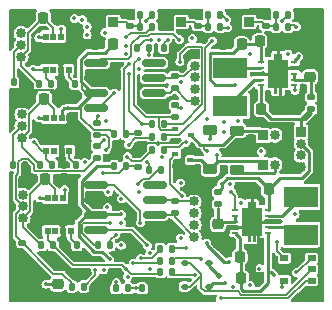
<source format=gtl>
%TF.GenerationSoftware,KiCad,Pcbnew,7.0.5*%
%TF.CreationDate,2023-06-11T19:33:24+08:00*%
%TF.ProjectId,DiveCAN Head,44697665-4341-44e2-9048-6561642e6b69,rev?*%
%TF.SameCoordinates,Original*%
%TF.FileFunction,Copper,L1,Top*%
%TF.FilePolarity,Positive*%
%FSLAX46Y46*%
G04 Gerber Fmt 4.6, Leading zero omitted, Abs format (unit mm)*
G04 Created by KiCad (PCBNEW 7.0.5) date 2023-06-11 19:33:24*
%MOMM*%
%LPD*%
G01*
G04 APERTURE LIST*
G04 Aperture macros list*
%AMRoundRect*
0 Rectangle with rounded corners*
0 $1 Rounding radius*
0 $2 $3 $4 $5 $6 $7 $8 $9 X,Y pos of 4 corners*
0 Add a 4 corners polygon primitive as box body*
4,1,4,$2,$3,$4,$5,$6,$7,$8,$9,$2,$3,0*
0 Add four circle primitives for the rounded corners*
1,1,$1+$1,$2,$3*
1,1,$1+$1,$4,$5*
1,1,$1+$1,$6,$7*
1,1,$1+$1,$8,$9*
0 Add four rect primitives between the rounded corners*
20,1,$1+$1,$2,$3,$4,$5,0*
20,1,$1+$1,$4,$5,$6,$7,0*
20,1,$1+$1,$6,$7,$8,$9,0*
20,1,$1+$1,$8,$9,$2,$3,0*%
%AMFreePoly0*
4,1,21,-0.125000,1.200000,0.125000,1.200000,0.125000,1.700000,0.375000,1.700000,0.375000,1.200000,0.825000,1.200000,0.825000,-1.200000,0.375000,-1.200000,0.375000,-1.700000,0.125000,-1.700000,0.125000,-1.200000,-0.125000,-1.200000,-0.125000,-1.700000,-0.375000,-1.700000,-0.375000,-1.200000,-0.825000,-1.200000,-0.825000,1.200000,-0.375000,1.200000,-0.375000,1.700000,-0.125000,1.700000,
-0.125000,1.200000,-0.125000,1.200000,$1*%
G04 Aperture macros list end*
%TA.AperFunction,SMDPad,CuDef*%
%ADD10RoundRect,0.135000X-0.135000X-0.185000X0.135000X-0.185000X0.135000X0.185000X-0.135000X0.185000X0*%
%TD*%
%TA.AperFunction,SMDPad,CuDef*%
%ADD11RoundRect,0.135000X0.135000X0.185000X-0.135000X0.185000X-0.135000X-0.185000X0.135000X-0.185000X0*%
%TD*%
%TA.AperFunction,SMDPad,CuDef*%
%ADD12RoundRect,0.135000X0.185000X-0.135000X0.185000X0.135000X-0.185000X0.135000X-0.185000X-0.135000X0*%
%TD*%
%TA.AperFunction,ComponentPad*%
%ADD13R,0.850000X0.850000*%
%TD*%
%TA.AperFunction,ComponentPad*%
%ADD14O,0.850000X0.850000*%
%TD*%
%TA.AperFunction,SMDPad,CuDef*%
%ADD15R,0.510000X0.400000*%
%TD*%
%TA.AperFunction,SMDPad,CuDef*%
%ADD16RoundRect,0.225000X0.375000X-0.225000X0.375000X0.225000X-0.375000X0.225000X-0.375000X-0.225000X0*%
%TD*%
%TA.AperFunction,SMDPad,CuDef*%
%ADD17R,0.600000X0.240000*%
%TD*%
%TA.AperFunction,SMDPad,CuDef*%
%ADD18FreePoly0,180.000000*%
%TD*%
%TA.AperFunction,SMDPad,CuDef*%
%ADD19FreePoly0,0.000000*%
%TD*%
%TA.AperFunction,SMDPad,CuDef*%
%ADD20R,0.700000X0.510000*%
%TD*%
%TA.AperFunction,SMDPad,CuDef*%
%ADD21RoundRect,0.225000X-0.225000X-0.250000X0.225000X-0.250000X0.225000X0.250000X-0.225000X0.250000X0*%
%TD*%
%TA.AperFunction,SMDPad,CuDef*%
%ADD22R,2.900000X1.800000*%
%TD*%
%TA.AperFunction,SMDPad,CuDef*%
%ADD23RoundRect,0.135000X-0.185000X0.135000X-0.185000X-0.135000X0.185000X-0.135000X0.185000X0.135000X0*%
%TD*%
%TA.AperFunction,SMDPad,CuDef*%
%ADD24RoundRect,0.150000X-0.825000X-0.150000X0.825000X-0.150000X0.825000X0.150000X-0.825000X0.150000X0*%
%TD*%
%TA.AperFunction,SMDPad,CuDef*%
%ADD25RoundRect,0.112500X-0.187500X-0.112500X0.187500X-0.112500X0.187500X0.112500X-0.187500X0.112500X0*%
%TD*%
%TA.AperFunction,SMDPad,CuDef*%
%ADD26RoundRect,0.225000X-0.375000X0.225000X-0.375000X-0.225000X0.375000X-0.225000X0.375000X0.225000X0*%
%TD*%
%TA.AperFunction,SMDPad,CuDef*%
%ADD27R,0.500000X0.630000*%
%TD*%
%TA.AperFunction,SMDPad,CuDef*%
%ADD28R,2.400000X1.650000*%
%TD*%
%TA.AperFunction,SMDPad,CuDef*%
%ADD29RoundRect,0.225000X0.225000X0.250000X-0.225000X0.250000X-0.225000X-0.250000X0.225000X-0.250000X0*%
%TD*%
%TA.AperFunction,SMDPad,CuDef*%
%ADD30RoundRect,0.225000X-0.250000X0.225000X-0.250000X-0.225000X0.250000X-0.225000X0.250000X0.225000X0*%
%TD*%
%TA.AperFunction,SMDPad,CuDef*%
%ADD31RoundRect,0.225000X0.250000X-0.225000X0.250000X0.225000X-0.250000X0.225000X-0.250000X-0.225000X0*%
%TD*%
%TA.AperFunction,ViaPad*%
%ADD32C,0.350000*%
%TD*%
%TA.AperFunction,ViaPad*%
%ADD33C,0.500000*%
%TD*%
%TA.AperFunction,Conductor*%
%ADD34C,0.254000*%
%TD*%
%TA.AperFunction,Conductor*%
%ADD35C,0.127000*%
%TD*%
%TA.AperFunction,Conductor*%
%ADD36C,0.250000*%
%TD*%
G04 APERTURE END LIST*
D10*
%TO.P,R27,1*%
%TO.N,Net-(Q2-G)*%
X111340000Y-115850000D03*
%TO.P,R27,2*%
%TO.N,GNDREF*%
X112360000Y-115850000D03*
%TD*%
D11*
%TO.P,R24,1*%
%TO.N,Net-(Q2-G)*%
X110160000Y-115850000D03*
%TO.P,R24,2*%
%TO.N,/Controller B/SOLENOID*%
X109140000Y-115850000D03*
%TD*%
D10*
%TO.P,R23,1*%
%TO.N,Net-(Q1-G)*%
X113190000Y-95500000D03*
%TO.P,R23,2*%
%TO.N,GNDREF*%
X114210000Y-95500000D03*
%TD*%
D12*
%TO.P,R22,1*%
%TO.N,Net-(Q1-G)*%
X114150000Y-101360000D03*
%TO.P,R22,2*%
%TO.N,/Controller A/SOLENOID*%
X114150000Y-100340000D03*
%TD*%
D13*
%TO.P,J11,1,Pin_1*%
%TO.N,Net-(J11-Pin_1)*%
X120400000Y-93300000D03*
D14*
%TO.P,J11,2,Pin_2*%
%TO.N,GNDREF*%
X119400000Y-93300000D03*
%TD*%
D13*
%TO.P,J2,1,Pin_1*%
%TO.N,Net-(J2-Pin_1)*%
X108900000Y-93300000D03*
D14*
%TO.P,J2,2,Pin_2*%
%TO.N,GNDREF*%
X107900000Y-93300000D03*
%TD*%
D13*
%TO.P,J1,1,Pin_1*%
%TO.N,Net-(J1-Pin_1)*%
X114655000Y-93300000D03*
D14*
%TO.P,J1,2,Pin_2*%
%TO.N,GNDREF*%
X113655000Y-93300000D03*
%TD*%
D15*
%TO.P,Q1,1,G*%
%TO.N,Net-(Q1-G)*%
X114155000Y-102350000D03*
%TO.P,Q1,2,S*%
%TO.N,GNDREF*%
X114155000Y-103350000D03*
%TO.P,Q1,3,D*%
%TO.N,/Controller A/SOLENOID_RET*%
X115445000Y-102850000D03*
%TD*%
D13*
%TO.P,J3,1,Pin_1*%
%TO.N,/Controller A/SOLENOID_RET*%
X121600000Y-102900000D03*
D14*
%TO.P,J3,2,Pin_2*%
%TO.N,/BUS_SOLENOID*%
X122600000Y-102900000D03*
%TD*%
D16*
%TO.P,D4,1,K*%
%TO.N,/BUS_SOLENOID*%
X119400000Y-105800000D03*
%TO.P,D4,2,A*%
%TO.N,/Controller A/SOLENOID_RET*%
X119400000Y-102500000D03*
%TD*%
D17*
%TO.P,U16,1,VOUT*%
%TO.N,/BUS_B*%
X122025000Y-111200000D03*
%TO.P,U16,2,L2*%
%TO.N,Net-(U16-L2)*%
X122025000Y-110700000D03*
%TO.P,U16,3,PGND*%
%TO.N,GNDREF*%
X122025000Y-110200000D03*
%TO.P,U16,4,L1*%
%TO.N,Net-(U16-L1)*%
X122025000Y-109700000D03*
%TO.P,U16,5,VIN*%
%TO.N,/IN_B*%
X122025000Y-109200000D03*
%TO.P,U16,6,EN*%
%TO.N,Net-(U16-EN)*%
X119225000Y-109200000D03*
%TO.P,U16,7,PS/SYNC*%
%TO.N,Net-(U16-PS{slash}SYNC)*%
X119225000Y-109700000D03*
%TO.P,U16,8,VINA*%
X119225000Y-110200000D03*
%TO.P,U16,9,GND*%
%TO.N,GNDREF*%
X119225000Y-110700000D03*
%TO.P,U16,10,FB*%
%TO.N,/BUS_B*%
X119225000Y-111200000D03*
D18*
%TO.P,U16,11,PGND*%
%TO.N,GNDREF*%
X120625000Y-110200000D03*
%TD*%
D17*
%TO.P,U13,1,VOUT*%
%TO.N,/BUS_A*%
X121425000Y-96675000D03*
%TO.P,U13,2,L2*%
%TO.N,Net-(U13-L2)*%
X121425000Y-97175000D03*
%TO.P,U13,3,PGND*%
%TO.N,GNDREF*%
X121425000Y-97675000D03*
%TO.P,U13,4,L1*%
%TO.N,Net-(U13-L1)*%
X121425000Y-98175000D03*
%TO.P,U13,5,VIN*%
%TO.N,/IN_A*%
X121425000Y-98675000D03*
%TO.P,U13,6,EN*%
%TO.N,Net-(U13-EN)*%
X124225000Y-98675000D03*
%TO.P,U13,7,PS/SYNC*%
%TO.N,Net-(U13-PS{slash}SYNC)*%
X124225000Y-98175000D03*
%TO.P,U13,8,VINA*%
X124225000Y-97675000D03*
%TO.P,U13,9,GND*%
%TO.N,GNDREF*%
X124225000Y-97175000D03*
%TO.P,U13,10,FB*%
%TO.N,/BUS_A*%
X124225000Y-96675000D03*
D19*
%TO.P,U13,11,PGND*%
%TO.N,GNDREF*%
X122825000Y-97675000D03*
%TD*%
D20*
%TO.P,U15,1*%
%TO.N,/~{EN_A}*%
X123380000Y-113300000D03*
%TO.P,U15,2,GND*%
%TO.N,GNDREF*%
X123380000Y-114250000D03*
%TO.P,U15,3*%
%TO.N,/~{EN_B}*%
X123380000Y-115200000D03*
%TO.P,U15,4*%
%TO.N,Net-(U16-EN)*%
X125700000Y-115200000D03*
%TO.P,U15,5,VCC*%
%TO.N,Net-(D2-K)*%
X125700000Y-114250000D03*
%TO.P,U15,6*%
%TO.N,Net-(U13-EN)*%
X125700000Y-113300000D03*
%TD*%
D11*
%TO.P,R5,1*%
%TO.N,/C3_A*%
X112210000Y-93700000D03*
%TO.P,R5,2*%
%TO.N,Net-(J2-Pin_1)*%
X111190000Y-93700000D03*
%TD*%
D21*
%TO.P,C17,1*%
%TO.N,/BUS_B*%
X119625000Y-113200000D03*
%TO.P,C17,2*%
%TO.N,GNDREF*%
X121175000Y-113200000D03*
%TD*%
%TO.P,C14,1*%
%TO.N,GNDREF*%
X120500000Y-107450000D03*
%TO.P,C14,2*%
%TO.N,/IN_B*%
X122050000Y-107450000D03*
%TD*%
%TO.P,C2,1*%
%TO.N,Net-(J6-Pin_4)*%
X103042497Y-99800000D03*
%TO.P,C2,2*%
%TO.N,GNDREF*%
X104592497Y-99800000D03*
%TD*%
D22*
%TO.P,L1,1,1*%
%TO.N,Net-(U13-L2)*%
X118825000Y-97200000D03*
%TO.P,L1,2,2*%
%TO.N,Net-(U13-L1)*%
X118825000Y-100400000D03*
%TD*%
D23*
%TO.P,R48,1*%
%TO.N,GNDREF*%
X121800000Y-92590000D03*
%TO.P,R48,2*%
%TO.N,Net-(J11-Pin_1)*%
X121800000Y-93610000D03*
%TD*%
D10*
%TO.P,R20,1*%
%TO.N,/SSC2_PWR*%
X112890000Y-113500000D03*
%TO.P,R20,2*%
%TO.N,/Controller B/SSC2_PWR*%
X113910000Y-113500000D03*
%TD*%
%TO.P,R40,1*%
%TO.N,/BUS_B*%
X108990000Y-105500000D03*
%TO.P,R40,2*%
%TO.N,Net-(U10-PA5)*%
X110010000Y-105500000D03*
%TD*%
D11*
%TO.P,R36,1*%
%TO.N,Net-(U6-I_LIM)*%
X105830000Y-112200000D03*
%TO.P,R36,2*%
%TO.N,GNDREF*%
X104810000Y-112200000D03*
%TD*%
D24*
%TO.P,U12,1,TXD*%
%TO.N,Net-(U11-TXCAN)*%
X107450000Y-107095000D03*
%TO.P,U12,2,GND*%
%TO.N,GNDREF*%
X107450000Y-108365000D03*
%TO.P,U12,3,VCC*%
%TO.N,/BUS_B*%
X107450000Y-109635000D03*
%TO.P,U12,4,RXD*%
%TO.N,Net-(U11-RXCAN)*%
X107450000Y-110905000D03*
%TO.P,U12,5,SHDN*%
%TO.N,GNDREF*%
X112400000Y-110905000D03*
%TO.P,U12,6,CANL*%
%TO.N,Net-(J9-Pin_5)*%
X112400000Y-109635000D03*
%TO.P,U12,7,CANH*%
%TO.N,Net-(J9-Pin_2)*%
X112400000Y-108365000D03*
%TO.P,U12,8,S*%
%TO.N,unconnected-(U12-S-Pad8)*%
X112400000Y-107095000D03*
%TD*%
D23*
%TO.P,R4,1*%
%TO.N,GNDREF*%
X110300000Y-92590000D03*
%TO.P,R4,2*%
%TO.N,Net-(J2-Pin_1)*%
X110300000Y-93610000D03*
%TD*%
D10*
%TO.P,R11,1*%
%TO.N,/SSC2_RX*%
X110890000Y-95500000D03*
%TO.P,R11,2*%
%TO.N,/Controller A/SSC2_RX*%
X111910000Y-95500000D03*
%TD*%
D21*
%TO.P,C4,1*%
%TO.N,GNDREF*%
X107325000Y-95200000D03*
%TO.P,C4,2*%
%TO.N,/BUS_A*%
X108875000Y-95200000D03*
%TD*%
D12*
%TO.P,R10,1*%
%TO.N,/SSC1_RX*%
X107500000Y-102910000D03*
%TO.P,R10,2*%
%TO.N,/Controller A/SSC1_RX*%
X107500000Y-101890000D03*
%TD*%
D10*
%TO.P,R19,1*%
%TO.N,/SSC1_PWR*%
X112890000Y-112500000D03*
%TO.P,R19,2*%
%TO.N,/Controller B/SSC1_PWR*%
X113910000Y-112500000D03*
%TD*%
D25*
%TO.P,D3,1,K*%
%TO.N,Net-(D2-K)*%
X114950000Y-115700000D03*
%TO.P,D3,2,A*%
%TO.N,/IN_B*%
X117050000Y-115700000D03*
%TD*%
D11*
%TO.P,R50,1*%
%TO.N,/C1_B*%
X123710000Y-92700000D03*
%TO.P,R50,2*%
%TO.N,Net-(J11-Pin_1)*%
X122690000Y-92700000D03*
%TD*%
D10*
%TO.P,R21,1*%
%TO.N,/SSC3_PWR*%
X112890000Y-114500000D03*
%TO.P,R21,2*%
%TO.N,/Controller B/SSC3_PWR*%
X113910000Y-114500000D03*
%TD*%
D26*
%TO.P,D1,1,K*%
%TO.N,/BUS_SOLENOID*%
X117100000Y-102450000D03*
%TO.P,D1,2,A*%
%TO.N,/Controller B/SOLENOID_RET*%
X117100000Y-105750000D03*
%TD*%
D23*
%TO.P,R39,1*%
%TO.N,Net-(J8-Pin_2)*%
X114100000Y-97890000D03*
%TO.P,R39,2*%
%TO.N,Net-(J8-Pin_5)*%
X114100000Y-98910000D03*
%TD*%
D10*
%TO.P,R25,1*%
%TO.N,Net-(J5-Pin_4)*%
X102639999Y-98535000D03*
%TO.P,R25,2*%
%TO.N,/SSC1_PWR*%
X103659999Y-98535000D03*
%TD*%
D23*
%TO.P,R1,1*%
%TO.N,GNDREF*%
X116055000Y-92590000D03*
%TO.P,R1,2*%
%TO.N,Net-(J1-Pin_1)*%
X116055000Y-93610000D03*
%TD*%
D13*
%TO.P,J7,1,Pin_1*%
%TO.N,GNDREF*%
X101270001Y-106925000D03*
D14*
%TO.P,J7,2,Pin_2*%
%TO.N,/SSC3_TX*%
X101270001Y-107925000D03*
%TO.P,J7,3,Pin_3*%
%TO.N,/SSC3_RX*%
X101270001Y-108925000D03*
%TO.P,J7,4,Pin_4*%
%TO.N,Net-(J7-Pin_4)*%
X101270001Y-109925000D03*
%TD*%
D23*
%TO.P,R38,1*%
%TO.N,Net-(U7-PA5)*%
X111000000Y-102690000D03*
%TO.P,R38,2*%
%TO.N,GNDREF*%
X111000000Y-103710000D03*
%TD*%
%TO.P,R9,1*%
%TO.N,/SSC3_RX*%
X101200000Y-111990000D03*
%TO.P,R9,2*%
%TO.N,GNDREF*%
X101200000Y-113010000D03*
%TD*%
D27*
%TO.P,U6,1,STAT*%
%TO.N,/SSC3_PWR*%
X103350000Y-111000000D03*
%TO.P,U6,2,D0*%
%TO.N,unconnected-(U6-D0-Pad2)*%
X103990000Y-111000000D03*
%TO.P,U6,3,D1*%
%TO.N,GNDREF*%
X104650000Y-111000000D03*
%TO.P,U6,4,I_LIM*%
%TO.N,Net-(U6-I_LIM)*%
X105290000Y-111000000D03*
D28*
%TO.P,U6,5,GND*%
%TO.N,GNDREF*%
X104320000Y-109600000D03*
D27*
X105295000Y-108200000D03*
%TO.P,U6,6,IN2*%
%TO.N,/BUS_A*%
X104640000Y-108200000D03*
%TO.P,U6,7,OUT*%
%TO.N,Net-(J7-Pin_4)*%
X104000000Y-108200000D03*
%TO.P,U6,8,IN1*%
%TO.N,/BUS_B*%
X103350000Y-108200000D03*
%TD*%
D29*
%TO.P,C12,1*%
%TO.N,GNDREF*%
X123000000Y-100675000D03*
%TO.P,C12,2*%
%TO.N,/IN_A*%
X121450000Y-100675000D03*
%TD*%
D22*
%TO.P,L2,1,1*%
%TO.N,Net-(U16-L2)*%
X124775000Y-111300000D03*
%TO.P,L2,2,2*%
%TO.N,Net-(U16-L1)*%
X124775000Y-108100000D03*
%TD*%
D13*
%TO.P,J5,1,Pin_1*%
%TO.N,GNDREF*%
X101100000Y-93260000D03*
D14*
%TO.P,J5,2,Pin_2*%
%TO.N,/SSC1_TX*%
X101100000Y-94260000D03*
%TO.P,J5,3,Pin_3*%
%TO.N,/SSC1_RX*%
X101100000Y-95260000D03*
%TO.P,J5,4,Pin_4*%
%TO.N,Net-(J5-Pin_4)*%
X101100000Y-96260000D03*
%TD*%
D10*
%TO.P,R14,2*%
%TO.N,/Controller A/SSC2_PWR*%
X113210000Y-103000000D03*
%TO.P,R14,1*%
%TO.N,/SSC2_PWR*%
X112190000Y-103000000D03*
%TD*%
D15*
%TO.P,Q2,1,G*%
%TO.N,Net-(Q2-G)*%
X114150000Y-104500000D03*
%TO.P,Q2,2,S*%
%TO.N,GNDREF*%
X114150000Y-105500000D03*
%TO.P,Q2,3,D*%
%TO.N,/Controller B/SOLENOID_RET*%
X115440000Y-105000000D03*
%TD*%
D30*
%TO.P,C8,1*%
%TO.N,GNDREF*%
X104200000Y-113925000D03*
%TO.P,C8,2*%
%TO.N,/BUS_B*%
X104200000Y-115475000D03*
%TD*%
D10*
%TO.P,R15,2*%
%TO.N,/Controller A/SSC3_PWR*%
X113210000Y-104100000D03*
%TO.P,R15,1*%
%TO.N,/SSC3_PWR*%
X112190000Y-104100000D03*
%TD*%
D11*
%TO.P,R26,1*%
%TO.N,Net-(U2-I_LIM)*%
X105659999Y-98535000D03*
%TO.P,R26,2*%
%TO.N,GNDREF*%
X104639999Y-98535000D03*
%TD*%
D13*
%TO.P,J6,1,Pin_1*%
%TO.N,GNDREF*%
X101167498Y-100125000D03*
D14*
%TO.P,J6,2,Pin_2*%
%TO.N,/SSC2_TX*%
X101167498Y-101125000D03*
%TO.P,J6,3,Pin_3*%
%TO.N,/SSC2_RX*%
X101167498Y-102125000D03*
%TO.P,J6,4,Pin_4*%
%TO.N,Net-(J6-Pin_4)*%
X101167498Y-103125000D03*
%TD*%
D11*
%TO.P,R2,1*%
%TO.N,/C2_A*%
X117965000Y-93700000D03*
%TO.P,R2,2*%
%TO.N,Net-(J1-Pin_1)*%
X116945000Y-93700000D03*
%TD*%
D12*
%TO.P,R46,1*%
%TO.N,/IN_A*%
X125650000Y-100685000D03*
%TO.P,R46,2*%
%TO.N,Net-(U13-PS{slash}SYNC)*%
X125650000Y-99665000D03*
%TD*%
D27*
%TO.P,U2,1,STAT*%
%TO.N,/SSC1_PWR*%
X103179999Y-97335000D03*
%TO.P,U2,2,D0*%
%TO.N,unconnected-(U2-D0-Pad2)*%
X103819999Y-97335000D03*
%TO.P,U2,3,D1*%
%TO.N,GNDREF*%
X104479999Y-97335000D03*
%TO.P,U2,4,I_LIM*%
%TO.N,Net-(U2-I_LIM)*%
X105119999Y-97335000D03*
D28*
%TO.P,U2,5,GND*%
%TO.N,GNDREF*%
X104149999Y-95935000D03*
D27*
X105124999Y-94535000D03*
%TO.P,U2,6,IN2*%
%TO.N,/BUS_A*%
X104469999Y-94535000D03*
%TO.P,U2,7,OUT*%
%TO.N,Net-(J5-Pin_4)*%
X103829999Y-94535000D03*
%TO.P,U2,8,IN1*%
%TO.N,/BUS_B*%
X103179999Y-94535000D03*
%TD*%
D25*
%TO.P,D2,1,K*%
%TO.N,Net-(D2-K)*%
X114950000Y-113700000D03*
%TO.P,D2,2,A*%
%TO.N,/IN_A*%
X117050000Y-113700000D03*
%TD*%
D10*
%TO.P,R30,1*%
%TO.N,Net-(J6-Pin_4)*%
X102707497Y-105400000D03*
%TO.P,R30,2*%
%TO.N,/SSC2_PWR*%
X103727497Y-105400000D03*
%TD*%
D21*
%TO.P,C13,1*%
%TO.N,/BUS_A*%
X121300000Y-94950000D03*
%TO.P,C13,2*%
%TO.N,GNDREF*%
X122850000Y-94950000D03*
%TD*%
D27*
%TO.P,U4,1,STAT*%
%TO.N,/SSC2_PWR*%
X103247497Y-104200000D03*
%TO.P,U4,2,D0*%
%TO.N,unconnected-(U4-D0-Pad2)*%
X103887497Y-104200000D03*
%TO.P,U4,3,D1*%
%TO.N,GNDREF*%
X104547497Y-104200000D03*
%TO.P,U4,4,I_LIM*%
%TO.N,Net-(U4-I_LIM)*%
X105187497Y-104200000D03*
D28*
%TO.P,U4,5,GND*%
%TO.N,GNDREF*%
X104217497Y-102800000D03*
D27*
X105192497Y-101400000D03*
%TO.P,U4,6,IN2*%
%TO.N,/BUS_A*%
X104537497Y-101400000D03*
%TO.P,U4,7,OUT*%
%TO.N,Net-(J6-Pin_4)*%
X103897497Y-101400000D03*
%TO.P,U4,8,IN1*%
%TO.N,/BUS_B*%
X103247497Y-101400000D03*
%TD*%
D29*
%TO.P,C16,1*%
%TO.N,/BUS_A*%
X119775000Y-95200000D03*
%TO.P,C16,2*%
%TO.N,GNDREF*%
X118225000Y-95200000D03*
%TD*%
D13*
%TO.P,J4,1,Pin_1*%
%TO.N,/IN_A*%
X124800000Y-102600000D03*
D14*
%TO.P,J4,2,Pin_2*%
%TO.N,/IN_B*%
X124800000Y-103600000D03*
%TO.P,J4,3,Pin_3*%
%TO.N,/BUS_SOLENOID*%
X124800000Y-104600000D03*
%TO.P,J4,4,Pin_4*%
%TO.N,GNDREF*%
X124800000Y-105600000D03*
%TD*%
D10*
%TO.P,R18,1*%
%TO.N,/SSC3_RX*%
X105390000Y-115700000D03*
%TO.P,R18,2*%
%TO.N,/Controller B/SSC3_RX*%
X106410000Y-115700000D03*
%TD*%
D11*
%TO.P,R16,1*%
%TO.N,/SSC1_RX*%
X108610000Y-112200000D03*
%TO.P,R16,2*%
%TO.N,/Controller B/SSC1_RX*%
X107590000Y-112200000D03*
%TD*%
D23*
%TO.P,R42,1*%
%TO.N,Net-(J9-Pin_2)*%
X114100000Y-108490000D03*
%TO.P,R42,2*%
%TO.N,Net-(J9-Pin_5)*%
X114100000Y-109510000D03*
%TD*%
D10*
%TO.P,R7,1*%
%TO.N,/SSC1_RX*%
X100490000Y-98400000D03*
%TO.P,R7,2*%
%TO.N,GNDREF*%
X101510000Y-98400000D03*
%TD*%
D21*
%TO.P,C1,1*%
%TO.N,Net-(J5-Pin_4)*%
X102974999Y-92935000D03*
%TO.P,C1,2*%
%TO.N,GNDREF*%
X104524999Y-92935000D03*
%TD*%
D11*
%TO.P,R3,1*%
%TO.N,/C2_B*%
X117965000Y-92700000D03*
%TO.P,R3,2*%
%TO.N,Net-(J1-Pin_1)*%
X116945000Y-92700000D03*
%TD*%
D10*
%TO.P,R37,1*%
%TO.N,/BUS_A*%
X108990000Y-102800000D03*
%TO.P,R37,2*%
%TO.N,Net-(U7-PA5)*%
X110010000Y-102800000D03*
%TD*%
D24*
%TO.P,U9,1,TXD*%
%TO.N,Net-(U8-TXCAN)*%
X107425000Y-96795000D03*
%TO.P,U9,2,GND*%
%TO.N,GNDREF*%
X107425000Y-98065000D03*
%TO.P,U9,3,VCC*%
%TO.N,/BUS_A*%
X107425000Y-99335000D03*
%TO.P,U9,4,RXD*%
%TO.N,Net-(U8-RXCAN)*%
X107425000Y-100605000D03*
%TO.P,U9,5,SHDN*%
%TO.N,GNDREF*%
X112375000Y-100605000D03*
%TO.P,U9,6,CANL*%
%TO.N,Net-(J8-Pin_5)*%
X112375000Y-99335000D03*
%TO.P,U9,7,CANH*%
%TO.N,Net-(J8-Pin_2)*%
X112375000Y-98065000D03*
%TO.P,U9,8,S*%
%TO.N,unconnected-(U9-S-Pad8)*%
X112375000Y-96795000D03*
%TD*%
D10*
%TO.P,R13,1*%
%TO.N,/SSC1_PWR*%
X112190000Y-101900000D03*
%TO.P,R13,2*%
%TO.N,/Controller A/SSC1_PWR*%
X113210000Y-101900000D03*
%TD*%
%TO.P,R8,1*%
%TO.N,/SSC2_RX*%
X100390000Y-105400000D03*
%TO.P,R8,2*%
%TO.N,GNDREF*%
X101410000Y-105400000D03*
%TD*%
%TO.P,R35,1*%
%TO.N,Net-(J7-Pin_4)*%
X102810000Y-112200000D03*
%TO.P,R35,2*%
%TO.N,/SSC3_PWR*%
X103830000Y-112200000D03*
%TD*%
D11*
%TO.P,R6,1*%
%TO.N,/C3_B*%
X112210000Y-92700000D03*
%TO.P,R6,2*%
%TO.N,Net-(J2-Pin_1)*%
X111190000Y-92700000D03*
%TD*%
D31*
%TO.P,C15,1*%
%TO.N,GNDREF*%
X117775000Y-111975000D03*
%TO.P,C15,2*%
%TO.N,Net-(U16-PS{slash}SYNC)*%
X117775000Y-110425000D03*
%TD*%
D23*
%TO.P,R47,1*%
%TO.N,/IN_B*%
X117775000Y-107690000D03*
%TO.P,R47,2*%
%TO.N,Net-(U16-PS{slash}SYNC)*%
X117775000Y-108710000D03*
%TD*%
D30*
%TO.P,C18,1*%
%TO.N,GNDREF*%
X125575000Y-96400000D03*
%TO.P,C18,2*%
%TO.N,Net-(U13-PS{slash}SYNC)*%
X125575000Y-97950000D03*
%TD*%
D12*
%TO.P,R41,1*%
%TO.N,Net-(U10-PA5)*%
X111000000Y-105610000D03*
%TO.P,R41,2*%
%TO.N,GNDREF*%
X111000000Y-104590000D03*
%TD*%
D10*
%TO.P,R17,1*%
%TO.N,/SSC2_RX*%
X111890000Y-105800000D03*
%TO.P,R17,2*%
%TO.N,/Controller B/SSC2_RX*%
X112910000Y-105800000D03*
%TD*%
D13*
%TO.P,J8,1,Pin_1*%
%TO.N,GNDREF*%
X115800000Y-96000000D03*
D14*
%TO.P,J8,2,Pin_2*%
%TO.N,Net-(J8-Pin_2)*%
X115800000Y-97000000D03*
%TO.P,J8,3,Pin_3*%
%TO.N,/CAN_A_PWR*%
X115800000Y-98000000D03*
%TO.P,J8,4,Pin_4*%
%TO.N,/~{EN_A}*%
X115800000Y-99000000D03*
%TO.P,J8,5,Pin_5*%
%TO.N,Net-(J8-Pin_5)*%
X115800000Y-100000000D03*
%TD*%
D13*
%TO.P,J9,1,Pin_1*%
%TO.N,GNDREF*%
X115750000Y-107500000D03*
D14*
%TO.P,J9,2,Pin_2*%
%TO.N,Net-(J9-Pin_2)*%
X115750000Y-108500000D03*
%TO.P,J9,3,Pin_3*%
%TO.N,/CAN_B_PWR*%
X115750000Y-109500000D03*
%TO.P,J9,4,Pin_4*%
%TO.N,/~{EN_B}*%
X115750000Y-110500000D03*
%TO.P,J9,5,Pin_5*%
%TO.N,Net-(J9-Pin_5)*%
X115750000Y-111500000D03*
%TD*%
%TO.P,J10,2,Pin_2*%
%TO.N,/BUS_SOLENOID*%
X122600000Y-105400000D03*
D13*
%TO.P,J10,1,Pin_1*%
%TO.N,/Controller B/SOLENOID_RET*%
X121600000Y-105400000D03*
%TD*%
D21*
%TO.P,C3,1*%
%TO.N,Net-(J7-Pin_4)*%
X103145000Y-106600000D03*
%TO.P,C3,2*%
%TO.N,GNDREF*%
X104695000Y-106600000D03*
%TD*%
%TO.P,C19,1*%
%TO.N,/BUS_B*%
X119725000Y-115000000D03*
%TO.P,C19,2*%
%TO.N,GNDREF*%
X121275000Y-115000000D03*
%TD*%
D11*
%TO.P,R49,1*%
%TO.N,/C1_A*%
X123710000Y-93700000D03*
%TO.P,R49,2*%
%TO.N,Net-(J11-Pin_1)*%
X122690000Y-93700000D03*
%TD*%
D12*
%TO.P,R12,1*%
%TO.N,/SSC3_RX*%
X107500000Y-104810000D03*
%TO.P,R12,2*%
%TO.N,/Controller A/SSC3_RX*%
X107500000Y-103790000D03*
%TD*%
D11*
%TO.P,R31,1*%
%TO.N,Net-(U4-I_LIM)*%
X105727497Y-105400000D03*
%TO.P,R31,2*%
%TO.N,GNDREF*%
X104707497Y-105400000D03*
%TD*%
D32*
%TO.N,/BUS_A*%
X124600000Y-96200000D03*
%TO.N,GNDREF*%
X100975000Y-97600000D03*
X126250000Y-103500000D03*
X125575000Y-116375000D03*
X107900000Y-115575000D03*
X101050000Y-114450000D03*
X111200000Y-100075000D03*
%TO.N,Net-(U10-PD5)*%
X121275000Y-114175000D03*
%TO.N,Net-(U10-PD7)*%
X119050000Y-115700000D03*
%TO.N,/BUS_A*%
X113000000Y-104775000D03*
%TO.N,/Controller A/SSC1_PWR*%
X114550000Y-96650000D03*
%TO.N,/Controller B/RST*%
X114600000Y-98400000D03*
%TO.N,Net-(Q1-G)*%
X111100000Y-96400000D03*
X113500000Y-94800000D03*
%TO.N,/Controller B/SOLENOID_RET*%
X117700000Y-104550000D03*
%TO.N,/Controller A/SOLENOID_RET*%
X116850000Y-104250000D03*
%TO.N,/BUS_SOLENOID*%
X117100000Y-103200000D03*
%TO.N,/Controller B/SOLENOID*%
X109150000Y-115350000D03*
%TO.N,Net-(Q2-G)*%
X110800000Y-115850000D03*
%TO.N,/Controller A/SSC3_PWR*%
X115050000Y-103500000D03*
%TO.N,GNDREF*%
X111900000Y-110300000D03*
%TO.N,/Controller B/RST*%
X112800000Y-94800000D03*
X105600000Y-93000000D03*
X108100000Y-114300000D03*
%TO.N,/SSC1_PWR*%
X109600000Y-112200000D03*
%TO.N,/Controller A/SOLENOID_RET*%
X108500000Y-107700000D03*
%TO.N,/C1_B*%
X108400000Y-109000000D03*
%TO.N,/Controller A/RST*%
X109600000Y-110300000D03*
X108300000Y-101700000D03*
%TO.N,GNDREF*%
X124100000Y-115200000D03*
%TO.N,/BUS_B*%
X116800000Y-112000000D03*
X122500000Y-114700000D03*
%TO.N,Net-(Q2-G)*%
X114700000Y-108000000D03*
%TO.N,/Controller B/CLK*%
X114600000Y-106919000D03*
%TO.N,Net-(U11-TXCAN)*%
X118800000Y-107000000D03*
X111200000Y-110300000D03*
%TO.N,Net-(U11-RXCAN)*%
X119700000Y-108600000D03*
X111800000Y-112200000D03*
%TO.N,/SSC2_TX*%
X111100000Y-107700000D03*
%TO.N,/BUS_B*%
X118700000Y-113600000D03*
X110115222Y-114900000D03*
%TO.N,Net-(U10-PD4)*%
X120500000Y-115600000D03*
X114600000Y-111600000D03*
%TO.N,/Controller A/SSC2_PWR*%
X117300000Y-94900000D03*
%TO.N,/BUS_A*%
X119500000Y-101700000D03*
X119200000Y-98600000D03*
%TO.N,/IN_B*%
X118100000Y-107000000D03*
%TO.N,/IN_A*%
X121450000Y-104250000D03*
%TO.N,/CAN_A_PWR*%
X118300000Y-102600000D03*
%TO.N,/IN_B*%
X118400000Y-115400000D03*
%TO.N,/~{EN_A}*%
X122800000Y-111900000D03*
%TO.N,/Controller A/SOLENOID*%
X114600000Y-100600000D03*
%TO.N,/Controller A/SOLENOID_RET*%
X106700000Y-93700000D03*
%TO.N,/Controller B/SOLENOID_RET*%
X106500000Y-105200000D03*
%TO.N,Net-(U7-PD6)*%
X118300000Y-101800000D03*
X116800000Y-101500000D03*
%TO.N,GNDREF*%
X111500000Y-103800000D03*
%TO.N,/SSC2_RX*%
X111800000Y-105200000D03*
%TO.N,Net-(U7-PA5)*%
X110200000Y-96900000D03*
%TO.N,Net-(U8-TXCAN)*%
X114500000Y-94800000D03*
%TO.N,Net-(U8-RXCAN)*%
X120500000Y-96000000D03*
X109000000Y-99300000D03*
%TO.N,GNDREF*%
X125400000Y-93200000D03*
%TO.N,/Controller B/CLK*%
X124300000Y-109600000D03*
%TO.N,GNDREF*%
X109400000Y-112900000D03*
X108400000Y-98600000D03*
X102100000Y-99500000D03*
%TO.N,/C2_B*%
X108200000Y-94200000D03*
%TO.N,/~{EN_B}*%
X123200000Y-115700000D03*
%TO.N,Net-(U10-PA5)*%
X108000000Y-106100000D03*
%TO.N,Net-(U13-EN)*%
X124400000Y-114500000D03*
X124300000Y-99100000D03*
%TO.N,Net-(U16-EN)*%
X118900000Y-107700000D03*
X118000000Y-116700000D03*
D33*
%TO.N,/IN_A*%
X117900000Y-114800000D03*
D32*
%TO.N,GNDREF*%
X106900000Y-104200000D03*
%TO.N,/BUS_B*%
X109600000Y-109600000D03*
X108607611Y-113392389D03*
%TO.N,GNDREF*%
X103600000Y-113000000D03*
X107400000Y-113300000D03*
%TO.N,/C1_B*%
X106300000Y-93100000D03*
%TO.N,/C2_B*%
X109586500Y-108286500D03*
%TO.N,/SSC1_PWR*%
X110200000Y-97713500D03*
X102100000Y-97300000D03*
%TO.N,/SSC2_PWR*%
X102200000Y-103500000D03*
%TO.N,/SSC1_PWR*%
X111300000Y-101900000D03*
%TO.N,/SSC2_PWR*%
X110200000Y-103700000D03*
%TO.N,/SSC3_PWR*%
X110100000Y-104700000D03*
X110000000Y-114200000D03*
%TO.N,/SSC2_PWR*%
X110600000Y-113700000D03*
%TO.N,/SSC1_PWR*%
X111213500Y-113313500D03*
%TO.N,/SSC1_RX*%
X106700000Y-94400000D03*
X108300000Y-104100000D03*
X109100000Y-111300000D03*
%TO.N,/SSC2_TX*%
X111100000Y-97300000D03*
%TO.N,/C1_B*%
X123200000Y-93200000D03*
%TO.N,/C3_B*%
X111700000Y-93200000D03*
%TO.N,/C2_A*%
X118600000Y-93800000D03*
%TO.N,/C2_B*%
X118500000Y-93100000D03*
%TO.N,/SSC2_RX*%
X112100000Y-94800000D03*
%TO.N,/C1_A*%
X124400000Y-93700000D03*
%TO.N,/C3_A*%
X110000000Y-94600000D03*
%TO.N,/C2_A*%
X110000000Y-95300000D03*
%TO.N,/C1_A*%
X110000000Y-96000000D03*
%TO.N,/BUS_A*%
X105100000Y-100600000D03*
X104800000Y-107500000D03*
X104500000Y-93900000D03*
%TO.N,/BUS_B*%
X103200000Y-115500000D03*
X102600000Y-94600000D03*
X102600000Y-101400000D03*
X102700000Y-108200000D03*
%TO.N,GNDREF*%
X102300000Y-102800000D03*
X104000000Y-106600000D03*
%TO.N,/Controller A/SSC3_PWR*%
X115600000Y-94700000D03*
X123700000Y-96000000D03*
%TO.N,/Controller A/SSC2_RX*%
X111900000Y-96100000D03*
%TO.N,/Controller A/SSC3_RX*%
X108100000Y-103300000D03*
%TO.N,/Controller B/SSC3_PWR*%
X115800000Y-114700000D03*
%TO.N,/Controller B/SSC1_PWR*%
X115100000Y-112400000D03*
%TO.N,/Controller B/SSC2_PWR*%
X116300000Y-113400000D03*
%TO.N,Net-(U10-PD5)*%
X112000000Y-112900000D03*
%TO.N,Net-(U10-PD7)*%
X112000000Y-114200000D03*
%TO.N,/Controller A/SSC1_RX*%
X107600000Y-101300000D03*
%TO.N,/Controller B/SSC2_RX*%
X111000000Y-107000000D03*
%TO.N,/Controller B/SSC1_RX*%
X108600000Y-110300000D03*
%TO.N,/Controller B/SSC3_RX*%
X107400000Y-114300000D03*
%TD*%
D34*
%TO.N,/BUS_A*%
X124225000Y-96575000D02*
X124600000Y-96200000D01*
X124225000Y-96675000D02*
X124225000Y-96575000D01*
X121300000Y-94925000D02*
X121300000Y-94950000D01*
X105100000Y-100600000D02*
X104768497Y-100600000D01*
X104768497Y-100600000D02*
X104537497Y-100831000D01*
X104537497Y-100831000D02*
X104537497Y-101400000D01*
X107425000Y-99335000D02*
X107148658Y-99335000D01*
X107148658Y-99335000D02*
X105883658Y-100600000D01*
X105883658Y-100600000D02*
X105100000Y-100600000D01*
X108175000Y-95900000D02*
X108146000Y-95929000D01*
X108146000Y-95929000D02*
X106744658Y-95929000D01*
X106744658Y-95929000D02*
X106196000Y-96477658D01*
X106196000Y-96477658D02*
X106196000Y-98382342D01*
X106196000Y-98382342D02*
X107148658Y-99335000D01*
X108875000Y-95200000D02*
X108175000Y-95900000D01*
D35*
%TO.N,GNDREF*%
X111730000Y-100605000D02*
X111200000Y-100075000D01*
D34*
X121175000Y-113200000D02*
X120798000Y-113577000D01*
X120798000Y-113577000D02*
X120798000Y-114523000D01*
X120798000Y-114523000D02*
X121275000Y-115000000D01*
D35*
%TO.N,/SSC2_PWR*%
X110200000Y-103700000D02*
X110229673Y-103700000D01*
X110779173Y-103150500D02*
X112039500Y-103150500D01*
X110229673Y-103700000D02*
X110779173Y-103150500D01*
%TO.N,/Controller B/SSC1_RX*%
X106284500Y-110415500D02*
X106400000Y-110300000D01*
X106400000Y-110300000D02*
X108600000Y-110300000D01*
%TO.N,/Controller A/SSC1_PWR*%
X116415500Y-95384500D02*
X116415500Y-100254949D01*
X114550000Y-96019000D02*
X115184500Y-95384500D01*
X114550000Y-96650000D02*
X114550000Y-96019000D01*
X114770449Y-101900000D02*
X113210000Y-101900000D01*
X115184500Y-95384500D02*
X116415500Y-95384500D01*
X116415500Y-100254949D02*
X114770449Y-101900000D01*
%TO.N,Net-(Q2-G)*%
X114160000Y-104500000D02*
X113704500Y-104955500D01*
X113704500Y-104955500D02*
X113704500Y-107004500D01*
X113704500Y-107004500D02*
X114700000Y-108000000D01*
%TO.N,Net-(Q1-G)*%
X110686500Y-96813500D02*
X111100000Y-96400000D01*
X110686500Y-100373040D02*
X110686500Y-96813500D01*
X111673460Y-101360000D02*
X110686500Y-100373040D01*
X113650000Y-101360000D02*
X111673460Y-101360000D01*
X114150000Y-101360000D02*
X113650000Y-101360000D01*
X113650000Y-101360000D02*
X112870673Y-101360000D01*
%TO.N,Net-(J8-Pin_5)*%
X115800000Y-100000000D02*
X115190000Y-100000000D01*
X115190000Y-100000000D02*
X114100000Y-98910000D01*
%TO.N,Net-(Q1-G)*%
X113190000Y-95110000D02*
X113500000Y-94800000D01*
X113190000Y-95500000D02*
X113190000Y-95110000D01*
D34*
%TO.N,/IN_B*%
X122050000Y-107450000D02*
X121123000Y-106523000D01*
X121123000Y-106523000D02*
X118577000Y-106523000D01*
X118577000Y-106523000D02*
X118100000Y-107000000D01*
D35*
%TO.N,GNDREF*%
X111500000Y-103800000D02*
X111789500Y-103510500D01*
X111789500Y-103510500D02*
X113994500Y-103510500D01*
X113994500Y-103510500D02*
X114155000Y-103350000D01*
%TO.N,/Controller B/SOLENOID_RET*%
X117700000Y-104550000D02*
X117700000Y-105042000D01*
X117700000Y-105042000D02*
X117754000Y-105096000D01*
%TO.N,/Controller A/SOLENOID_RET*%
X116600000Y-103677000D02*
X116600000Y-104050000D01*
D34*
X116272000Y-103677000D02*
X116600000Y-103677000D01*
D35*
X116600000Y-104050000D02*
X116850000Y-104300000D01*
D34*
X116600000Y-103677000D02*
X118223000Y-103677000D01*
X119400000Y-102500000D02*
X121200000Y-102500000D01*
X121200000Y-102500000D02*
X121600000Y-102900000D01*
D35*
%TO.N,Net-(Q1-G)*%
X112870673Y-101360000D02*
X112749500Y-101481173D01*
X112749500Y-101481173D02*
X112749500Y-102219827D01*
X112749500Y-102219827D02*
X112940173Y-102410500D01*
X112940173Y-102410500D02*
X114094500Y-102410500D01*
D34*
%TO.N,/Controller A/SOLENOID_RET*%
X115445000Y-102850000D02*
X116272000Y-103677000D01*
X118223000Y-103677000D02*
X119400000Y-102500000D01*
%TO.N,/BUS_SOLENOID*%
X117100000Y-102450000D02*
X117100000Y-103200000D01*
X119679000Y-106079000D02*
X122522040Y-106079000D01*
X122522040Y-106079000D02*
X122600000Y-106001040D01*
X122600000Y-106001040D02*
X122600000Y-105400000D01*
%TO.N,/Controller B/SOLENOID_RET*%
X117100000Y-105750000D02*
X117754000Y-105096000D01*
X117754000Y-105096000D02*
X121296000Y-105096000D01*
X121296000Y-105096000D02*
X121600000Y-105400000D01*
X115450000Y-105000000D02*
X116350000Y-105000000D01*
X116350000Y-105000000D02*
X117100000Y-105750000D01*
D35*
%TO.N,/Controller A/SOLENOID*%
X114600000Y-100600000D02*
X114410000Y-100600000D01*
X114410000Y-100600000D02*
X114150000Y-100340000D01*
%TO.N,/Controller B/SOLENOID*%
X109140000Y-115360000D02*
X109150000Y-115350000D01*
X109140000Y-115850000D02*
X109140000Y-115360000D01*
%TO.N,Net-(Q2-G)*%
X111290000Y-115850000D02*
X110800000Y-115850000D01*
X110310000Y-115850000D02*
X110800000Y-115850000D01*
%TO.N,GNDREF*%
X114550000Y-97400000D02*
X111650000Y-97400000D01*
X115800000Y-96000000D02*
X115184500Y-96615500D01*
X115184500Y-96615500D02*
X115184500Y-96765500D01*
X115184500Y-96765500D02*
X114550000Y-97400000D01*
%TO.N,/Controller A/SSC3_PWR*%
X114891000Y-103500000D02*
X115050000Y-103500000D01*
X114491000Y-103900000D02*
X114891000Y-103500000D01*
%TO.N,GNDREF*%
X111486500Y-110713500D02*
X111900000Y-110300000D01*
X111013500Y-110713500D02*
X111486500Y-110713500D01*
X110591710Y-110291710D02*
X111013500Y-110713500D01*
X110591710Y-109876488D02*
X110591710Y-110291710D01*
X109080222Y-108365000D02*
X110591710Y-109876488D01*
X107450000Y-108365000D02*
X109080222Y-108365000D01*
%TO.N,/Controller A/SSC2_PWR*%
X113210000Y-102900000D02*
X114491000Y-102900000D01*
X114491000Y-102900000D02*
X116669500Y-100721500D01*
X116669500Y-100721500D02*
X116669500Y-95530500D01*
X116669500Y-95530500D02*
X117300000Y-94900000D01*
D34*
%TO.N,/BUS_A*%
X119775000Y-95200000D02*
X119046000Y-95929000D01*
X117071000Y-98171000D02*
X117500000Y-98600000D01*
X119046000Y-95929000D02*
X117071000Y-95929000D01*
X117071000Y-95929000D02*
X117071000Y-98171000D01*
X117500000Y-98600000D02*
X119200000Y-98600000D01*
%TO.N,/BUS_B*%
X116800000Y-112000000D02*
X116800000Y-112152408D01*
X116800000Y-112152408D02*
X118247592Y-113600000D01*
X118247592Y-113600000D02*
X118700000Y-113600000D01*
X122300000Y-114500000D02*
X122500000Y-114700000D01*
X122025000Y-114500000D02*
X122300000Y-114500000D01*
X122025000Y-111200000D02*
X122025000Y-114500000D01*
X122025000Y-114500000D02*
X122025000Y-115402408D01*
D35*
%TO.N,Net-(D2-K)*%
X125700000Y-114250000D02*
X123555500Y-116394500D01*
X116630722Y-116115500D02*
X116300000Y-115784778D01*
X123555500Y-116394500D02*
X119745488Y-116394500D01*
X119745488Y-116394500D02*
X119466488Y-116115500D01*
X119466488Y-116115500D02*
X116630722Y-116115500D01*
X116300000Y-115784778D02*
X116300000Y-114700000D01*
D34*
%TO.N,/BUS_B*%
X122025000Y-115402408D02*
X121350408Y-116077000D01*
X121350408Y-116077000D02*
X119877000Y-116077000D01*
X119877000Y-116077000D02*
X119725000Y-115925000D01*
X119725000Y-115925000D02*
X119725000Y-115000000D01*
X119725000Y-115000000D02*
X119725000Y-113300000D01*
%TO.N,GNDREF*%
X121175000Y-113200000D02*
X121175000Y-110750000D01*
%TO.N,/BUS_B*%
X119625000Y-113200000D02*
X119625000Y-111600000D01*
X119625000Y-111600000D02*
X119225000Y-111200000D01*
D35*
%TO.N,Net-(U11-TXCAN)*%
X111200000Y-109315222D02*
X108979778Y-107095000D01*
X108979778Y-107095000D02*
X107450000Y-107095000D01*
X111200000Y-110300000D02*
X111200000Y-109315222D01*
%TO.N,Net-(U11-RXCAN)*%
X107468500Y-110886500D02*
X110486500Y-110886500D01*
X110486500Y-110886500D02*
X111800000Y-112200000D01*
D34*
%TO.N,/BUS_A*%
X119775000Y-95200000D02*
X121125000Y-95200000D01*
%TO.N,GNDREF*%
X122825000Y-97675000D02*
X122825000Y-94950000D01*
%TO.N,/BUS_A*%
X121425000Y-96675000D02*
X121425000Y-95000000D01*
%TO.N,/BUS_B*%
X107173658Y-109635000D02*
X106221000Y-108682342D01*
X106221000Y-108682342D02*
X106221000Y-106777658D01*
X106221000Y-106777658D02*
X107498658Y-105500000D01*
X107498658Y-105500000D02*
X108990000Y-105500000D01*
X102700000Y-108200000D02*
X103350000Y-108200000D01*
X109600000Y-109600000D02*
X107485000Y-109600000D01*
X103200000Y-115500000D02*
X104175000Y-115500000D01*
X102600000Y-101400000D02*
X103247497Y-101400000D01*
X102600000Y-94600000D02*
X103114999Y-94600000D01*
X108607611Y-113392389D02*
X107989222Y-112774000D01*
X107989222Y-112774000D02*
X107287500Y-112774000D01*
X107287500Y-112774000D02*
X105967000Y-111453500D01*
X105967000Y-111453500D02*
X105967000Y-110283987D01*
X105967000Y-110283987D02*
X106615987Y-109635000D01*
D35*
%TO.N,GNDREF*%
X122875000Y-97625000D02*
X122875000Y-94900000D01*
D34*
%TO.N,/IN_B*%
X118100000Y-107000000D02*
X118100000Y-107365000D01*
X118100000Y-107365000D02*
X117775000Y-107690000D01*
X118400000Y-115400000D02*
X117350000Y-115400000D01*
X117350000Y-115400000D02*
X117050000Y-115700000D01*
D35*
%TO.N,/~{EN_A}*%
X123380000Y-113300000D02*
X122800000Y-112720000D01*
X122800000Y-112720000D02*
X122800000Y-111900000D01*
%TO.N,GNDREF*%
X111000000Y-103710000D02*
X111000000Y-104590000D01*
X111410000Y-103710000D02*
X111500000Y-103800000D01*
X111000000Y-103710000D02*
X111410000Y-103710000D01*
%TO.N,/Controller A/SSC3_PWR*%
X113210000Y-103900000D02*
X114491000Y-103900000D01*
%TO.N,/SSC2_RX*%
X111890000Y-105290000D02*
X111800000Y-105200000D01*
X111890000Y-105600000D02*
X111890000Y-105290000D01*
%TO.N,/Controller B/SSC2_RX*%
X112910000Y-105600000D02*
X111905500Y-106604500D01*
X111905500Y-106604500D02*
X111395500Y-106604500D01*
%TO.N,Net-(J8-Pin_2)*%
X115800000Y-97000000D02*
X114910000Y-97890000D01*
X114910000Y-97890000D02*
X114100000Y-97890000D01*
%TO.N,Net-(J9-Pin_2)*%
X114110000Y-108500000D02*
X115750000Y-108500000D01*
%TO.N,Net-(J9-Pin_5)*%
X114100000Y-109510000D02*
X114100000Y-109850000D01*
X114100000Y-109850000D02*
X115750000Y-111500000D01*
%TO.N,Net-(U7-PA5)*%
X110200000Y-96900000D02*
X109786500Y-97313500D01*
X109786500Y-97313500D02*
X109786500Y-102576500D01*
X109786500Y-102576500D02*
X110010000Y-102800000D01*
%TO.N,Net-(U8-TXCAN)*%
X107425000Y-96795000D02*
X107806500Y-96413500D01*
X107806500Y-96413500D02*
X110171278Y-96413500D01*
X111145173Y-94464500D02*
X111835500Y-94464500D01*
X110171278Y-96413500D02*
X110413500Y-96171278D01*
X110413500Y-96171278D02*
X110413500Y-95196173D01*
X110413500Y-95196173D02*
X111145173Y-94464500D01*
X111835500Y-94464500D02*
X112000000Y-94300000D01*
X112000000Y-94300000D02*
X114000000Y-94300000D01*
X114000000Y-94300000D02*
X114500000Y-94800000D01*
%TO.N,/C3_A*%
X112210000Y-93700000D02*
X111699500Y-94210500D01*
X111699500Y-94210500D02*
X110389500Y-94210500D01*
X110389500Y-94210500D02*
X110000000Y-94600000D01*
%TO.N,Net-(U8-RXCAN)*%
X107695000Y-100605000D02*
X109000000Y-99300000D01*
D36*
%TO.N,GNDREF*%
X125575000Y-93375000D02*
X125400000Y-93200000D01*
X125575000Y-96400000D02*
X125575000Y-93375000D01*
D35*
X107865000Y-98065000D02*
X108400000Y-98600000D01*
X102100000Y-99000000D02*
X102100000Y-99500000D01*
X102105000Y-98995000D02*
X102100000Y-99000000D01*
X102155500Y-99045500D02*
X102105000Y-98995000D01*
X102105000Y-98995000D02*
X101510000Y-98400000D01*
X104592497Y-99800000D02*
X103837997Y-99045500D01*
X103837997Y-99045500D02*
X102155500Y-99045500D01*
X104592497Y-99800000D02*
X104592497Y-98582502D01*
%TO.N,/BUS_A*%
X106635000Y-99335000D02*
X106259500Y-98959500D01*
X106259500Y-98959500D02*
X106259500Y-96503960D01*
X106259500Y-96503960D02*
X106863460Y-95900000D01*
X106863460Y-95900000D02*
X108175000Y-95900000D01*
%TO.N,/~{EN_B}*%
X123200000Y-115800000D02*
X123200000Y-115380000D01*
%TO.N,Net-(U10-PA5)*%
X109410000Y-106100000D02*
X108000000Y-106100000D01*
X110010000Y-105500000D02*
X109410000Y-106100000D01*
D34*
%TO.N,/IN_B*%
X124800000Y-103600000D02*
X125479000Y-104279000D01*
X125479000Y-104279000D02*
X125479000Y-105921000D01*
X125479000Y-105921000D02*
X124925000Y-106475000D01*
X124925000Y-106475000D02*
X123025000Y-106475000D01*
%TO.N,/IN_A*%
X124800000Y-102600000D02*
X124800000Y-101535000D01*
X124800000Y-101535000D02*
X125650000Y-100685000D01*
D35*
%TO.N,Net-(U13-EN)*%
X124300000Y-98750000D02*
X124225000Y-98675000D01*
X124500000Y-114500000D02*
X124400000Y-114500000D01*
X125700000Y-113300000D02*
X124500000Y-114500000D01*
X124300000Y-99100000D02*
X124300000Y-98750000D01*
%TO.N,Net-(U16-EN)*%
X118000000Y-116700000D02*
X123700000Y-116700000D01*
X119225000Y-109200000D02*
X119225000Y-108025000D01*
X119225000Y-108025000D02*
X118900000Y-107700000D01*
X125200000Y-115200000D02*
X125700000Y-115200000D01*
X123700000Y-116700000D02*
X125200000Y-115200000D01*
%TO.N,Net-(D2-K)*%
X116300000Y-114700000D02*
X116300000Y-114615222D01*
X116300000Y-114784778D02*
X116300000Y-114700000D01*
D34*
%TO.N,/IN_A*%
X117050000Y-113950000D02*
X117900000Y-114800000D01*
X117050000Y-113700000D02*
X117050000Y-113950000D01*
D35*
%TO.N,/SSC2_RX*%
X100390000Y-105400000D02*
X100390000Y-102902498D01*
X100390000Y-102902498D02*
X101167498Y-102125000D01*
%TO.N,/SSC3_RX*%
X100654501Y-106309500D02*
X100850500Y-106113501D01*
X100850500Y-106113501D02*
X100850500Y-105179173D01*
X106399500Y-105910500D02*
X107500000Y-104810000D01*
X100850500Y-105179173D02*
X101140173Y-104889500D01*
X102200000Y-105409673D02*
X102200000Y-105873394D01*
X101140173Y-104889500D02*
X101679827Y-104889500D01*
X101679827Y-104889500D02*
X102200000Y-105409673D01*
X102200000Y-105873394D02*
X102237106Y-105910500D01*
X102237106Y-105910500D02*
X106399500Y-105910500D01*
%TO.N,GNDREF*%
X101510000Y-105300000D02*
X101510000Y-106685001D01*
X101510000Y-98400000D02*
X101167498Y-98742502D01*
X101167498Y-98742502D02*
X101167498Y-100125000D01*
%TO.N,/SSC1_RX*%
X100484500Y-98394500D02*
X100484500Y-95875500D01*
X100484500Y-95875500D02*
X101100000Y-95260000D01*
%TO.N,/BUS_B*%
X106705790Y-109635000D02*
X106000000Y-110340790D01*
X106000000Y-110340790D02*
X106000000Y-111486500D01*
X106000000Y-111486500D02*
X107400000Y-112886500D01*
X108101722Y-112886500D02*
X108607611Y-113392389D01*
%TO.N,/Controller B/SSC1_RX*%
X106284500Y-111196040D02*
X106284500Y-110415500D01*
X107288460Y-112200000D02*
X106284500Y-111196040D01*
X107590000Y-112200000D02*
X107288460Y-112200000D01*
%TO.N,GNDREF*%
X104200000Y-113600000D02*
X103600000Y-113000000D01*
X105910000Y-113300000D02*
X107400000Y-113300000D01*
X104810000Y-112200000D02*
X105910000Y-113300000D01*
%TO.N,Net-(D2-K)*%
X114950000Y-115700000D02*
X115384778Y-115700000D01*
X116300000Y-114615222D02*
X115384778Y-113700000D01*
X115384778Y-115700000D02*
X116300000Y-114784778D01*
X115384778Y-113700000D02*
X114950000Y-113700000D01*
%TO.N,/SSC1_PWR*%
X110200000Y-97713500D02*
X110200000Y-100800000D01*
X110200000Y-100800000D02*
X111300000Y-101900000D01*
X103179999Y-97335000D02*
X102135000Y-97335000D01*
X102135000Y-97335000D02*
X102100000Y-97300000D01*
%TO.N,/SSC2_PWR*%
X102900000Y-104200000D02*
X102200000Y-103500000D01*
X103247497Y-104200000D02*
X102900000Y-104200000D01*
%TO.N,/SSC3_PWR*%
X103830000Y-112200000D02*
X105516500Y-113886500D01*
X105516500Y-113886500D02*
X109686500Y-113886500D01*
X109686500Y-113886500D02*
X110000000Y-114200000D01*
%TO.N,/SSC1_PWR*%
X112190000Y-101900000D02*
X111300000Y-101900000D01*
%TO.N,/SSC3_PWR*%
X110500000Y-105100000D02*
X110100000Y-104700000D01*
X111270327Y-105100000D02*
X110500000Y-105100000D01*
X112190000Y-104180327D02*
X111270327Y-105100000D01*
X110413500Y-114613500D02*
X110000000Y-114200000D01*
X112776500Y-114613500D02*
X110413500Y-114613500D01*
%TO.N,/SSC2_PWR*%
X110627000Y-113727000D02*
X110600000Y-113700000D01*
X112663000Y-113727000D02*
X110627000Y-113727000D01*
X112890000Y-113500000D02*
X112663000Y-113727000D01*
%TO.N,/SSC1_PWR*%
X112171278Y-113313500D02*
X111213500Y-113313500D01*
X112890000Y-112594778D02*
X112171278Y-113313500D01*
%TO.N,/SSC1_RX*%
X108610000Y-112200000D02*
X108610000Y-111790000D01*
X108610000Y-111790000D02*
X109100000Y-111300000D01*
X108513500Y-103886500D02*
X108513500Y-103113500D01*
X108300000Y-104100000D02*
X108513500Y-103886500D01*
X108513500Y-103113500D02*
X108286500Y-102886500D01*
X108286500Y-102886500D02*
X107523500Y-102886500D01*
%TO.N,/C1_B*%
X123700000Y-92700000D02*
X123200000Y-93200000D01*
%TO.N,/C3_B*%
X112200000Y-92700000D02*
X111700000Y-93200000D01*
%TO.N,GNDREF*%
X108379000Y-92590000D02*
X110300000Y-92590000D01*
X107900000Y-93069000D02*
X108379000Y-92590000D01*
%TO.N,Net-(J2-Pin_1)*%
X109990000Y-93300000D02*
X110300000Y-93610000D01*
X108900000Y-93300000D02*
X109990000Y-93300000D01*
X110300000Y-93610000D02*
X111100000Y-93610000D01*
X111190000Y-93700000D02*
X111190000Y-92700000D01*
%TO.N,GNDREF*%
X119879000Y-92590000D02*
X121800000Y-92590000D01*
X119400000Y-93069000D02*
X119879000Y-92590000D01*
%TO.N,Net-(J11-Pin_1)*%
X121490000Y-93300000D02*
X121800000Y-93610000D01*
X120400000Y-93300000D02*
X121490000Y-93300000D01*
X121800000Y-93610000D02*
X122600000Y-93610000D01*
X122690000Y-93700000D02*
X122690000Y-92700000D01*
%TO.N,/C2_B*%
X118100000Y-92700000D02*
X118500000Y-93100000D01*
%TO.N,Net-(J1-Pin_1)*%
X116945000Y-93700000D02*
X116945000Y-92700000D01*
X116055000Y-93610000D02*
X116855000Y-93610000D01*
X114655000Y-93300000D02*
X115745000Y-93300000D01*
X115745000Y-93300000D02*
X116055000Y-93610000D01*
%TO.N,GNDREF*%
X113655000Y-93069000D02*
X114134000Y-92590000D01*
X114134000Y-92590000D02*
X116055000Y-92590000D01*
%TO.N,/SSC2_RX*%
X112100000Y-94800000D02*
X111590000Y-94800000D01*
X111590000Y-94800000D02*
X110890000Y-95500000D01*
%TO.N,/C2_A*%
X118600000Y-93800000D02*
X118065000Y-93800000D01*
%TO.N,/BUS_A*%
X121025000Y-95200000D02*
X119775000Y-95200000D01*
%TO.N,/C1_A*%
X124400000Y-93700000D02*
X124289500Y-93589500D01*
X124289500Y-93589500D02*
X123710000Y-93589500D01*
%TO.N,/BUS_A*%
X106200000Y-101400000D02*
X106200000Y-100600000D01*
X106200000Y-100600000D02*
X106200000Y-100373460D01*
X104469999Y-93930001D02*
X104500000Y-93900000D01*
X104469999Y-94535000D02*
X104469999Y-93930001D01*
X104800000Y-107500000D02*
X104800000Y-108040000D01*
%TO.N,GNDREF*%
X104217497Y-102800000D02*
X102300000Y-102800000D01*
X104695000Y-106600000D02*
X104000000Y-106600000D01*
%TO.N,/BUS_A*%
X108990000Y-102800000D02*
X108639500Y-102449500D01*
X108639500Y-102449500D02*
X107249500Y-102449500D01*
X107249500Y-102449500D02*
X106200000Y-101400000D01*
X106200000Y-100373460D02*
X107238460Y-99335000D01*
%TO.N,/BUS_B*%
X108990000Y-105500000D02*
X107588460Y-105500000D01*
%TO.N,Net-(U7-PA5)*%
X110010000Y-102800000D02*
X110890000Y-102800000D01*
%TO.N,Net-(U10-PA5)*%
X110010000Y-105500000D02*
X110890000Y-105500000D01*
%TO.N,/Controller A/SSC2_RX*%
X111910000Y-96090000D02*
X111900000Y-96100000D01*
X111910000Y-95500000D02*
X111910000Y-96090000D01*
%TO.N,/SSC3_RX*%
X100654501Y-108309500D02*
X101270001Y-108925000D01*
X100654501Y-106309500D02*
X100654501Y-108309500D01*
%TO.N,/Controller A/SSC3_RX*%
X107610000Y-103790000D02*
X108100000Y-103300000D01*
%TO.N,/Controller B/SSC3_PWR*%
X115800000Y-114700000D02*
X114110000Y-114700000D01*
%TO.N,/Controller B/SSC1_PWR*%
X115100000Y-112400000D02*
X114010000Y-112400000D01*
%TO.N,/Controller B/SSC2_PWR*%
X116184500Y-113284500D02*
X114125500Y-113284500D01*
X116300000Y-113400000D02*
X116184500Y-113284500D01*
X114125500Y-113284500D02*
X113910000Y-113500000D01*
%TO.N,/Controller A/SSC1_RX*%
X107500000Y-101400000D02*
X107600000Y-101300000D01*
X107500000Y-101890000D02*
X107500000Y-101400000D01*
%TO.N,/Controller B/SSC2_RX*%
X111395500Y-106604500D02*
X111000000Y-107000000D01*
%TO.N,/SSC3_RX*%
X105390000Y-115700000D02*
X105390000Y-115390000D01*
X105390000Y-115390000D02*
X104600000Y-114600000D01*
X100654501Y-109540500D02*
X101270001Y-108925000D01*
X104600000Y-114600000D02*
X103800000Y-114600000D01*
X103800000Y-114600000D02*
X100654501Y-111454501D01*
X100654501Y-111454501D02*
X100654501Y-109540500D01*
%TO.N,/Controller B/SSC3_RX*%
X106410000Y-115700000D02*
X107400000Y-114710000D01*
X107400000Y-114710000D02*
X107400000Y-114300000D01*
%TO.N,Net-(J5-Pin_4)*%
X102974999Y-92935000D02*
X101715500Y-94194499D01*
X103829999Y-94535000D02*
X103829999Y-93790000D01*
X103829999Y-93790000D02*
X102974999Y-92935000D01*
X101715500Y-94194499D02*
X101715500Y-95644500D01*
X102639999Y-98535000D02*
X101100000Y-96995001D01*
X101100000Y-96995001D02*
X101100000Y-96260000D01*
X101715500Y-95644500D02*
X101100000Y-96260000D01*
D36*
%TO.N,GNDREF*%
X122250000Y-97675000D02*
X121425000Y-97675000D01*
X105315001Y-108650000D02*
X104340001Y-109625000D01*
X124055000Y-100675000D02*
X124225000Y-100505000D01*
X123000000Y-100675000D02*
X123000000Y-98800000D01*
X105145000Y-94560000D02*
X105145000Y-94985000D01*
X120625000Y-109250000D02*
X120625000Y-107575000D01*
X118600000Y-111150000D02*
X118600000Y-110755000D01*
X124225000Y-97175000D02*
X124800000Y-97175000D01*
X104670001Y-111025000D02*
X104670001Y-109955000D01*
X104567498Y-104225000D02*
X104567498Y-103155000D01*
X105145000Y-94985000D02*
X104170000Y-95960000D01*
D35*
X104810000Y-112200000D02*
X104810000Y-111160000D01*
D36*
X118655000Y-110700000D02*
X119225000Y-110700000D01*
X104500000Y-97360000D02*
X104500000Y-96290000D01*
X121200000Y-110200000D02*
X122025000Y-110200000D01*
D35*
X104707497Y-105400000D02*
X104707497Y-104360000D01*
D36*
X119225000Y-110700000D02*
X120125000Y-110700000D01*
X118600000Y-110755000D02*
X118655000Y-110700000D01*
X117775000Y-111975000D02*
X118600000Y-111150000D01*
X105212498Y-101850000D02*
X104237498Y-102825000D01*
X123000000Y-98800000D02*
X122825000Y-98625000D01*
D35*
X104639999Y-98535000D02*
X104639999Y-97495000D01*
D36*
X124800000Y-97175000D02*
X125575000Y-96400000D01*
X123325000Y-97175000D02*
X124225000Y-97175000D01*
X105212498Y-101425000D02*
X105212498Y-101850000D01*
X105315001Y-108225000D02*
X105315001Y-108650000D01*
X123000000Y-100675000D02*
X124055000Y-100675000D01*
D35*
%TO.N,/SSC1_PWR*%
X103179999Y-98055000D02*
X103659999Y-98535000D01*
X103179999Y-97335000D02*
X103179999Y-98055000D01*
%TO.N,Net-(U2-I_LIM)*%
X105119999Y-97995000D02*
X105659999Y-98535000D01*
X105119999Y-97335000D02*
X105119999Y-97995000D01*
%TO.N,Net-(J6-Pin_4)*%
X101167498Y-103860001D02*
X101167498Y-103125000D01*
X101782998Y-101059499D02*
X101782998Y-102509500D01*
X103897497Y-101400000D02*
X103897497Y-100655000D01*
X103042497Y-99800000D02*
X101782998Y-101059499D01*
X102707497Y-105400000D02*
X101167498Y-103860001D01*
X101782998Y-102509500D02*
X101167498Y-103125000D01*
X103897497Y-100655000D02*
X103042497Y-99800000D01*
%TO.N,/SSC2_PWR*%
X103247497Y-104200000D02*
X103247497Y-104920000D01*
X103247497Y-104920000D02*
X103727497Y-105400000D01*
%TO.N,Net-(U4-I_LIM)*%
X105187497Y-104200000D02*
X105187497Y-104860000D01*
X105187497Y-104860000D02*
X105727497Y-105400000D01*
%TO.N,Net-(J7-Pin_4)*%
X103145000Y-106600000D02*
X101885501Y-107859499D01*
X102810000Y-112200000D02*
X101270001Y-110660001D01*
X101885501Y-109309500D02*
X101270001Y-109925000D01*
X104000000Y-108200000D02*
X104000000Y-107455000D01*
X101270001Y-110660001D02*
X101270001Y-109925000D01*
X101885501Y-107859499D02*
X101885501Y-109309500D01*
X104000000Y-107455000D02*
X103145000Y-106600000D01*
%TO.N,/SSC3_PWR*%
X103350000Y-111720000D02*
X103830000Y-112200000D01*
X103350000Y-111000000D02*
X103350000Y-111720000D01*
%TO.N,Net-(U6-I_LIM)*%
X105290000Y-111000000D02*
X105290000Y-111660000D01*
X105290000Y-111660000D02*
X105830000Y-112200000D01*
D36*
%TO.N,Net-(U13-L2)*%
X119220000Y-97175000D02*
X121425000Y-97175000D01*
%TO.N,Net-(U13-L1)*%
X119050000Y-99980000D02*
X120855000Y-98175000D01*
X120855000Y-98175000D02*
X121425000Y-98175000D01*
%TO.N,/IN_A*%
X125650000Y-101000000D02*
X125175000Y-101475000D01*
X121450000Y-100675000D02*
X121450000Y-98700000D01*
X121450000Y-98700000D02*
X121425000Y-98675000D01*
X122250000Y-101475000D02*
X121450000Y-100675000D01*
X122250000Y-101475000D02*
X125175000Y-101475000D01*
%TO.N,Net-(U16-L2)*%
X122025000Y-110700000D02*
X124175000Y-110700000D01*
%TO.N,Net-(U16-L1)*%
X122025000Y-109700000D02*
X123175000Y-109700000D01*
X123175000Y-109700000D02*
X124775000Y-108100000D01*
%TO.N,/IN_B*%
X123025000Y-106475000D02*
X122050000Y-107450000D01*
X122050000Y-109175000D02*
X122025000Y-109200000D01*
X122050000Y-107450000D02*
X122050000Y-109175000D01*
%TO.N,Net-(U16-PS{slash}SYNC)*%
X117775000Y-109025000D02*
X117775000Y-110425000D01*
X118000000Y-110200000D02*
X119225000Y-110200000D01*
X119225000Y-110200000D02*
X119225000Y-109700000D01*
%TO.N,Net-(U13-PS{slash}SYNC)*%
X125650000Y-99350000D02*
X125650000Y-98025000D01*
X124225000Y-97675000D02*
X124225000Y-98175000D01*
X124225000Y-98175000D02*
X125350000Y-98175000D01*
D35*
%TO.N,Net-(J8-Pin_2)*%
X112375000Y-98065000D02*
X113925000Y-98065000D01*
%TO.N,Net-(J8-Pin_5)*%
X113675000Y-99335000D02*
X114100000Y-98910000D01*
X112375000Y-99335000D02*
X113675000Y-99335000D01*
%TO.N,Net-(J9-Pin_2)*%
X112400000Y-108365000D02*
X113975000Y-108365000D01*
%TO.N,Net-(J9-Pin_5)*%
X112400000Y-109635000D02*
X113975000Y-109635000D01*
%TD*%
%TA.AperFunction,Conductor*%
%TO.N,GNDREF*%
G36*
X100215684Y-105920500D02*
G01*
X100215688Y-105920500D01*
X100364925Y-105920500D01*
X100431964Y-105940185D01*
X100477719Y-105992989D01*
X100487663Y-106062147D01*
X100468026Y-106113393D01*
X100439220Y-106156502D01*
X100405818Y-106206490D01*
X100394366Y-106264065D01*
X100386534Y-106303445D01*
X100385329Y-106309501D01*
X100388118Y-106323521D01*
X100390501Y-106347713D01*
X100390501Y-108271283D01*
X100388119Y-108295471D01*
X100385329Y-108309499D01*
X100385329Y-108309501D01*
X100388527Y-108325579D01*
X100401407Y-108390333D01*
X100402565Y-108396153D01*
X100405818Y-108412509D01*
X100464167Y-108499832D01*
X100464168Y-108499833D01*
X100475749Y-108507571D01*
X100476056Y-108507776D01*
X100494846Y-108523197D01*
X100626093Y-108654444D01*
X100659578Y-108715767D01*
X100658880Y-108766733D01*
X100659120Y-108766763D01*
X100658849Y-108768992D01*
X100658811Y-108771790D01*
X100658216Y-108774201D01*
X100639907Y-108924999D01*
X100639907Y-108925000D01*
X100641176Y-108935448D01*
X100658215Y-109075791D01*
X100658810Y-109078202D01*
X100658729Y-109080023D01*
X100659120Y-109083237D01*
X100658585Y-109083301D01*
X100655738Y-109148004D01*
X100626093Y-109195554D01*
X100494846Y-109326801D01*
X100476061Y-109342219D01*
X100464167Y-109350166D01*
X100441383Y-109384264D01*
X100441381Y-109384268D01*
X100405818Y-109437490D01*
X100385329Y-109540501D01*
X100388118Y-109554521D01*
X100390501Y-109578713D01*
X100390501Y-111416284D01*
X100388119Y-111440472D01*
X100385329Y-111454500D01*
X100390501Y-111480503D01*
X100390501Y-111480512D01*
X100405816Y-111557506D01*
X100405818Y-111557510D01*
X100459885Y-111638424D01*
X100464168Y-111644834D01*
X100476056Y-111652777D01*
X100494846Y-111668198D01*
X100643181Y-111816533D01*
X100676666Y-111877856D01*
X100679500Y-111904214D01*
X100679500Y-112164316D01*
X100685931Y-112213171D01*
X100685932Y-112213173D01*
X100735935Y-112320404D01*
X100819596Y-112404065D01*
X100926827Y-112454068D01*
X100975683Y-112460500D01*
X100975684Y-112460500D01*
X101235786Y-112460500D01*
X101302825Y-112480185D01*
X101323467Y-112496819D01*
X103586299Y-114759651D01*
X103601719Y-114778439D01*
X103609668Y-114790335D01*
X103618302Y-114798969D01*
X103615897Y-114801373D01*
X103647686Y-114839416D01*
X103656390Y-114908741D01*
X103626233Y-114971767D01*
X103621671Y-114976580D01*
X103601474Y-114996777D01*
X103601473Y-114996779D01*
X103601472Y-114996780D01*
X103550676Y-115096473D01*
X103546436Y-115104795D01*
X103498461Y-115155591D01*
X103435951Y-115172500D01*
X103414126Y-115172500D01*
X103357832Y-115158985D01*
X103334957Y-115147330D01*
X103317482Y-115138426D01*
X103317480Y-115138425D01*
X103317477Y-115138424D01*
X103200003Y-115119819D01*
X103199997Y-115119819D01*
X103082522Y-115138424D01*
X103082521Y-115138424D01*
X102976533Y-115192428D01*
X102976529Y-115192431D01*
X102892431Y-115276529D01*
X102892428Y-115276533D01*
X102838424Y-115382521D01*
X102838424Y-115382522D01*
X102819819Y-115499996D01*
X102819819Y-115500003D01*
X102838424Y-115617477D01*
X102838424Y-115617478D01*
X102838425Y-115617481D01*
X102838426Y-115617482D01*
X102891421Y-115721491D01*
X102892428Y-115723466D01*
X102892431Y-115723470D01*
X102976529Y-115807568D01*
X102976533Y-115807571D01*
X102976535Y-115807573D01*
X103082518Y-115861574D01*
X103082520Y-115861574D01*
X103082522Y-115861575D01*
X103199997Y-115880181D01*
X103200000Y-115880181D01*
X103200003Y-115880181D01*
X103317477Y-115861575D01*
X103317477Y-115861574D01*
X103317482Y-115861574D01*
X103350256Y-115844874D01*
X103357832Y-115841015D01*
X103414126Y-115827500D01*
X103461428Y-115827500D01*
X103528467Y-115847185D01*
X103571911Y-115895204D01*
X103583944Y-115918819D01*
X103601471Y-115953218D01*
X103601476Y-115953225D01*
X103696774Y-116048523D01*
X103696778Y-116048526D01*
X103696780Y-116048528D01*
X103816874Y-116109719D01*
X103816876Y-116109719D01*
X103816878Y-116109720D01*
X103916507Y-116125500D01*
X103916512Y-116125500D01*
X104483493Y-116125500D01*
X104583121Y-116109720D01*
X104583121Y-116109719D01*
X104583126Y-116109719D01*
X104703220Y-116048528D01*
X104753847Y-115997900D01*
X104815171Y-115964414D01*
X104884863Y-115969398D01*
X104940796Y-116011269D01*
X104953910Y-116033171D01*
X104975935Y-116080404D01*
X105059596Y-116164065D01*
X105166827Y-116214068D01*
X105215683Y-116220500D01*
X105215684Y-116220500D01*
X105564317Y-116220500D01*
X105580601Y-116218356D01*
X105613173Y-116214068D01*
X105720404Y-116164065D01*
X105804065Y-116080404D01*
X105804065Y-116080403D01*
X105811736Y-116072733D01*
X105814564Y-116075561D01*
X105852977Y-116044843D01*
X105922474Y-116037635D01*
X105984835Y-116069143D01*
X105988093Y-116072903D01*
X105988264Y-116072733D01*
X105995935Y-116080404D01*
X106079596Y-116164065D01*
X106186827Y-116214068D01*
X106235683Y-116220500D01*
X106235684Y-116220500D01*
X106584317Y-116220500D01*
X106600601Y-116218356D01*
X106633173Y-116214068D01*
X106740404Y-116164065D01*
X106824065Y-116080404D01*
X106874068Y-115973173D01*
X106880500Y-115924316D01*
X106880500Y-115654212D01*
X106900185Y-115587174D01*
X106916815Y-115566536D01*
X107559655Y-114923695D01*
X107578446Y-114908275D01*
X107588628Y-114901472D01*
X107590333Y-114900333D01*
X107648683Y-114813008D01*
X107664000Y-114736002D01*
X107664000Y-114735998D01*
X107669171Y-114710000D01*
X107669171Y-114699572D01*
X107688856Y-114632533D01*
X107741660Y-114586778D01*
X107810818Y-114576834D01*
X107867869Y-114602888D01*
X107868636Y-114601834D01*
X107873841Y-114605615D01*
X107874374Y-114605859D01*
X107875075Y-114606512D01*
X107876533Y-114607571D01*
X107876535Y-114607573D01*
X107982518Y-114661574D01*
X107982520Y-114661574D01*
X107982522Y-114661575D01*
X108099997Y-114680181D01*
X108100000Y-114680181D01*
X108100003Y-114680181D01*
X108217477Y-114661575D01*
X108217478Y-114661575D01*
X108217479Y-114661574D01*
X108217482Y-114661574D01*
X108323465Y-114607573D01*
X108407573Y-114523465D01*
X108461574Y-114417482D01*
X108461759Y-114416315D01*
X108480181Y-114300003D01*
X108480181Y-114300002D01*
X108479214Y-114293897D01*
X108488170Y-114224604D01*
X108533167Y-114171152D01*
X108599918Y-114150513D01*
X108601688Y-114150500D01*
X109506073Y-114150500D01*
X109573112Y-114170185D01*
X109618867Y-114222989D01*
X109628546Y-114255103D01*
X109638424Y-114317477D01*
X109638424Y-114317478D01*
X109638425Y-114317481D01*
X109638426Y-114317482D01*
X109689376Y-114417478D01*
X109692428Y-114423466D01*
X109692431Y-114423470D01*
X109776531Y-114507570D01*
X109776923Y-114507855D01*
X109777283Y-114508322D01*
X109783435Y-114514474D01*
X109782640Y-114515268D01*
X109819591Y-114563183D01*
X109825573Y-114632796D01*
X109810522Y-114667046D01*
X109812080Y-114667840D01*
X109807650Y-114676533D01*
X109807649Y-114676535D01*
X109753648Y-114782518D01*
X109753647Y-114782519D01*
X109753647Y-114782521D01*
X109735041Y-114899996D01*
X109735041Y-114900003D01*
X109753646Y-115017477D01*
X109753646Y-115017478D01*
X109753647Y-115017481D01*
X109753648Y-115017482D01*
X109805791Y-115119819D01*
X109807650Y-115123466D01*
X109807653Y-115123470D01*
X109868406Y-115184223D01*
X109901891Y-115245546D01*
X109896907Y-115315238D01*
X109855035Y-115371171D01*
X109833139Y-115384282D01*
X109829597Y-115385933D01*
X109829596Y-115385934D01*
X109738264Y-115477267D01*
X109735440Y-115474443D01*
X109696958Y-115505183D01*
X109627458Y-115512352D01*
X109565114Y-115480808D01*
X109548464Y-115461597D01*
X109547913Y-115460811D01*
X109525549Y-115394617D01*
X109526975Y-115370237D01*
X109530181Y-115350000D01*
X109519174Y-115280501D01*
X109511575Y-115232522D01*
X109511575Y-115232521D01*
X109511574Y-115232519D01*
X109511574Y-115232518D01*
X109457573Y-115126535D01*
X109457571Y-115126533D01*
X109457568Y-115126529D01*
X109373470Y-115042431D01*
X109373466Y-115042428D01*
X109373465Y-115042427D01*
X109267482Y-114988426D01*
X109267480Y-114988425D01*
X109267477Y-114988424D01*
X109150003Y-114969819D01*
X109149997Y-114969819D01*
X109032522Y-114988424D01*
X109032521Y-114988424D01*
X108926533Y-115042428D01*
X108926529Y-115042431D01*
X108842431Y-115126529D01*
X108842428Y-115126533D01*
X108788424Y-115232521D01*
X108788424Y-115232522D01*
X108769818Y-115349996D01*
X108769819Y-115350003D01*
X108770288Y-115352966D01*
X108769819Y-115356593D01*
X108769819Y-115359758D01*
X108769410Y-115359758D01*
X108761328Y-115422258D01*
X108735497Y-115460033D01*
X108725935Y-115469594D01*
X108675931Y-115576828D01*
X108669500Y-115625683D01*
X108669500Y-116074316D01*
X108675931Y-116123171D01*
X108716346Y-116209841D01*
X108725935Y-116230404D01*
X108809596Y-116314065D01*
X108916827Y-116364068D01*
X108965683Y-116370500D01*
X108965684Y-116370500D01*
X109314317Y-116370500D01*
X109330601Y-116368356D01*
X109363173Y-116364068D01*
X109470404Y-116314065D01*
X109554065Y-116230404D01*
X109554065Y-116230403D01*
X109561736Y-116222733D01*
X109564564Y-116225561D01*
X109602977Y-116194843D01*
X109672474Y-116187635D01*
X109734835Y-116219143D01*
X109738093Y-116222903D01*
X109738264Y-116222733D01*
X109745935Y-116230404D01*
X109829596Y-116314065D01*
X109936827Y-116364068D01*
X109985683Y-116370500D01*
X109985684Y-116370500D01*
X110334317Y-116370500D01*
X110350601Y-116368356D01*
X110383173Y-116364068D01*
X110490404Y-116314065D01*
X110561145Y-116243323D01*
X110622464Y-116209841D01*
X110672513Y-116212347D01*
X110672878Y-116210048D01*
X110799997Y-116230181D01*
X110799999Y-116230181D01*
X110799999Y-116230180D01*
X110800000Y-116230181D01*
X110846119Y-116222876D01*
X110915411Y-116231830D01*
X110953198Y-116257667D01*
X111009596Y-116314065D01*
X111116827Y-116364068D01*
X111165683Y-116370500D01*
X111165684Y-116370500D01*
X111514317Y-116370500D01*
X111530601Y-116368356D01*
X111563173Y-116364068D01*
X111670404Y-116314065D01*
X111754065Y-116230404D01*
X111804068Y-116123173D01*
X111810500Y-116074316D01*
X111810500Y-115625684D01*
X111804068Y-115576827D01*
X111754065Y-115469596D01*
X111670404Y-115385935D01*
X111563173Y-115335932D01*
X111563171Y-115335931D01*
X111563172Y-115335931D01*
X111514317Y-115329500D01*
X111514316Y-115329500D01*
X111165684Y-115329500D01*
X111165683Y-115329500D01*
X111116828Y-115335931D01*
X111009597Y-115385934D01*
X110953199Y-115442332D01*
X110891875Y-115475816D01*
X110846123Y-115477123D01*
X110800000Y-115469819D01*
X110799998Y-115469819D01*
X110799996Y-115469819D01*
X110672879Y-115489952D01*
X110672466Y-115487345D01*
X110617281Y-115488913D01*
X110561142Y-115456673D01*
X110490404Y-115385935D01*
X110425793Y-115355806D01*
X110373354Y-115309633D01*
X110354202Y-115242439D01*
X110374418Y-115175558D01*
X110390518Y-115155742D01*
X110422791Y-115123469D01*
X110422795Y-115123465D01*
X110476796Y-115017482D01*
X110477337Y-115014068D01*
X110482400Y-114982103D01*
X110512329Y-114918968D01*
X110571640Y-114882036D01*
X110604873Y-114877500D01*
X112421669Y-114877500D01*
X112488708Y-114897185D01*
X112509350Y-114913819D01*
X112559596Y-114964065D01*
X112666827Y-115014068D01*
X112715683Y-115020500D01*
X112715684Y-115020500D01*
X113064317Y-115020500D01*
X113080601Y-115018356D01*
X113113173Y-115014068D01*
X113220404Y-114964065D01*
X113304065Y-114880404D01*
X113304065Y-114880403D01*
X113311736Y-114872733D01*
X113314564Y-114875561D01*
X113352977Y-114844843D01*
X113422474Y-114837635D01*
X113484835Y-114869143D01*
X113488093Y-114872903D01*
X113488264Y-114872733D01*
X113495934Y-114880403D01*
X113495935Y-114880404D01*
X113579596Y-114964065D01*
X113686827Y-115014068D01*
X113735683Y-115020500D01*
X113735684Y-115020500D01*
X114084317Y-115020500D01*
X114100601Y-115018356D01*
X114133173Y-115014068D01*
X114215629Y-114975617D01*
X114268033Y-114964000D01*
X115448063Y-114964000D01*
X115515102Y-114983685D01*
X115560857Y-115036489D01*
X115570801Y-115105647D01*
X115541776Y-115169203D01*
X115535757Y-115175667D01*
X115478907Y-115232518D01*
X115425165Y-115286260D01*
X115363842Y-115319744D01*
X115294150Y-115314760D01*
X115285079Y-115310960D01*
X115219760Y-115280501D01*
X115219758Y-115280500D01*
X115174188Y-115274501D01*
X115174185Y-115274500D01*
X115174179Y-115274500D01*
X115174172Y-115274500D01*
X114725819Y-115274500D01*
X114680243Y-115280500D01*
X114680236Y-115280502D01*
X114580200Y-115327150D01*
X114502150Y-115405200D01*
X114455500Y-115505241D01*
X114449501Y-115550811D01*
X114449500Y-115550827D01*
X114449500Y-115849180D01*
X114455500Y-115894756D01*
X114455502Y-115894763D01*
X114473427Y-115933203D01*
X114502150Y-115994799D01*
X114580201Y-116072850D01*
X114680240Y-116119499D01*
X114725821Y-116125500D01*
X115174178Y-116125499D01*
X115174180Y-116125499D01*
X115189372Y-116123499D01*
X115219760Y-116119499D01*
X115319799Y-116072850D01*
X115397850Y-115994799D01*
X115397850Y-115994798D01*
X115405521Y-115987128D01*
X115408338Y-115989945D01*
X115446731Y-115959202D01*
X115469638Y-115952292D01*
X115487786Y-115948683D01*
X115553068Y-115905062D01*
X115559033Y-115901076D01*
X115560745Y-115899931D01*
X115575111Y-115890333D01*
X115583053Y-115878445D01*
X115598472Y-115859656D01*
X115824320Y-115633808D01*
X115885641Y-115600325D01*
X115955333Y-115605309D01*
X116011266Y-115647181D01*
X116035683Y-115712645D01*
X116035999Y-115721491D01*
X116035999Y-115746563D01*
X116033618Y-115770746D01*
X116030828Y-115784777D01*
X116037333Y-115817483D01*
X116037332Y-115817483D01*
X116051315Y-115887783D01*
X116051317Y-115887787D01*
X116108372Y-115973173D01*
X116109667Y-115975111D01*
X116121555Y-115983054D01*
X116140345Y-115998475D01*
X116417023Y-116275154D01*
X116432442Y-116293941D01*
X116440386Y-116305830D01*
X116440389Y-116305833D01*
X116460444Y-116319233D01*
X116460458Y-116319244D01*
X116462431Y-116320562D01*
X116462432Y-116320563D01*
X116499201Y-116345131D01*
X116527714Y-116364183D01*
X116527716Y-116364183D01*
X116527716Y-116364184D01*
X116604677Y-116379492D01*
X116604709Y-116379497D01*
X116604720Y-116379500D01*
X116617721Y-116382086D01*
X116630721Y-116384672D01*
X116630722Y-116384672D01*
X116630723Y-116384672D01*
X116639633Y-116382899D01*
X116644744Y-116381882D01*
X116668935Y-116379500D01*
X117539520Y-116379500D01*
X117606559Y-116399185D01*
X117652314Y-116451989D01*
X117662258Y-116521147D01*
X117650004Y-116559795D01*
X117638426Y-116582516D01*
X117638424Y-116582522D01*
X117619819Y-116699996D01*
X117619819Y-116700003D01*
X117638424Y-116817477D01*
X117638425Y-116817480D01*
X117639561Y-116819709D01*
X117640123Y-116822706D01*
X117641441Y-116826760D01*
X117640916Y-116826930D01*
X117652455Y-116888379D01*
X117626176Y-116953118D01*
X117569068Y-116993373D01*
X117529074Y-117000000D01*
X100174500Y-117000000D01*
X100107461Y-116980315D01*
X100061706Y-116927511D01*
X100050500Y-116876000D01*
X100050500Y-111459457D01*
X100050499Y-106040146D01*
X100070184Y-105973108D01*
X100122988Y-105927353D01*
X100190683Y-105917208D01*
X100215684Y-105920500D01*
G37*
%TD.AperFunction*%
%TA.AperFunction,Conductor*%
G36*
X126692539Y-92170185D02*
G01*
X126738294Y-92222989D01*
X126749500Y-92274500D01*
X126749500Y-116876000D01*
X126729815Y-116943039D01*
X126677011Y-116988794D01*
X126625500Y-117000000D01*
X124072713Y-117000000D01*
X124005674Y-116980315D01*
X123959919Y-116927511D01*
X123949975Y-116858353D01*
X123979000Y-116794797D01*
X123985032Y-116788319D01*
X124547790Y-116225561D01*
X125114519Y-115658831D01*
X125175840Y-115625348D01*
X125245532Y-115630332D01*
X125271090Y-115643413D01*
X125271769Y-115643867D01*
X125271771Y-115643867D01*
X125271772Y-115643868D01*
X125271770Y-115643868D01*
X125330247Y-115655499D01*
X125330250Y-115655500D01*
X125330252Y-115655500D01*
X126069750Y-115655500D01*
X126069751Y-115655499D01*
X126084568Y-115652552D01*
X126128229Y-115643868D01*
X126128229Y-115643867D01*
X126128231Y-115643867D01*
X126194552Y-115599552D01*
X126238867Y-115533231D01*
X126238867Y-115533229D01*
X126238868Y-115533229D01*
X126248954Y-115482518D01*
X126250500Y-115474748D01*
X126250500Y-114925252D01*
X126250499Y-114925251D01*
X126250500Y-114925249D01*
X126250499Y-114925247D01*
X126238868Y-114866770D01*
X126238867Y-114866769D01*
X126190171Y-114793891D01*
X126169293Y-114727214D01*
X126187777Y-114659834D01*
X126190171Y-114656109D01*
X126225732Y-114602888D01*
X126238867Y-114583231D01*
X126238867Y-114583229D01*
X126238868Y-114583229D01*
X126250499Y-114524752D01*
X126250500Y-114524750D01*
X126250500Y-113975249D01*
X126250499Y-113975247D01*
X126238868Y-113916770D01*
X126238867Y-113916769D01*
X126190171Y-113843891D01*
X126169293Y-113777214D01*
X126187777Y-113709834D01*
X126190171Y-113706109D01*
X126217355Y-113665425D01*
X126238867Y-113633231D01*
X126238867Y-113633229D01*
X126238868Y-113633229D01*
X126248226Y-113586181D01*
X126250500Y-113574748D01*
X126250500Y-113025252D01*
X126250499Y-113025252D01*
X126250500Y-113025249D01*
X126250499Y-113025247D01*
X126238868Y-112966770D01*
X126238867Y-112966769D01*
X126194552Y-112900447D01*
X126128230Y-112856132D01*
X126128229Y-112856131D01*
X126069752Y-112844500D01*
X126069748Y-112844500D01*
X125330252Y-112844500D01*
X125330247Y-112844500D01*
X125271770Y-112856131D01*
X125271769Y-112856132D01*
X125205447Y-112900447D01*
X125161132Y-112966769D01*
X125161131Y-112966770D01*
X125149500Y-113025247D01*
X125149499Y-113025249D01*
X125149499Y-113425785D01*
X125129814Y-113492825D01*
X125113180Y-113513466D01*
X124536897Y-114089749D01*
X124475574Y-114123234D01*
X124429820Y-114124541D01*
X124400000Y-114119819D01*
X124399998Y-114119819D01*
X124399997Y-114119819D01*
X124282522Y-114138424D01*
X124282521Y-114138424D01*
X124176533Y-114192428D01*
X124176529Y-114192431D01*
X124092431Y-114276529D01*
X124092428Y-114276533D01*
X124038424Y-114382521D01*
X124038424Y-114382522D01*
X124019819Y-114499996D01*
X124019819Y-114500003D01*
X124038424Y-114617477D01*
X124038425Y-114617479D01*
X124038425Y-114617480D01*
X124038426Y-114617482D01*
X124044419Y-114629244D01*
X124048633Y-114637514D01*
X124061528Y-114706184D01*
X124052550Y-114728300D01*
X124102914Y-114740201D01*
X124129235Y-114760274D01*
X124176529Y-114807568D01*
X124176533Y-114807571D01*
X124176535Y-114807573D01*
X124282518Y-114861574D01*
X124282520Y-114861574D01*
X124282522Y-114861575D01*
X124409638Y-114881708D01*
X124409312Y-114883765D01*
X124464143Y-114899866D01*
X124509898Y-114952670D01*
X124519842Y-115021828D01*
X124490817Y-115085384D01*
X124484785Y-115091862D01*
X124142181Y-115434466D01*
X124080858Y-115467951D01*
X124011166Y-115462967D01*
X123955233Y-115421095D01*
X123930816Y-115355631D01*
X123930500Y-115346785D01*
X123930500Y-114925249D01*
X123919937Y-114872147D01*
X123925189Y-114813448D01*
X123908338Y-114814171D01*
X123869256Y-114796909D01*
X123808230Y-114756132D01*
X123808229Y-114756131D01*
X123749752Y-114744500D01*
X123749748Y-114744500D01*
X123010252Y-114744500D01*
X123010242Y-114744500D01*
X123005444Y-114744972D01*
X122936800Y-114731946D01*
X122886095Y-114683875D01*
X122870831Y-114640969D01*
X122861574Y-114582518D01*
X122807573Y-114476535D01*
X122807571Y-114476533D01*
X122807568Y-114476529D01*
X122723470Y-114392431D01*
X122723467Y-114392429D01*
X122723465Y-114392427D01*
X122617482Y-114338426D01*
X122617480Y-114338425D01*
X122608787Y-114333996D01*
X122609666Y-114332269D01*
X122572875Y-114309721D01*
X122562835Y-114299681D01*
X122543595Y-114280441D01*
X122539950Y-114276462D01*
X122513761Y-114245251D01*
X122513757Y-114245247D01*
X122478478Y-114224879D01*
X122473914Y-114221972D01*
X122440544Y-114198606D01*
X122430713Y-114194022D01*
X122431702Y-114191900D01*
X122384738Y-114163267D01*
X122354215Y-114100417D01*
X122352500Y-114079866D01*
X122352500Y-112934229D01*
X122372185Y-112867190D01*
X122424989Y-112821435D01*
X122494147Y-112811491D01*
X122557703Y-112840516D01*
X122579601Y-112865337D01*
X122609666Y-112910332D01*
X122621555Y-112918276D01*
X122640345Y-112933697D01*
X122793181Y-113086533D01*
X122826666Y-113147856D01*
X122829500Y-113174214D01*
X122829500Y-113574752D01*
X122841131Y-113633229D01*
X122841132Y-113633230D01*
X122885447Y-113699552D01*
X122951769Y-113743867D01*
X122951770Y-113743868D01*
X123010247Y-113755499D01*
X123010250Y-113755500D01*
X123010252Y-113755500D01*
X123749750Y-113755500D01*
X123749751Y-113755499D01*
X123764568Y-113752552D01*
X123808229Y-113743868D01*
X123808229Y-113743867D01*
X123808231Y-113743867D01*
X123874552Y-113699552D01*
X123918867Y-113633231D01*
X123918867Y-113633229D01*
X123918868Y-113633229D01*
X123928226Y-113586181D01*
X123930500Y-113574748D01*
X123930500Y-113025252D01*
X123930499Y-113025252D01*
X123930500Y-113025249D01*
X123930499Y-113025247D01*
X123918868Y-112966770D01*
X123918867Y-112966769D01*
X123874552Y-112900447D01*
X123808230Y-112856132D01*
X123808229Y-112856131D01*
X123749752Y-112844500D01*
X123749748Y-112844500D01*
X123349214Y-112844500D01*
X123282175Y-112824815D01*
X123261537Y-112808185D01*
X123100318Y-112646966D01*
X123066834Y-112585643D01*
X123064000Y-112559285D01*
X123064000Y-112498732D01*
X123083685Y-112431693D01*
X123136489Y-112385938D01*
X123205647Y-112375994D01*
X123234252Y-112387173D01*
X123235487Y-112384194D01*
X123246770Y-112388868D01*
X123305247Y-112400499D01*
X123305250Y-112400500D01*
X123305252Y-112400500D01*
X126244750Y-112400500D01*
X126244751Y-112400499D01*
X126267296Y-112396015D01*
X126303229Y-112388868D01*
X126303229Y-112388867D01*
X126303231Y-112388867D01*
X126369552Y-112344552D01*
X126413867Y-112278231D01*
X126413867Y-112278229D01*
X126413868Y-112278229D01*
X126423369Y-112230461D01*
X126425500Y-112219748D01*
X126425500Y-110380252D01*
X126425500Y-110380249D01*
X126425499Y-110380247D01*
X126413868Y-110321770D01*
X126413867Y-110321769D01*
X126369552Y-110255447D01*
X126303230Y-110211132D01*
X126303229Y-110211131D01*
X126244752Y-110199500D01*
X126244748Y-110199500D01*
X124467022Y-110199500D01*
X124399983Y-110179815D01*
X124354228Y-110127011D01*
X124344284Y-110057853D01*
X124373309Y-109994297D01*
X124410727Y-109965015D01*
X124417479Y-109961574D01*
X124417482Y-109961574D01*
X124523465Y-109907573D01*
X124607573Y-109823465D01*
X124661574Y-109717482D01*
X124664027Y-109701996D01*
X124680181Y-109600003D01*
X124680181Y-109599996D01*
X124661575Y-109482522D01*
X124661575Y-109482521D01*
X124661574Y-109482519D01*
X124661574Y-109482518D01*
X124609742Y-109380793D01*
X124596847Y-109312125D01*
X124623124Y-109247385D01*
X124680230Y-109207128D01*
X124720228Y-109200500D01*
X126244750Y-109200500D01*
X126244751Y-109200499D01*
X126259568Y-109197552D01*
X126303229Y-109188868D01*
X126303229Y-109188867D01*
X126303231Y-109188867D01*
X126369552Y-109144552D01*
X126413867Y-109078231D01*
X126413867Y-109078229D01*
X126413868Y-109078229D01*
X126425499Y-109019752D01*
X126425500Y-109019750D01*
X126425500Y-107180249D01*
X126425499Y-107180247D01*
X126413868Y-107121770D01*
X126413867Y-107121769D01*
X126369552Y-107055447D01*
X126303230Y-107011132D01*
X126303229Y-107011131D01*
X126244752Y-106999500D01*
X126244748Y-106999500D01*
X125140192Y-106999500D01*
X125073153Y-106979815D01*
X125027398Y-106927011D01*
X125017454Y-106857853D01*
X125046479Y-106794297D01*
X125069063Y-106773929D01*
X125072295Y-106771666D01*
X125098932Y-106753013D01*
X125103451Y-106750134D01*
X125138760Y-106729750D01*
X125164966Y-106698517D01*
X125168586Y-106694566D01*
X125698561Y-106164592D01*
X125702523Y-106160961D01*
X125733750Y-106134760D01*
X125754125Y-106099466D01*
X125757026Y-106094913D01*
X125780394Y-106061543D01*
X125780395Y-106061537D01*
X125782549Y-106056919D01*
X125789755Y-106039524D01*
X125791495Y-106034742D01*
X125791494Y-106034742D01*
X125791497Y-106034739D01*
X125798577Y-105994578D01*
X125799733Y-105989365D01*
X125810286Y-105949985D01*
X125806735Y-105909406D01*
X125806500Y-105904003D01*
X125806500Y-104296005D01*
X125806736Y-104290598D01*
X125807641Y-104280252D01*
X125810287Y-104250016D01*
X125810286Y-104250015D01*
X125810287Y-104250014D01*
X125801568Y-104217480D01*
X125799739Y-104210654D01*
X125798575Y-104205405D01*
X125791497Y-104165261D01*
X125791496Y-104165259D01*
X125789759Y-104160489D01*
X125782547Y-104143074D01*
X125780395Y-104138461D01*
X125780394Y-104138457D01*
X125757010Y-104105062D01*
X125754127Y-104100535D01*
X125733750Y-104065240D01*
X125702531Y-104039044D01*
X125698545Y-104035391D01*
X125454710Y-103791556D01*
X125421225Y-103730233D01*
X125419295Y-103688932D01*
X125430094Y-103600000D01*
X125411785Y-103449209D01*
X125357921Y-103307181D01*
X125357916Y-103307174D01*
X125356826Y-103305097D01*
X125356485Y-103303395D01*
X125355261Y-103300168D01*
X125355797Y-103299964D01*
X125343100Y-103236588D01*
X125363521Y-103178577D01*
X125369551Y-103169552D01*
X125369552Y-103169552D01*
X125413867Y-103103231D01*
X125413868Y-103103229D01*
X125425499Y-103044752D01*
X125425500Y-103044750D01*
X125425500Y-102155249D01*
X125425499Y-102155247D01*
X125413868Y-102096770D01*
X125413867Y-102096769D01*
X125369552Y-102030447D01*
X125304604Y-101987050D01*
X125259799Y-101933437D01*
X125251092Y-101864112D01*
X125281247Y-101801085D01*
X125306773Y-101782178D01*
X125305794Y-101780779D01*
X125314687Y-101774552D01*
X125347841Y-101751335D01*
X125352390Y-101748438D01*
X125387455Y-101728194D01*
X125387459Y-101728190D01*
X125398537Y-101714986D01*
X125413481Y-101697176D01*
X125417111Y-101693213D01*
X125900298Y-101210029D01*
X125933529Y-101162568D01*
X125982697Y-101121310D01*
X126030404Y-101099065D01*
X126114065Y-101015404D01*
X126164068Y-100908173D01*
X126170500Y-100859316D01*
X126170500Y-100510684D01*
X126164068Y-100461827D01*
X126114065Y-100354596D01*
X126030404Y-100270935D01*
X126022733Y-100263264D01*
X126025561Y-100260435D01*
X125994843Y-100222023D01*
X125987635Y-100152526D01*
X126019143Y-100090165D01*
X126022903Y-100086906D01*
X126022733Y-100086736D01*
X126062288Y-100047181D01*
X126114065Y-99995404D01*
X126164068Y-99888173D01*
X126170500Y-99839316D01*
X126170500Y-99490684D01*
X126164068Y-99441827D01*
X126114065Y-99334596D01*
X126030404Y-99250935D01*
X126030402Y-99250934D01*
X126028374Y-99249514D01*
X126025948Y-99246479D01*
X126022733Y-99243264D01*
X126023091Y-99242905D01*
X125984750Y-99194936D01*
X125975499Y-99147940D01*
X125975499Y-98901394D01*
X125975499Y-98651849D01*
X125995184Y-98584814D01*
X126043202Y-98541370D01*
X126078220Y-98523528D01*
X126173528Y-98428220D01*
X126234719Y-98308126D01*
X126235927Y-98300500D01*
X126250500Y-98208493D01*
X126250500Y-97691506D01*
X126234720Y-97591878D01*
X126234719Y-97591876D01*
X126234719Y-97591874D01*
X126173528Y-97471780D01*
X126173526Y-97471778D01*
X126173523Y-97471774D01*
X126078225Y-97376476D01*
X126078221Y-97376473D01*
X126078220Y-97376473D01*
X126078220Y-97376472D01*
X125958126Y-97315281D01*
X125958124Y-97315280D01*
X125958121Y-97315279D01*
X125858493Y-97299500D01*
X125858488Y-97299500D01*
X125291512Y-97299500D01*
X125291507Y-97299500D01*
X125191878Y-97315279D01*
X125191874Y-97315280D01*
X125191874Y-97315281D01*
X125153536Y-97334815D01*
X125071778Y-97376473D01*
X125071774Y-97376476D01*
X124976476Y-97471774D01*
X124976471Y-97471781D01*
X124949226Y-97525252D01*
X124901251Y-97576047D01*
X124833430Y-97592842D01*
X124767295Y-97570304D01*
X124723845Y-97515588D01*
X124717124Y-97493145D01*
X124713867Y-97476769D01*
X124688999Y-97439552D01*
X124669552Y-97410447D01*
X124603230Y-97366132D01*
X124603229Y-97366131D01*
X124544752Y-97354500D01*
X124544748Y-97354500D01*
X124317996Y-97354500D01*
X124293298Y-97350144D01*
X124293080Y-97351384D01*
X124282394Y-97349500D01*
X124167606Y-97349500D01*
X124167605Y-97349500D01*
X124156923Y-97351384D01*
X124156704Y-97350144D01*
X124132004Y-97354500D01*
X123977918Y-97354500D01*
X123910879Y-97334815D01*
X123865124Y-97282011D01*
X123853918Y-97230500D01*
X123853918Y-97119500D01*
X123873603Y-97052461D01*
X123926407Y-97006706D01*
X123977918Y-96995500D01*
X124126156Y-96995500D01*
X124156527Y-97000855D01*
X124156570Y-97000616D01*
X124167252Y-97002499D01*
X124167253Y-97002500D01*
X124167254Y-97002500D01*
X124282746Y-97002500D01*
X124282747Y-97002500D01*
X124282747Y-97002499D01*
X124293430Y-97000616D01*
X124293472Y-97000855D01*
X124323844Y-96995500D01*
X124544750Y-96995500D01*
X124544751Y-96995499D01*
X124560197Y-96992427D01*
X124603229Y-96983868D01*
X124603229Y-96983867D01*
X124603231Y-96983867D01*
X124669552Y-96939552D01*
X124713867Y-96873231D01*
X124713867Y-96873229D01*
X124713868Y-96873229D01*
X124725499Y-96814752D01*
X124725500Y-96814750D01*
X124725500Y-96633476D01*
X124745185Y-96566437D01*
X124793206Y-96522991D01*
X124823461Y-96507575D01*
X124823460Y-96507575D01*
X124823465Y-96507573D01*
X124907573Y-96423465D01*
X124961574Y-96317482D01*
X124961575Y-96317477D01*
X124980181Y-96200003D01*
X124980181Y-96199996D01*
X124961575Y-96082522D01*
X124961575Y-96082521D01*
X124961574Y-96082519D01*
X124961574Y-96082518D01*
X124907573Y-95976535D01*
X124907570Y-95976532D01*
X124907568Y-95976529D01*
X124823470Y-95892431D01*
X124823466Y-95892428D01*
X124823465Y-95892427D01*
X124717482Y-95838426D01*
X124717480Y-95838425D01*
X124717477Y-95838424D01*
X124600003Y-95819819D01*
X124599997Y-95819819D01*
X124482522Y-95838424D01*
X124482521Y-95838424D01*
X124376533Y-95892428D01*
X124376529Y-95892431D01*
X124292428Y-95976532D01*
X124291076Y-95978394D01*
X124288852Y-95980108D01*
X124285526Y-95983435D01*
X124285095Y-95983004D01*
X124235744Y-96021058D01*
X124166131Y-96027034D01*
X124104337Y-95994427D01*
X124069982Y-95933587D01*
X124068289Y-95924919D01*
X124061574Y-95882518D01*
X124007573Y-95776535D01*
X124007571Y-95776533D01*
X124007568Y-95776529D01*
X123923470Y-95692431D01*
X123923466Y-95692428D01*
X123923465Y-95692427D01*
X123817482Y-95638426D01*
X123817480Y-95638425D01*
X123817477Y-95638424D01*
X123700003Y-95619819D01*
X123699997Y-95619819D01*
X123582522Y-95638424D01*
X123582521Y-95638424D01*
X123476533Y-95692428D01*
X123476532Y-95692428D01*
X123410388Y-95758573D01*
X123349064Y-95792057D01*
X123290240Y-95787849D01*
X123290014Y-95788986D01*
X123280963Y-95787185D01*
X123279373Y-95787072D01*
X123278331Y-95786662D01*
X123200004Y-95771082D01*
X122949995Y-95771082D01*
X122859986Y-95788986D01*
X122859743Y-95787768D01*
X122802979Y-95793869D01*
X122778649Y-95786725D01*
X122700004Y-95771082D01*
X122449995Y-95771082D01*
X122371966Y-95786602D01*
X122371965Y-95786603D01*
X122305808Y-95830808D01*
X122261603Y-95896965D01*
X122261602Y-95896966D01*
X122246082Y-95974995D01*
X122246082Y-96147082D01*
X122226397Y-96214121D01*
X122173593Y-96259876D01*
X122122082Y-96271082D01*
X121999995Y-96271082D01*
X121909986Y-96288986D01*
X121909654Y-96287318D01*
X121854482Y-96293249D01*
X121792003Y-96261973D01*
X121756351Y-96201884D01*
X121752500Y-96171219D01*
X121752500Y-95625611D01*
X121772185Y-95558572D01*
X121788819Y-95537930D01*
X121873523Y-95453225D01*
X121873528Y-95453220D01*
X121934719Y-95333126D01*
X121943253Y-95279247D01*
X121950500Y-95233493D01*
X121950500Y-94666506D01*
X121934720Y-94566878D01*
X121934719Y-94566876D01*
X121934719Y-94566874D01*
X121873528Y-94446780D01*
X121873526Y-94446778D01*
X121873523Y-94446774D01*
X121778225Y-94351476D01*
X121778222Y-94351474D01*
X121778220Y-94351472D01*
X121706607Y-94314983D01*
X121655813Y-94267010D01*
X121639018Y-94199189D01*
X121661555Y-94133055D01*
X121716270Y-94089603D01*
X121762904Y-94080500D01*
X122024317Y-94080500D01*
X122034087Y-94079213D01*
X122073173Y-94074068D01*
X122128444Y-94048294D01*
X122197518Y-94037803D01*
X122261302Y-94066322D01*
X122268527Y-94072996D01*
X122275935Y-94080404D01*
X122359596Y-94164065D01*
X122466827Y-94214068D01*
X122515683Y-94220500D01*
X122515684Y-94220500D01*
X122864317Y-94220500D01*
X122880601Y-94218356D01*
X122913173Y-94214068D01*
X123020404Y-94164065D01*
X123104065Y-94080404D01*
X123104065Y-94080403D01*
X123111736Y-94072733D01*
X123114564Y-94075561D01*
X123152977Y-94044843D01*
X123222474Y-94037635D01*
X123284835Y-94069143D01*
X123288093Y-94072903D01*
X123288264Y-94072733D01*
X123295935Y-94080404D01*
X123379596Y-94164065D01*
X123486827Y-94214068D01*
X123535683Y-94220500D01*
X123535684Y-94220500D01*
X123884317Y-94220500D01*
X123900601Y-94218356D01*
X123933173Y-94214068D01*
X124040404Y-94164065D01*
X124124065Y-94080404D01*
X124124065Y-94080403D01*
X124126320Y-94078149D01*
X124187643Y-94044664D01*
X124257335Y-94049648D01*
X124270283Y-94055340D01*
X124282518Y-94061574D01*
X124282520Y-94061574D01*
X124282522Y-94061575D01*
X124399997Y-94080181D01*
X124400000Y-94080181D01*
X124400003Y-94080181D01*
X124517477Y-94061575D01*
X124517478Y-94061575D01*
X124517479Y-94061574D01*
X124517482Y-94061574D01*
X124623465Y-94007573D01*
X124707573Y-93923465D01*
X124761574Y-93817482D01*
X124761597Y-93817338D01*
X124780181Y-93700003D01*
X124780181Y-93699996D01*
X124761575Y-93582521D01*
X124761574Y-93582519D01*
X124761574Y-93582518D01*
X124707573Y-93476535D01*
X124707571Y-93476533D01*
X124707568Y-93476529D01*
X124623470Y-93392431D01*
X124623466Y-93392428D01*
X124623465Y-93392427D01*
X124517482Y-93338426D01*
X124517480Y-93338425D01*
X124517477Y-93338424D01*
X124400003Y-93319819D01*
X124400001Y-93319819D01*
X124400000Y-93319819D01*
X124385268Y-93322151D01*
X124358923Y-93326324D01*
X124315336Y-93325467D01*
X124289501Y-93320328D01*
X124289499Y-93320328D01*
X124280588Y-93322100D01*
X124275477Y-93323117D01*
X124251287Y-93325500D01*
X124181332Y-93325500D01*
X124114293Y-93305815D01*
X124093651Y-93289181D01*
X124092150Y-93287680D01*
X124058665Y-93226357D01*
X124063649Y-93156665D01*
X124092149Y-93112319D01*
X124124065Y-93080404D01*
X124174068Y-92973173D01*
X124180500Y-92924316D01*
X124180500Y-92475684D01*
X124174068Y-92426827D01*
X124129422Y-92331084D01*
X124118930Y-92262006D01*
X124147450Y-92198222D01*
X124205926Y-92159983D01*
X124241567Y-92154679D01*
X126033921Y-92151335D01*
X126482113Y-92150500D01*
X126625500Y-92150500D01*
X126692539Y-92170185D01*
G37*
%TD.AperFunction*%
%TA.AperFunction,Conductor*%
G36*
X121657988Y-111613018D02*
G01*
X121693646Y-111673104D01*
X121697500Y-111703780D01*
X121697500Y-113768670D01*
X121677815Y-113835709D01*
X121625011Y-113881464D01*
X121555853Y-113891408D01*
X121507249Y-113871682D01*
X121507160Y-113871858D01*
X121505119Y-113870818D01*
X121500622Y-113868993D01*
X121498472Y-113867431D01*
X121498465Y-113867427D01*
X121392482Y-113813426D01*
X121392480Y-113813425D01*
X121392477Y-113813424D01*
X121275003Y-113794819D01*
X121274997Y-113794819D01*
X121157522Y-113813424D01*
X121157521Y-113813424D01*
X121051533Y-113867428D01*
X121051529Y-113867431D01*
X120967431Y-113951529D01*
X120967428Y-113951533D01*
X120913424Y-114057521D01*
X120913424Y-114057522D01*
X120894819Y-114174996D01*
X120894819Y-114175003D01*
X120913424Y-114292477D01*
X120913424Y-114292478D01*
X120913425Y-114292481D01*
X120913426Y-114292482D01*
X120964350Y-114392427D01*
X120967428Y-114398466D01*
X120967431Y-114398470D01*
X121051529Y-114482568D01*
X121051533Y-114482571D01*
X121051535Y-114482573D01*
X121157518Y-114536574D01*
X121157520Y-114536574D01*
X121157522Y-114536575D01*
X121274997Y-114555181D01*
X121275000Y-114555181D01*
X121275003Y-114555181D01*
X121392477Y-114536575D01*
X121392478Y-114536575D01*
X121392479Y-114536574D01*
X121392482Y-114536574D01*
X121498465Y-114482573D01*
X121498473Y-114482564D01*
X121500615Y-114481010D01*
X121503671Y-114479919D01*
X121507160Y-114478142D01*
X121507389Y-114478592D01*
X121566422Y-114457531D01*
X121634476Y-114473357D01*
X121683170Y-114523463D01*
X121697500Y-114581329D01*
X121697500Y-115215391D01*
X121677815Y-115282430D01*
X121661181Y-115303072D01*
X121251073Y-115713181D01*
X121189750Y-115746666D01*
X121163392Y-115749500D01*
X121001688Y-115749500D01*
X120934649Y-115729815D01*
X120888894Y-115677011D01*
X120878950Y-115607853D01*
X120879214Y-115606103D01*
X120879729Y-115602852D01*
X120880181Y-115600000D01*
X120880181Y-115599997D01*
X120880181Y-115599996D01*
X120861575Y-115482522D01*
X120861575Y-115482521D01*
X120861574Y-115482519D01*
X120861574Y-115482518D01*
X120807573Y-115376535D01*
X120807571Y-115376533D01*
X120807568Y-115376529D01*
X120723470Y-115292431D01*
X120723466Y-115292428D01*
X120723465Y-115292427D01*
X120617482Y-115238426D01*
X120617480Y-115238425D01*
X120617477Y-115238424D01*
X120500003Y-115219819D01*
X120499500Y-115219819D01*
X120498910Y-115219645D01*
X120490362Y-115218292D01*
X120490536Y-115217187D01*
X120432461Y-115200134D01*
X120386706Y-115147330D01*
X120375500Y-115095819D01*
X120375500Y-114716506D01*
X120359720Y-114616878D01*
X120359719Y-114616876D01*
X120359719Y-114616874D01*
X120298528Y-114496780D01*
X120298526Y-114496778D01*
X120298523Y-114496774D01*
X120203225Y-114401476D01*
X120203222Y-114401474D01*
X120203220Y-114401472D01*
X120120204Y-114359173D01*
X120069409Y-114311199D01*
X120052500Y-114248689D01*
X120052500Y-113898559D01*
X120072185Y-113831520D01*
X120096581Y-113805690D01*
X120096320Y-113805429D01*
X120198523Y-113703225D01*
X120198528Y-113703220D01*
X120259719Y-113583126D01*
X120259816Y-113582518D01*
X120275499Y-113483493D01*
X120275500Y-113483488D01*
X120275500Y-112916512D01*
X120269781Y-112880404D01*
X120259720Y-112816878D01*
X120259719Y-112816876D01*
X120259719Y-112816874D01*
X120198528Y-112696780D01*
X120198526Y-112696778D01*
X120198523Y-112696774D01*
X120103225Y-112601476D01*
X120103222Y-112601474D01*
X120103220Y-112601472D01*
X120020204Y-112559173D01*
X119969409Y-112511199D01*
X119952500Y-112448689D01*
X119952500Y-112317477D01*
X119952500Y-112173738D01*
X119972183Y-112106703D01*
X120024987Y-112060948D01*
X120094146Y-112051004D01*
X120145389Y-112070639D01*
X120171965Y-112088396D01*
X120171966Y-112088397D01*
X120249995Y-112103917D01*
X120249999Y-112103918D01*
X120500001Y-112103918D01*
X120500004Y-112103917D01*
X120590014Y-112086014D01*
X120590256Y-112087232D01*
X120647011Y-112081128D01*
X120671347Y-112088273D01*
X120749995Y-112103917D01*
X120749999Y-112103918D01*
X121000001Y-112103918D01*
X121000004Y-112103917D01*
X121078033Y-112088397D01*
X121078034Y-112088396D01*
X121144191Y-112044191D01*
X121188396Y-111978034D01*
X121188397Y-111978033D01*
X121203917Y-111900004D01*
X121203918Y-111900000D01*
X121203918Y-111727918D01*
X121223603Y-111660879D01*
X121276407Y-111615124D01*
X121327918Y-111603918D01*
X121450001Y-111603918D01*
X121450004Y-111603917D01*
X121540014Y-111586014D01*
X121540346Y-111587683D01*
X121595507Y-111581748D01*
X121657988Y-111613018D01*
G37*
%TD.AperFunction*%
%TA.AperFunction,Conductor*%
G36*
X103404835Y-112569143D02*
G01*
X103408093Y-112572903D01*
X103408264Y-112572733D01*
X103415935Y-112580403D01*
X103415935Y-112580404D01*
X103499596Y-112664065D01*
X103606827Y-112714068D01*
X103655683Y-112720500D01*
X103655684Y-112720500D01*
X103925786Y-112720500D01*
X103992825Y-112740185D01*
X104013467Y-112756819D01*
X105302799Y-114046151D01*
X105318219Y-114064939D01*
X105323919Y-114073469D01*
X105326167Y-114076833D01*
X105413492Y-114135183D01*
X105490498Y-114150500D01*
X105490500Y-114150500D01*
X105496468Y-114151687D01*
X105496471Y-114151687D01*
X105516500Y-114155671D01*
X105530522Y-114152881D01*
X105554711Y-114150500D01*
X106898312Y-114150500D01*
X106965351Y-114170185D01*
X107011106Y-114222989D01*
X107021050Y-114292147D01*
X107020786Y-114293897D01*
X107019819Y-114300002D01*
X107019819Y-114300003D01*
X107038424Y-114417477D01*
X107038425Y-114417481D01*
X107092286Y-114523189D01*
X107105182Y-114591858D01*
X107078905Y-114656598D01*
X107069482Y-114667164D01*
X106593467Y-115143181D01*
X106532144Y-115176666D01*
X106505786Y-115179500D01*
X106235683Y-115179500D01*
X106186828Y-115185931D01*
X106079595Y-115235935D01*
X105988264Y-115327267D01*
X105985440Y-115324443D01*
X105946958Y-115355183D01*
X105877458Y-115362352D01*
X105815114Y-115330808D01*
X105811901Y-115327101D01*
X105811736Y-115327267D01*
X105720404Y-115235935D01*
X105685470Y-115219645D01*
X105613173Y-115185932D01*
X105613171Y-115185931D01*
X105613173Y-115185931D01*
X105592843Y-115183255D01*
X105528947Y-115154987D01*
X105521350Y-115147997D01*
X104813697Y-114440345D01*
X104798276Y-114421555D01*
X104790332Y-114409666D01*
X104703009Y-114351317D01*
X104703005Y-114351315D01*
X104626011Y-114336000D01*
X104626002Y-114336000D01*
X104600000Y-114330828D01*
X104599999Y-114330828D01*
X104592755Y-114332269D01*
X104585977Y-114333617D01*
X104561787Y-114336000D01*
X103960714Y-114336000D01*
X103893675Y-114316315D01*
X103873033Y-114299681D01*
X102500326Y-112926974D01*
X102466841Y-112865651D01*
X102471825Y-112795959D01*
X102513697Y-112740026D01*
X102579161Y-112715609D01*
X102604190Y-112716353D01*
X102635684Y-112720500D01*
X102984317Y-112720500D01*
X103000601Y-112718356D01*
X103033173Y-112714068D01*
X103140404Y-112664065D01*
X103224065Y-112580404D01*
X103224065Y-112580403D01*
X103231736Y-112572733D01*
X103234564Y-112575561D01*
X103272977Y-112544843D01*
X103342474Y-112537635D01*
X103404835Y-112569143D01*
G37*
%TD.AperFunction*%
%TA.AperFunction,Conductor*%
G36*
X110392825Y-111170185D02*
G01*
X110413466Y-111186818D01*
X110901778Y-111675131D01*
X111390044Y-112163397D01*
X111423529Y-112224720D01*
X111424836Y-112231680D01*
X111438424Y-112317478D01*
X111438425Y-112317481D01*
X111438426Y-112317482D01*
X111488911Y-112416565D01*
X111492428Y-112423466D01*
X111492431Y-112423470D01*
X111576529Y-112507568D01*
X111576532Y-112507570D01*
X111576535Y-112507573D01*
X111626403Y-112532982D01*
X111677199Y-112580955D01*
X111693994Y-112648776D01*
X111680593Y-112699760D01*
X111638425Y-112782518D01*
X111638424Y-112782522D01*
X111618292Y-112909638D01*
X111616133Y-112909296D01*
X111600134Y-112963785D01*
X111547330Y-113009540D01*
X111478172Y-113019484D01*
X111439525Y-113007231D01*
X111330981Y-112951925D01*
X111330977Y-112951924D01*
X111213503Y-112933319D01*
X111213497Y-112933319D01*
X111096022Y-112951924D01*
X111096021Y-112951924D01*
X110990033Y-113005928D01*
X110990029Y-113005931D01*
X110905931Y-113090029D01*
X110905928Y-113090033D01*
X110851924Y-113196021D01*
X110851924Y-113196022D01*
X110846030Y-113233240D01*
X110816101Y-113296375D01*
X110756789Y-113333306D01*
X110704160Y-113336315D01*
X110600004Y-113319819D01*
X110599997Y-113319819D01*
X110482522Y-113338424D01*
X110482521Y-113338424D01*
X110376533Y-113392428D01*
X110376529Y-113392431D01*
X110292431Y-113476529D01*
X110292428Y-113476533D01*
X110238424Y-113582521D01*
X110238424Y-113582522D01*
X110219818Y-113699999D01*
X110219818Y-113709455D01*
X110200130Y-113776494D01*
X110147324Y-113822246D01*
X110078165Y-113832186D01*
X110076421Y-113831922D01*
X110031680Y-113824836D01*
X109968545Y-113794907D01*
X109963396Y-113790044D01*
X109900197Y-113726845D01*
X109884776Y-113708055D01*
X109881546Y-113703221D01*
X109876833Y-113696167D01*
X109876832Y-113696166D01*
X109789509Y-113637817D01*
X109789505Y-113637815D01*
X109712511Y-113622500D01*
X109712502Y-113622500D01*
X109686500Y-113617328D01*
X109686499Y-113617328D01*
X109677588Y-113619100D01*
X109672477Y-113620117D01*
X109648287Y-113622500D01*
X109096532Y-113622500D01*
X109029493Y-113602815D01*
X108983738Y-113550011D01*
X108973794Y-113480853D01*
X108974059Y-113479103D01*
X108987792Y-113392392D01*
X108987792Y-113392385D01*
X108969186Y-113274911D01*
X108969186Y-113274910D01*
X108969185Y-113274908D01*
X108969185Y-113274907D01*
X108915184Y-113168924D01*
X108915182Y-113168922D01*
X108915179Y-113168918D01*
X108831081Y-113084820D01*
X108831078Y-113084818D01*
X108831076Y-113084816D01*
X108725093Y-113030815D01*
X108725091Y-113030814D01*
X108716398Y-113026385D01*
X108717277Y-113024659D01*
X108680487Y-113002110D01*
X108610558Y-112932181D01*
X108577073Y-112870858D01*
X108582057Y-112801166D01*
X108623929Y-112745233D01*
X108689393Y-112720816D01*
X108698239Y-112720500D01*
X108784317Y-112720500D01*
X108800601Y-112718356D01*
X108833173Y-112714068D01*
X108940404Y-112664065D01*
X109024065Y-112580404D01*
X109074068Y-112473173D01*
X109074068Y-112473166D01*
X109076177Y-112465936D01*
X109113835Y-112407084D01*
X109177334Y-112377933D01*
X109246512Y-112387740D01*
X109283864Y-112418226D01*
X109285526Y-112416565D01*
X109376529Y-112507568D01*
X109376533Y-112507571D01*
X109376535Y-112507573D01*
X109482518Y-112561574D01*
X109482520Y-112561574D01*
X109482522Y-112561575D01*
X109599997Y-112580181D01*
X109600000Y-112580181D01*
X109600003Y-112580181D01*
X109717477Y-112561575D01*
X109717478Y-112561575D01*
X109717479Y-112561574D01*
X109717482Y-112561574D01*
X109823465Y-112507573D01*
X109907573Y-112423465D01*
X109961574Y-112317482D01*
X109965459Y-112292952D01*
X109980181Y-112200003D01*
X109980181Y-112199996D01*
X109961575Y-112082522D01*
X109961575Y-112082521D01*
X109961574Y-112082519D01*
X109961574Y-112082518D01*
X109907573Y-111976535D01*
X109907571Y-111976533D01*
X109907568Y-111976529D01*
X109823470Y-111892431D01*
X109823466Y-111892428D01*
X109823465Y-111892427D01*
X109717482Y-111838426D01*
X109717480Y-111838425D01*
X109717477Y-111838424D01*
X109600003Y-111819819D01*
X109599997Y-111819819D01*
X109482522Y-111838424D01*
X109482521Y-111838424D01*
X109376533Y-111892428D01*
X109376529Y-111892431D01*
X109285526Y-111983435D01*
X109283570Y-111981479D01*
X109240213Y-112014913D01*
X109170600Y-112020894D01*
X109108804Y-111988289D01*
X109076178Y-111934065D01*
X109074069Y-111926832D01*
X109074068Y-111926830D01*
X109074068Y-111926827D01*
X109038398Y-111850332D01*
X109027907Y-111781260D01*
X109056426Y-111717476D01*
X109063239Y-111710112D01*
X109063544Y-111709807D01*
X109124924Y-111676426D01*
X109131641Y-111675169D01*
X109217482Y-111661574D01*
X109323465Y-111607573D01*
X109407573Y-111523465D01*
X109461574Y-111417482D01*
X109461764Y-111416284D01*
X109480181Y-111300003D01*
X109480181Y-111300002D01*
X109479214Y-111293897D01*
X109488170Y-111224604D01*
X109533167Y-111171152D01*
X109599918Y-111150513D01*
X109601688Y-111150500D01*
X110325786Y-111150500D01*
X110392825Y-111170185D01*
G37*
%TD.AperFunction*%
%TA.AperFunction,Conductor*%
G36*
X106128680Y-106194185D02*
G01*
X106174435Y-106246989D01*
X106184379Y-106316147D01*
X106155354Y-106379703D01*
X106149329Y-106386173D01*
X106109442Y-106426061D01*
X106001451Y-106534051D01*
X105997462Y-106537707D01*
X105966250Y-106563897D01*
X105966248Y-106563899D01*
X105945876Y-106599184D01*
X105942971Y-106603745D01*
X105919604Y-106637117D01*
X105917473Y-106641686D01*
X105910225Y-106659186D01*
X105908502Y-106663922D01*
X105901427Y-106704041D01*
X105900256Y-106709320D01*
X105889712Y-106748674D01*
X105893264Y-106789256D01*
X105893500Y-106794663D01*
X105893500Y-108665336D01*
X105893264Y-108670743D01*
X105889712Y-108711325D01*
X105900257Y-108750677D01*
X105901428Y-108755960D01*
X105908503Y-108796082D01*
X105910232Y-108800833D01*
X105917468Y-108818301D01*
X105919606Y-108822886D01*
X105942972Y-108856256D01*
X105945879Y-108860820D01*
X105966247Y-108896099D01*
X105966251Y-108896103D01*
X105997463Y-108922293D01*
X106001442Y-108925938D01*
X106150779Y-109075275D01*
X106279180Y-109203676D01*
X106312665Y-109264999D01*
X106307681Y-109334691D01*
X106302901Y-109345814D01*
X106284427Y-109383605D01*
X106284426Y-109383607D01*
X106274500Y-109451739D01*
X106274500Y-109461969D01*
X106254815Y-109529008D01*
X106238181Y-109549650D01*
X105747451Y-110040380D01*
X105743462Y-110044036D01*
X105712250Y-110070226D01*
X105712248Y-110070228D01*
X105691876Y-110105513D01*
X105688971Y-110110074D01*
X105665604Y-110143446D01*
X105663473Y-110148015D01*
X105656225Y-110165515D01*
X105654502Y-110170251D01*
X105647427Y-110210370D01*
X105646256Y-110215649D01*
X105635712Y-110255003D01*
X105639264Y-110295585D01*
X105639500Y-110300992D01*
X105639500Y-110360500D01*
X105619815Y-110427539D01*
X105567011Y-110473294D01*
X105515500Y-110484500D01*
X105020247Y-110484500D01*
X104961770Y-110496131D01*
X104961769Y-110496132D01*
X104895447Y-110540447D01*
X104851132Y-110606769D01*
X104851131Y-110606770D01*
X104839500Y-110665247D01*
X104839500Y-111334752D01*
X104851131Y-111393229D01*
X104851132Y-111393230D01*
X104895447Y-111459552D01*
X104935278Y-111486166D01*
X104953672Y-111498457D01*
X104970891Y-111509962D01*
X105015696Y-111563574D01*
X105026000Y-111613064D01*
X105026000Y-111621783D01*
X105023618Y-111645971D01*
X105020915Y-111659562D01*
X105020828Y-111660000D01*
X105023592Y-111673896D01*
X105026000Y-111686002D01*
X105026000Y-111686011D01*
X105041315Y-111763005D01*
X105041317Y-111763009D01*
X105099666Y-111850332D01*
X105099667Y-111850333D01*
X105103437Y-111852852D01*
X105111555Y-111858276D01*
X105130345Y-111873697D01*
X105323181Y-112066533D01*
X105356666Y-112127856D01*
X105359500Y-112154214D01*
X105359500Y-112424316D01*
X105365931Y-112473171D01*
X105405735Y-112558530D01*
X105415935Y-112580404D01*
X105499596Y-112664065D01*
X105606827Y-112714068D01*
X105655683Y-112720500D01*
X105655684Y-112720500D01*
X106004317Y-112720500D01*
X106020601Y-112718356D01*
X106053173Y-112714068D01*
X106160404Y-112664065D01*
X106244065Y-112580404D01*
X106292196Y-112477186D01*
X106338367Y-112424749D01*
X106405561Y-112405597D01*
X106472442Y-112425813D01*
X106492258Y-112441912D01*
X107043891Y-112993545D01*
X107047544Y-112997531D01*
X107073740Y-113028750D01*
X107109035Y-113049127D01*
X107113566Y-113052013D01*
X107146957Y-113075394D01*
X107146961Y-113075395D01*
X107151574Y-113077547D01*
X107168989Y-113084759D01*
X107173759Y-113086496D01*
X107173761Y-113086497D01*
X107213895Y-113093573D01*
X107219146Y-113094737D01*
X107228286Y-113097186D01*
X107265075Y-113113856D01*
X107296992Y-113135183D01*
X107400000Y-113155672D01*
X107503008Y-113135183D01*
X107522142Y-113122397D01*
X107588819Y-113101520D01*
X107591033Y-113101500D01*
X107802206Y-113101500D01*
X107869245Y-113121185D01*
X107889887Y-113137819D01*
X108162886Y-113410819D01*
X108196371Y-113472142D01*
X108191387Y-113541834D01*
X108149515Y-113597767D01*
X108084051Y-113622184D01*
X108075205Y-113622500D01*
X105677214Y-113622500D01*
X105610175Y-113602815D01*
X105589533Y-113586181D01*
X104336819Y-112333467D01*
X104303334Y-112272144D01*
X104300500Y-112245786D01*
X104300500Y-111975683D01*
X104294068Y-111926828D01*
X104292734Y-111923967D01*
X104244065Y-111819596D01*
X104160404Y-111735935D01*
X104160403Y-111735934D01*
X104152733Y-111728264D01*
X104155385Y-111725611D01*
X104124123Y-111686509D01*
X104116923Y-111617011D01*
X104148440Y-111554654D01*
X104208666Y-111519234D01*
X104238867Y-111515500D01*
X104259750Y-111515500D01*
X104259751Y-111515499D01*
X104274568Y-111512552D01*
X104318229Y-111503868D01*
X104318229Y-111503867D01*
X104318231Y-111503867D01*
X104384552Y-111459552D01*
X104428867Y-111393231D01*
X104428867Y-111393229D01*
X104428868Y-111393229D01*
X104440499Y-111334752D01*
X104440500Y-111334750D01*
X104440500Y-110665249D01*
X104440499Y-110665247D01*
X104428868Y-110606770D01*
X104428867Y-110606769D01*
X104384552Y-110540447D01*
X104318230Y-110496132D01*
X104318229Y-110496131D01*
X104259752Y-110484500D01*
X104259748Y-110484500D01*
X103720252Y-110484500D01*
X103708217Y-110486893D01*
X103694186Y-110489684D01*
X103645814Y-110489684D01*
X103631782Y-110486893D01*
X103619748Y-110484500D01*
X103080252Y-110484500D01*
X103080247Y-110484500D01*
X103021770Y-110496131D01*
X103021769Y-110496132D01*
X102955447Y-110540447D01*
X102911132Y-110606769D01*
X102911131Y-110606770D01*
X102899500Y-110665247D01*
X102899500Y-111334752D01*
X102911131Y-111393229D01*
X102911132Y-111393230D01*
X102955448Y-111459553D01*
X102963714Y-111467819D01*
X102997199Y-111529142D01*
X102992215Y-111598834D01*
X102950343Y-111654767D01*
X102884879Y-111679184D01*
X102876033Y-111679500D01*
X102714214Y-111679500D01*
X102647175Y-111659815D01*
X102626533Y-111643181D01*
X101614211Y-110630859D01*
X101580726Y-110569536D01*
X101585710Y-110499844D01*
X101623298Y-110449633D01*
X101622321Y-110448530D01*
X101627933Y-110443557D01*
X101627935Y-110443557D01*
X101741633Y-110342830D01*
X101827922Y-110217819D01*
X101881786Y-110075791D01*
X101900095Y-109925000D01*
X101881786Y-109774209D01*
X101881784Y-109774205D01*
X101881192Y-109771798D01*
X101881272Y-109769976D01*
X101880882Y-109766763D01*
X101881416Y-109766698D01*
X101884262Y-109701996D01*
X101913906Y-109654445D01*
X102045156Y-109523195D01*
X102063947Y-109507775D01*
X102075834Y-109499833D01*
X102134184Y-109412508D01*
X102149501Y-109335502D01*
X102149501Y-109335498D01*
X102154672Y-109309500D01*
X102154672Y-109309498D01*
X102151883Y-109295475D01*
X102149501Y-109271288D01*
X102149501Y-108463192D01*
X102169186Y-108396153D01*
X102221990Y-108350398D01*
X102291148Y-108340454D01*
X102354704Y-108369479D01*
X102383986Y-108406898D01*
X102392426Y-108423463D01*
X102392431Y-108423470D01*
X102476529Y-108507568D01*
X102476533Y-108507571D01*
X102476535Y-108507573D01*
X102582518Y-108561574D01*
X102582520Y-108561574D01*
X102582522Y-108561575D01*
X102699997Y-108580181D01*
X102700000Y-108580181D01*
X102700002Y-108580181D01*
X102804641Y-108563608D01*
X102873935Y-108572563D01*
X102927140Y-108617189D01*
X102955446Y-108659551D01*
X103021769Y-108703867D01*
X103021770Y-108703868D01*
X103080247Y-108715499D01*
X103080250Y-108715500D01*
X103080252Y-108715500D01*
X103619750Y-108715500D01*
X103633927Y-108712679D01*
X103650804Y-108709321D01*
X103699189Y-108709321D01*
X103730252Y-108715500D01*
X103730253Y-108715500D01*
X104269748Y-108715500D01*
X104295809Y-108710316D01*
X104344191Y-108710316D01*
X104370252Y-108715500D01*
X104909750Y-108715500D01*
X104909751Y-108715499D01*
X104924568Y-108712552D01*
X104968229Y-108703868D01*
X104968229Y-108703867D01*
X104968231Y-108703867D01*
X105034552Y-108659552D01*
X105078867Y-108593231D01*
X105078867Y-108593229D01*
X105078868Y-108593229D01*
X105090499Y-108534752D01*
X105090500Y-108534750D01*
X105090500Y-107865249D01*
X105090499Y-107865247D01*
X105082610Y-107825583D01*
X105088837Y-107755992D01*
X105103912Y-107728503D01*
X105107568Y-107723469D01*
X105107573Y-107723465D01*
X105161574Y-107617482D01*
X105165056Y-107595500D01*
X105180181Y-107500003D01*
X105180181Y-107499996D01*
X105161575Y-107382522D01*
X105161575Y-107382521D01*
X105161574Y-107382519D01*
X105161574Y-107382518D01*
X105107573Y-107276535D01*
X105107571Y-107276533D01*
X105107568Y-107276529D01*
X105023470Y-107192431D01*
X105023466Y-107192428D01*
X105023465Y-107192427D01*
X104917482Y-107138426D01*
X104917480Y-107138425D01*
X104917477Y-107138424D01*
X104800003Y-107119819D01*
X104799997Y-107119819D01*
X104682522Y-107138424D01*
X104682521Y-107138424D01*
X104576533Y-107192428D01*
X104576529Y-107192431D01*
X104492431Y-107276529D01*
X104492426Y-107276536D01*
X104461207Y-107337807D01*
X104413233Y-107388602D01*
X104345412Y-107405397D01*
X104279277Y-107382859D01*
X104247623Y-107350405D01*
X104231629Y-107326470D01*
X104227185Y-107319819D01*
X104208739Y-107292212D01*
X104203010Y-107283637D01*
X104202995Y-107283616D01*
X104190334Y-107264669D01*
X104190333Y-107264667D01*
X104190331Y-107264666D01*
X104190330Y-107264664D01*
X104178441Y-107256720D01*
X104159654Y-107241301D01*
X103831819Y-106913466D01*
X103798334Y-106852143D01*
X103795500Y-106825785D01*
X103795500Y-106316504D01*
X103795118Y-106311648D01*
X103796545Y-106311535D01*
X103804669Y-106248617D01*
X103849660Y-106195160D01*
X103916409Y-106174513D01*
X103918193Y-106174500D01*
X106061641Y-106174500D01*
X106128680Y-106194185D01*
G37*
%TD.AperFunction*%
%TA.AperFunction,Conductor*%
G36*
X115578785Y-103467206D02*
G01*
X115629837Y-103497991D01*
X115830496Y-103698651D01*
X116028391Y-103896546D01*
X116032046Y-103900535D01*
X116058240Y-103931750D01*
X116093516Y-103952116D01*
X116098082Y-103955025D01*
X116131455Y-103978394D01*
X116136058Y-103980540D01*
X116153482Y-103987757D01*
X116158254Y-103989493D01*
X116158261Y-103989497D01*
X116198396Y-103996573D01*
X116203638Y-103997735D01*
X116243016Y-104008287D01*
X116243017Y-104008286D01*
X116252530Y-104010836D01*
X116312189Y-104047203D01*
X116342049Y-104106418D01*
X116351316Y-104153005D01*
X116351317Y-104153009D01*
X116400165Y-104226113D01*
X116409667Y-104240333D01*
X116412801Y-104242427D01*
X116421555Y-104248276D01*
X116440345Y-104263697D01*
X116449453Y-104272805D01*
X116482938Y-104334128D01*
X116484245Y-104341088D01*
X116488424Y-104367477D01*
X116488425Y-104367478D01*
X116488426Y-104367482D01*
X116541861Y-104472354D01*
X116542428Y-104473466D01*
X116548166Y-104481364D01*
X116546693Y-104482433D01*
X116574524Y-104533401D01*
X116569540Y-104603093D01*
X116527668Y-104659026D01*
X116462204Y-104683443D01*
X116431830Y-104681876D01*
X116423622Y-104680429D01*
X116418337Y-104679257D01*
X116378981Y-104668712D01*
X116342891Y-104671871D01*
X116338398Y-104672264D01*
X116332995Y-104672500D01*
X115902688Y-104672500D01*
X115835649Y-104652815D01*
X115833797Y-104651602D01*
X115773230Y-104611132D01*
X115773229Y-104611131D01*
X115714752Y-104599500D01*
X115714748Y-104599500D01*
X115165252Y-104599500D01*
X115165247Y-104599500D01*
X115106770Y-104611131D01*
X115106769Y-104611132D01*
X115040447Y-104655447D01*
X114996132Y-104721769D01*
X114996131Y-104721770D01*
X114984500Y-104780247D01*
X114984500Y-105219752D01*
X114996131Y-105278229D01*
X114996132Y-105278230D01*
X115040447Y-105344552D01*
X115106769Y-105388867D01*
X115106770Y-105388868D01*
X115165247Y-105400499D01*
X115165250Y-105400500D01*
X115165252Y-105400500D01*
X115714750Y-105400500D01*
X115714751Y-105400499D01*
X115729568Y-105397552D01*
X115773229Y-105388868D01*
X115773229Y-105388867D01*
X115773231Y-105388867D01*
X115805939Y-105367011D01*
X115833797Y-105348398D01*
X115900474Y-105327520D01*
X115902688Y-105327500D01*
X116162984Y-105327500D01*
X116230023Y-105347185D01*
X116250665Y-105363819D01*
X116265605Y-105378759D01*
X116299090Y-105440082D01*
X116300399Y-105485829D01*
X116299500Y-105491507D01*
X116299500Y-106008493D01*
X116315279Y-106108121D01*
X116315280Y-106108124D01*
X116315281Y-106108126D01*
X116373102Y-106221606D01*
X116376473Y-106228221D01*
X116376476Y-106228225D01*
X116471774Y-106323523D01*
X116471778Y-106323526D01*
X116471780Y-106323528D01*
X116591874Y-106384719D01*
X116591876Y-106384719D01*
X116591878Y-106384720D01*
X116691507Y-106400500D01*
X116691512Y-106400500D01*
X117508493Y-106400500D01*
X117608121Y-106384720D01*
X117608121Y-106384719D01*
X117608126Y-106384719D01*
X117728220Y-106323528D01*
X117823528Y-106228220D01*
X117884719Y-106108126D01*
X117886091Y-106099466D01*
X117900500Y-106008493D01*
X117900500Y-105547500D01*
X117920185Y-105480461D01*
X117972989Y-105434706D01*
X118024500Y-105423500D01*
X118475500Y-105423500D01*
X118542539Y-105443185D01*
X118588294Y-105495989D01*
X118599500Y-105547500D01*
X118599500Y-106058493D01*
X118600158Y-106062648D01*
X118591203Y-106131942D01*
X118546207Y-106185394D01*
X118499220Y-106204162D01*
X118463260Y-106210503D01*
X118458529Y-106212225D01*
X118441021Y-106219476D01*
X118436457Y-106221605D01*
X118403080Y-106244974D01*
X118398520Y-106247879D01*
X118363240Y-106268249D01*
X118363239Y-106268250D01*
X118337054Y-106299456D01*
X118333398Y-106303445D01*
X118027122Y-106609722D01*
X117990332Y-106632268D01*
X117991213Y-106633996D01*
X117982518Y-106638425D01*
X117982518Y-106638426D01*
X117876535Y-106692427D01*
X117876533Y-106692428D01*
X117876534Y-106692428D01*
X117876529Y-106692431D01*
X117792431Y-106776529D01*
X117792428Y-106776533D01*
X117738424Y-106882521D01*
X117738424Y-106882522D01*
X117719819Y-106999996D01*
X117719819Y-107000002D01*
X117731872Y-107076102D01*
X117722917Y-107145396D01*
X117677921Y-107198848D01*
X117611170Y-107219487D01*
X117609399Y-107219500D01*
X117550683Y-107219500D01*
X117501828Y-107225931D01*
X117394595Y-107275935D01*
X117310935Y-107359595D01*
X117260931Y-107466828D01*
X117254500Y-107515683D01*
X117254500Y-107864316D01*
X117260931Y-107913171D01*
X117310935Y-108020404D01*
X117402267Y-108111736D01*
X117399443Y-108114559D01*
X117430183Y-108153042D01*
X117437352Y-108222542D01*
X117405808Y-108284886D01*
X117402101Y-108288098D01*
X117402267Y-108288264D01*
X117310935Y-108379595D01*
X117260931Y-108486828D01*
X117254500Y-108535683D01*
X117254500Y-108884316D01*
X117260931Y-108933171D01*
X117260932Y-108933173D01*
X117310935Y-109040404D01*
X117394596Y-109124065D01*
X117394598Y-109124066D01*
X117396623Y-109125484D01*
X117399044Y-109128513D01*
X117402267Y-109131736D01*
X117401907Y-109132095D01*
X117440248Y-109180061D01*
X117449500Y-109227059D01*
X117449500Y-109684932D01*
X117429815Y-109751971D01*
X117381796Y-109795415D01*
X117271780Y-109851472D01*
X117271779Y-109851473D01*
X117271774Y-109851476D01*
X117176476Y-109946774D01*
X117176473Y-109946778D01*
X117115279Y-110066878D01*
X117099500Y-110166506D01*
X117099500Y-110683493D01*
X117115279Y-110783121D01*
X117115280Y-110783124D01*
X117115281Y-110783126D01*
X117171537Y-110893534D01*
X117176473Y-110903221D01*
X117176476Y-110903225D01*
X117271774Y-110998523D01*
X117271778Y-110998526D01*
X117271780Y-110998528D01*
X117391874Y-111059719D01*
X117391876Y-111059719D01*
X117391878Y-111059720D01*
X117491507Y-111075500D01*
X117491512Y-111075500D01*
X118058493Y-111075500D01*
X118158121Y-111059720D01*
X118158121Y-111059719D01*
X118158126Y-111059719D01*
X118278220Y-110998528D01*
X118373528Y-110903220D01*
X118434719Y-110783126D01*
X118434720Y-110783121D01*
X118450500Y-110683493D01*
X118450500Y-110649500D01*
X118470185Y-110582461D01*
X118522989Y-110536706D01*
X118574500Y-110525500D01*
X119282393Y-110525500D01*
X119282394Y-110525500D01*
X119282394Y-110525499D01*
X119293077Y-110523616D01*
X119293295Y-110524855D01*
X119317996Y-110520500D01*
X119472082Y-110520500D01*
X119539121Y-110540185D01*
X119584876Y-110592989D01*
X119596082Y-110644500D01*
X119596082Y-110755500D01*
X119576397Y-110822539D01*
X119523593Y-110868294D01*
X119472082Y-110879500D01*
X119310565Y-110879500D01*
X119278469Y-110875274D01*
X119253982Y-110868712D01*
X119168674Y-110876177D01*
X119138930Y-110878780D01*
X119138928Y-110878780D01*
X119133404Y-110879264D01*
X119127997Y-110879500D01*
X118905247Y-110879500D01*
X118846770Y-110891131D01*
X118846769Y-110891132D01*
X118780447Y-110935447D01*
X118736132Y-111001769D01*
X118736131Y-111001770D01*
X118724500Y-111060247D01*
X118724500Y-111339752D01*
X118736131Y-111398229D01*
X118736132Y-111398230D01*
X118780447Y-111464552D01*
X118846769Y-111508867D01*
X118846770Y-111508868D01*
X118905247Y-111520499D01*
X118905250Y-111520500D01*
X118905252Y-111520500D01*
X119030984Y-111520500D01*
X119098023Y-111540185D01*
X119118660Y-111556814D01*
X119191474Y-111629628D01*
X119261181Y-111699335D01*
X119294665Y-111760658D01*
X119297499Y-111787016D01*
X119297500Y-112448689D01*
X119277816Y-112515728D01*
X119229795Y-112559173D01*
X119146780Y-112601472D01*
X119146778Y-112601472D01*
X119146779Y-112601473D01*
X119146774Y-112601476D01*
X119051476Y-112696774D01*
X119051473Y-112696778D01*
X118990279Y-112816878D01*
X118974499Y-112916506D01*
X118974500Y-113118772D01*
X118954815Y-113185811D01*
X118902011Y-113231566D01*
X118832853Y-113241510D01*
X118824076Y-113239469D01*
X118700003Y-113219819D01*
X118699997Y-113219819D01*
X118582522Y-113238424D01*
X118582518Y-113238426D01*
X118542168Y-113258985D01*
X118485874Y-113272500D01*
X118434609Y-113272500D01*
X118367570Y-113252815D01*
X118346928Y-113236181D01*
X117787282Y-112676535D01*
X117215362Y-112104616D01*
X117181878Y-112043294D01*
X117180921Y-112009760D01*
X117180181Y-112009760D01*
X117180180Y-112000006D01*
X117180181Y-112000000D01*
X117164886Y-111903429D01*
X117161575Y-111882522D01*
X117161575Y-111882521D01*
X117161574Y-111882519D01*
X117161574Y-111882518D01*
X117107573Y-111776535D01*
X117107571Y-111776533D01*
X117107568Y-111776529D01*
X117023470Y-111692431D01*
X117023466Y-111692428D01*
X117023465Y-111692427D01*
X116917482Y-111638426D01*
X116917480Y-111638425D01*
X116917477Y-111638424D01*
X116800003Y-111619819D01*
X116799997Y-111619819D01*
X116682522Y-111638424D01*
X116682521Y-111638424D01*
X116576533Y-111692428D01*
X116568636Y-111698166D01*
X116566973Y-111695877D01*
X116519099Y-111722008D01*
X116449408Y-111717012D01*
X116393481Y-111675131D01*
X116369075Y-111609662D01*
X116369665Y-111585891D01*
X116372287Y-111564295D01*
X116380094Y-111500000D01*
X116361785Y-111349209D01*
X116307921Y-111207181D01*
X116221632Y-111082170D01*
X116221631Y-111082169D01*
X116217371Y-111075997D01*
X116218416Y-111075275D01*
X116191962Y-111019006D01*
X116201139Y-110949741D01*
X116217584Y-110924150D01*
X116217371Y-110924003D01*
X116231716Y-110903221D01*
X116307921Y-110792819D01*
X116361785Y-110650791D01*
X116380094Y-110500000D01*
X116361785Y-110349209D01*
X116307921Y-110207181D01*
X116221632Y-110082170D01*
X116221631Y-110082169D01*
X116217371Y-110075997D01*
X116218416Y-110075275D01*
X116191962Y-110019006D01*
X116201139Y-109949741D01*
X116217584Y-109924150D01*
X116217371Y-109924003D01*
X116221632Y-109917830D01*
X116307921Y-109792819D01*
X116361785Y-109650791D01*
X116380094Y-109500000D01*
X116361785Y-109349209D01*
X116307921Y-109207181D01*
X116221632Y-109082170D01*
X116221631Y-109082169D01*
X116217371Y-109075997D01*
X116218416Y-109075275D01*
X116191962Y-109019006D01*
X116201139Y-108949741D01*
X116217584Y-108924150D01*
X116217371Y-108924003D01*
X116221632Y-108917830D01*
X116307921Y-108792819D01*
X116361785Y-108650791D01*
X116380094Y-108500000D01*
X116361785Y-108349209D01*
X116307921Y-108207181D01*
X116221632Y-108082170D01*
X116107934Y-107981443D01*
X115973434Y-107910852D01*
X115973433Y-107910851D01*
X115973432Y-107910851D01*
X115825950Y-107874500D01*
X115825949Y-107874500D01*
X115674051Y-107874500D01*
X115674050Y-107874500D01*
X115526567Y-107910851D01*
X115392067Y-107981442D01*
X115285295Y-108076033D01*
X115222061Y-108105754D01*
X115152798Y-108096570D01*
X115099495Y-108051398D01*
X115080594Y-108002614D01*
X115080180Y-108000003D01*
X115080181Y-108000000D01*
X115061574Y-107882518D01*
X115007573Y-107776535D01*
X115007571Y-107776533D01*
X115007568Y-107776529D01*
X114923470Y-107692431D01*
X114923466Y-107692428D01*
X114923465Y-107692427D01*
X114817482Y-107638426D01*
X114817481Y-107638425D01*
X114817478Y-107638424D01*
X114731680Y-107624836D01*
X114668546Y-107594907D01*
X114663397Y-107590044D01*
X114575719Y-107502366D01*
X114542234Y-107441043D01*
X114547218Y-107371351D01*
X114589090Y-107315418D01*
X114644003Y-107292212D01*
X114717477Y-107280575D01*
X114717478Y-107280575D01*
X114717479Y-107280574D01*
X114717482Y-107280574D01*
X114823465Y-107226573D01*
X114907573Y-107142465D01*
X114961574Y-107036482D01*
X114967353Y-106999996D01*
X114980181Y-106919003D01*
X114980181Y-106918996D01*
X114961575Y-106801522D01*
X114961575Y-106801521D01*
X114961574Y-106801519D01*
X114961574Y-106801518D01*
X114907573Y-106695535D01*
X114907571Y-106695533D01*
X114907568Y-106695529D01*
X114823470Y-106611431D01*
X114823466Y-106611428D01*
X114823466Y-106611427D01*
X114823465Y-106611427D01*
X114717482Y-106557426D01*
X114717480Y-106557425D01*
X114717477Y-106557424D01*
X114600003Y-106538819D01*
X114599997Y-106538819D01*
X114482522Y-106557424D01*
X114482521Y-106557424D01*
X114376533Y-106611428D01*
X114376529Y-106611431D01*
X114292431Y-106695529D01*
X114292428Y-106695533D01*
X114292426Y-106695535D01*
X114292427Y-106695535D01*
X114238426Y-106801518D01*
X114238425Y-106801519D01*
X114238425Y-106801521D01*
X114226787Y-106874998D01*
X114196857Y-106938132D01*
X114137546Y-106975063D01*
X114067683Y-106974065D01*
X114016633Y-106943280D01*
X114004819Y-106931466D01*
X113971334Y-106870143D01*
X113968500Y-106843785D01*
X113968500Y-105116213D01*
X113988185Y-105049174D01*
X114004810Y-105028541D01*
X114096535Y-104936816D01*
X114157857Y-104903334D01*
X114184214Y-104900500D01*
X114424750Y-104900500D01*
X114424751Y-104900499D01*
X114443505Y-104896769D01*
X114483229Y-104888868D01*
X114483229Y-104888867D01*
X114483231Y-104888867D01*
X114549552Y-104844552D01*
X114593867Y-104778231D01*
X114593867Y-104778229D01*
X114593868Y-104778229D01*
X114605499Y-104719752D01*
X114605500Y-104719750D01*
X114605500Y-104280250D01*
X114600292Y-104254068D01*
X114597215Y-104238601D01*
X114603441Y-104169011D01*
X114646304Y-104113834D01*
X114649896Y-104111338D01*
X114659290Y-104105062D01*
X114659290Y-104105061D01*
X114659292Y-104105060D01*
X114666866Y-104099999D01*
X114681333Y-104090333D01*
X114689275Y-104078445D01*
X114704694Y-104059656D01*
X114862169Y-103902181D01*
X114923490Y-103868698D01*
X114969246Y-103867391D01*
X115049998Y-103880181D01*
X115050000Y-103880181D01*
X115050003Y-103880181D01*
X115167477Y-103861575D01*
X115167478Y-103861575D01*
X115167479Y-103861574D01*
X115167482Y-103861574D01*
X115273465Y-103807573D01*
X115357573Y-103723465D01*
X115411574Y-103617482D01*
X115419684Y-103566274D01*
X115449612Y-103503142D01*
X115508923Y-103466210D01*
X115578785Y-103467206D01*
G37*
%TD.AperFunction*%
%TA.AperFunction,Conductor*%
G36*
X109065559Y-107558690D02*
G01*
X109087698Y-107576272D01*
X109339012Y-107827586D01*
X109372497Y-107888909D01*
X109367513Y-107958601D01*
X109339013Y-108002948D01*
X109278928Y-108063032D01*
X109278928Y-108063033D01*
X109224924Y-108169021D01*
X109224924Y-108169022D01*
X109206319Y-108286496D01*
X109206319Y-108286503D01*
X109224924Y-108403977D01*
X109224924Y-108403978D01*
X109224925Y-108403981D01*
X109224926Y-108403982D01*
X109277708Y-108507573D01*
X109278928Y-108509966D01*
X109278931Y-108509970D01*
X109363029Y-108594068D01*
X109363033Y-108594071D01*
X109363035Y-108594073D01*
X109469018Y-108648074D01*
X109469020Y-108648074D01*
X109469022Y-108648075D01*
X109586497Y-108666681D01*
X109586500Y-108666681D01*
X109586503Y-108666681D01*
X109703977Y-108648075D01*
X109703978Y-108648075D01*
X109703979Y-108648074D01*
X109703982Y-108648074D01*
X109809965Y-108594073D01*
X109870052Y-108533985D01*
X109931373Y-108500502D01*
X110001065Y-108505486D01*
X110045413Y-108533987D01*
X110899681Y-109388255D01*
X110933166Y-109449578D01*
X110936000Y-109475936D01*
X110936000Y-109981599D01*
X110916315Y-110048638D01*
X110899681Y-110069280D01*
X110892431Y-110076529D01*
X110892428Y-110076533D01*
X110838424Y-110182521D01*
X110838424Y-110182522D01*
X110819819Y-110299996D01*
X110819819Y-110300003D01*
X110838424Y-110417477D01*
X110838424Y-110417478D01*
X110838425Y-110417481D01*
X110838426Y-110417482D01*
X110890916Y-110520500D01*
X110892428Y-110523466D01*
X110892431Y-110523470D01*
X110976529Y-110607568D01*
X110976533Y-110607571D01*
X110976535Y-110607573D01*
X111082518Y-110661574D01*
X111082520Y-110661574D01*
X111082522Y-110661575D01*
X111199997Y-110680181D01*
X111200000Y-110680181D01*
X111200003Y-110680181D01*
X111317477Y-110661575D01*
X111317478Y-110661575D01*
X111317479Y-110661574D01*
X111317482Y-110661574D01*
X111423465Y-110607573D01*
X111507573Y-110523465D01*
X111561574Y-110417482D01*
X111567471Y-110380249D01*
X111580181Y-110300003D01*
X111580181Y-110299998D01*
X111576839Y-110278898D01*
X111585793Y-110209605D01*
X111630789Y-110156153D01*
X111697541Y-110135513D01*
X111699312Y-110135500D01*
X113258261Y-110135500D01*
X113280971Y-110132191D01*
X113326393Y-110125573D01*
X113431483Y-110074198D01*
X113514198Y-109991483D01*
X113521592Y-109976358D01*
X113525415Y-109968539D01*
X113572543Y-109916957D01*
X113636815Y-109899000D01*
X113644703Y-109899000D01*
X113711742Y-109918685D01*
X113715827Y-109921426D01*
X113719592Y-109924062D01*
X113719593Y-109924062D01*
X113719596Y-109924065D01*
X113826827Y-109974068D01*
X113826832Y-109974068D01*
X113831379Y-109975394D01*
X113890234Y-110013047D01*
X113899780Y-110025537D01*
X113909667Y-110040333D01*
X113916929Y-110045185D01*
X113921555Y-110048276D01*
X113940345Y-110063697D01*
X114974513Y-111097865D01*
X115007998Y-111159188D01*
X115003014Y-111228880D01*
X114961142Y-111284813D01*
X114895678Y-111309230D01*
X114830537Y-111296031D01*
X114823466Y-111292428D01*
X114823465Y-111292427D01*
X114717482Y-111238426D01*
X114717480Y-111238425D01*
X114717477Y-111238424D01*
X114600003Y-111219819D01*
X114599997Y-111219819D01*
X114482522Y-111238424D01*
X114482521Y-111238424D01*
X114376533Y-111292428D01*
X114376529Y-111292431D01*
X114292431Y-111376529D01*
X114292428Y-111376533D01*
X114238424Y-111482521D01*
X114238424Y-111482522D01*
X114219819Y-111599996D01*
X114219819Y-111600003D01*
X114238424Y-111717476D01*
X114238425Y-111717478D01*
X114238426Y-111717482D01*
X114287178Y-111813163D01*
X114300074Y-111881832D01*
X114273797Y-111946572D01*
X114216691Y-111986829D01*
X114146885Y-111989821D01*
X114141993Y-111988503D01*
X114133170Y-111985931D01*
X114084317Y-111979500D01*
X114084316Y-111979500D01*
X113735684Y-111979500D01*
X113735683Y-111979500D01*
X113686828Y-111985931D01*
X113579595Y-112035935D01*
X113488264Y-112127267D01*
X113485440Y-112124443D01*
X113446958Y-112155183D01*
X113377458Y-112162352D01*
X113315114Y-112130808D01*
X113311901Y-112127101D01*
X113311736Y-112127267D01*
X113220404Y-112035935D01*
X113194492Y-112023852D01*
X113113173Y-111985932D01*
X113113171Y-111985931D01*
X113113172Y-111985931D01*
X113064317Y-111979500D01*
X113064316Y-111979500D01*
X112715684Y-111979500D01*
X112715683Y-111979500D01*
X112666828Y-111985931D01*
X112559595Y-112035935D01*
X112475935Y-112119595D01*
X112425931Y-112226829D01*
X112423276Y-112235938D01*
X112420805Y-112235217D01*
X112420769Y-112266042D01*
X112419500Y-112275681D01*
X112419500Y-112491491D01*
X112399815Y-112558530D01*
X112347011Y-112604285D01*
X112277853Y-112614229D01*
X112232655Y-112595885D01*
X112232160Y-112596858D01*
X112223466Y-112592428D01*
X112223465Y-112592427D01*
X112173594Y-112567016D01*
X112122800Y-112519043D01*
X112106005Y-112451222D01*
X112119405Y-112400242D01*
X112161574Y-112317482D01*
X112165459Y-112292952D01*
X112175357Y-112230461D01*
X112181423Y-112217664D01*
X112180181Y-112201615D01*
X112180181Y-112199996D01*
X112161575Y-112082522D01*
X112161575Y-112082521D01*
X112161574Y-112082519D01*
X112161574Y-112082518D01*
X112107573Y-111976535D01*
X112107571Y-111976533D01*
X112107568Y-111976529D01*
X112023470Y-111892431D01*
X112023466Y-111892428D01*
X112023465Y-111892427D01*
X111917482Y-111838426D01*
X111917481Y-111838425D01*
X111917478Y-111838424D01*
X111831680Y-111824836D01*
X111768546Y-111794907D01*
X111763397Y-111790044D01*
X110700197Y-110726845D01*
X110684776Y-110708055D01*
X110676832Y-110696166D01*
X110589509Y-110637817D01*
X110589505Y-110637815D01*
X110512511Y-110622500D01*
X110512502Y-110622500D01*
X110486500Y-110617328D01*
X110486499Y-110617328D01*
X110477588Y-110619100D01*
X110472477Y-110620117D01*
X110448287Y-110622500D01*
X110059461Y-110622500D01*
X109992422Y-110602815D01*
X109946667Y-110550011D01*
X109936723Y-110480853D01*
X109948974Y-110442210D01*
X109961574Y-110417482D01*
X109967471Y-110380249D01*
X109980181Y-110300003D01*
X109980181Y-110299996D01*
X109961575Y-110182522D01*
X109961575Y-110182521D01*
X109961574Y-110182519D01*
X109961574Y-110182518D01*
X109907573Y-110076535D01*
X109907571Y-110076533D01*
X109907568Y-110076529D01*
X109868720Y-110037681D01*
X109835235Y-109976358D01*
X109840219Y-109906666D01*
X109868720Y-109862319D01*
X109907568Y-109823470D01*
X109907573Y-109823465D01*
X109961574Y-109717482D01*
X109964027Y-109701996D01*
X109980181Y-109600003D01*
X109980181Y-109599996D01*
X109961575Y-109482522D01*
X109961575Y-109482521D01*
X109961574Y-109482519D01*
X109961574Y-109482518D01*
X109907573Y-109376535D01*
X109907571Y-109376533D01*
X109907568Y-109376529D01*
X109823470Y-109292431D01*
X109823466Y-109292428D01*
X109823465Y-109292427D01*
X109717482Y-109238426D01*
X109717480Y-109238425D01*
X109717477Y-109238424D01*
X109600003Y-109219819D01*
X109599997Y-109219819D01*
X109482522Y-109238424D01*
X109482518Y-109238426D01*
X109442168Y-109258985D01*
X109385874Y-109272500D01*
X108881877Y-109272500D01*
X108814838Y-109252815D01*
X108769083Y-109200011D01*
X108759139Y-109130853D01*
X108760135Y-109126565D01*
X108761660Y-109116940D01*
X108772221Y-109050259D01*
X108780181Y-109000003D01*
X108780181Y-108999996D01*
X108761575Y-108882522D01*
X108761575Y-108882521D01*
X108761574Y-108882519D01*
X108761574Y-108882518D01*
X108707573Y-108776535D01*
X108707571Y-108776533D01*
X108707568Y-108776529D01*
X108623470Y-108692431D01*
X108623466Y-108692428D01*
X108623465Y-108692427D01*
X108517482Y-108638426D01*
X108517480Y-108638425D01*
X108517477Y-108638424D01*
X108400003Y-108619819D01*
X108399997Y-108619819D01*
X108282522Y-108638424D01*
X108282521Y-108638424D01*
X108176533Y-108692428D01*
X108176529Y-108692431D01*
X108092431Y-108776529D01*
X108092428Y-108776533D01*
X108038424Y-108882521D01*
X108038424Y-108882522D01*
X108019819Y-108999996D01*
X108019819Y-109009759D01*
X108016007Y-109009759D01*
X108009431Y-109060450D01*
X107964409Y-109113880D01*
X107897647Y-109134488D01*
X107895936Y-109134500D01*
X107187675Y-109134500D01*
X107120636Y-109114815D01*
X107099994Y-109098181D01*
X106584819Y-108583006D01*
X106551334Y-108521683D01*
X106548500Y-108495325D01*
X106548500Y-107719500D01*
X106568185Y-107652461D01*
X106620989Y-107606706D01*
X106672500Y-107595500D01*
X107997362Y-107595500D01*
X108064401Y-107615185D01*
X108110156Y-107667989D01*
X108119835Y-107700103D01*
X108138424Y-107817477D01*
X108138424Y-107817478D01*
X108138425Y-107817481D01*
X108138426Y-107817482D01*
X108191676Y-107921992D01*
X108192428Y-107923466D01*
X108192431Y-107923470D01*
X108276529Y-108007568D01*
X108276533Y-108007571D01*
X108276535Y-108007573D01*
X108382518Y-108061574D01*
X108382520Y-108061574D01*
X108382522Y-108061575D01*
X108499997Y-108080181D01*
X108500000Y-108080181D01*
X108500003Y-108080181D01*
X108617477Y-108061575D01*
X108617478Y-108061575D01*
X108617479Y-108061574D01*
X108617482Y-108061574D01*
X108723465Y-108007573D01*
X108807573Y-107923465D01*
X108861574Y-107817482D01*
X108861575Y-107817477D01*
X108880181Y-107700003D01*
X108880181Y-107700000D01*
X108880180Y-107699996D01*
X108877544Y-107683351D01*
X108886498Y-107614059D01*
X108931493Y-107560606D01*
X108998245Y-107539966D01*
X109065559Y-107558690D01*
G37*
%TD.AperFunction*%
%TA.AperFunction,Conductor*%
G36*
X121978853Y-110022384D02*
G01*
X121981827Y-110022908D01*
X121996525Y-110025500D01*
X123115816Y-110025500D01*
X123182855Y-110045185D01*
X123228610Y-110097989D01*
X123238554Y-110167147D01*
X123209529Y-110230703D01*
X123184706Y-110252603D01*
X123180447Y-110255448D01*
X123137722Y-110319391D01*
X123084110Y-110364196D01*
X123034620Y-110374500D01*
X121996522Y-110374500D01*
X121978853Y-110377616D01*
X121957321Y-110379500D01*
X121777918Y-110379500D01*
X121710879Y-110359815D01*
X121665124Y-110307011D01*
X121653918Y-110255500D01*
X121653918Y-110144500D01*
X121673603Y-110077461D01*
X121726407Y-110031706D01*
X121777918Y-110020500D01*
X121957321Y-110020500D01*
X121978853Y-110022384D01*
G37*
%TD.AperFunction*%
%TA.AperFunction,Conductor*%
G36*
X121003023Y-106870185D02*
G01*
X121023665Y-106886819D01*
X121363181Y-107226335D01*
X121396666Y-107287658D01*
X121399500Y-107314016D01*
X121399500Y-107733493D01*
X121415279Y-107833121D01*
X121415280Y-107833124D01*
X121415281Y-107833126D01*
X121467674Y-107935952D01*
X121476473Y-107953221D01*
X121476476Y-107953225D01*
X121571774Y-108048523D01*
X121571778Y-108048526D01*
X121571780Y-108048528D01*
X121656795Y-108091845D01*
X121707590Y-108139818D01*
X121724499Y-108202329D01*
X121724499Y-108710889D01*
X121704814Y-108777928D01*
X121652010Y-108823683D01*
X121582852Y-108833627D01*
X121531609Y-108813992D01*
X121528033Y-108811603D01*
X121528033Y-108811602D01*
X121450004Y-108796082D01*
X121327918Y-108796082D01*
X121260879Y-108776397D01*
X121215124Y-108723593D01*
X121203918Y-108672082D01*
X121203918Y-108499999D01*
X121203917Y-108499995D01*
X121188397Y-108421966D01*
X121188396Y-108421965D01*
X121144191Y-108355808D01*
X121078034Y-108311603D01*
X121078033Y-108311602D01*
X121000004Y-108296082D01*
X120749995Y-108296082D01*
X120659986Y-108313986D01*
X120659743Y-108312768D01*
X120602979Y-108318869D01*
X120578649Y-108311725D01*
X120500004Y-108296082D01*
X120249995Y-108296082D01*
X120171966Y-108311602D01*
X120171965Y-108311603D01*
X120119108Y-108346921D01*
X120052430Y-108367798D01*
X119985050Y-108349313D01*
X119962536Y-108331498D01*
X119923469Y-108292430D01*
X119923466Y-108292428D01*
X119923465Y-108292427D01*
X119817482Y-108238426D01*
X119817480Y-108238425D01*
X119817477Y-108238424D01*
X119700003Y-108219819D01*
X119700001Y-108219819D01*
X119700000Y-108219819D01*
X119632397Y-108230526D01*
X119563103Y-108221570D01*
X119509652Y-108176573D01*
X119489013Y-108109821D01*
X119489000Y-108108052D01*
X119489000Y-108063211D01*
X119491382Y-108039022D01*
X119494171Y-108025000D01*
X119489000Y-107999001D01*
X119489000Y-107998998D01*
X119473683Y-107921992D01*
X119415333Y-107834667D01*
X119413027Y-107833126D01*
X119403439Y-107826719D01*
X119384651Y-107811299D01*
X119309955Y-107736603D01*
X119276470Y-107675280D01*
X119275169Y-107668357D01*
X119261574Y-107582518D01*
X119207573Y-107476535D01*
X119207571Y-107476533D01*
X119207568Y-107476529D01*
X119118047Y-107387008D01*
X119084562Y-107325685D01*
X119089546Y-107255993D01*
X119105410Y-107226441D01*
X119107568Y-107223470D01*
X119107573Y-107223465D01*
X119161574Y-107117482D01*
X119171399Y-107055448D01*
X119180181Y-107000003D01*
X119180181Y-107000002D01*
X119180180Y-106999996D01*
X119179214Y-106993895D01*
X119188170Y-106924604D01*
X119233167Y-106871152D01*
X119299918Y-106850513D01*
X119301688Y-106850500D01*
X120935984Y-106850500D01*
X121003023Y-106870185D01*
G37*
%TD.AperFunction*%
%TA.AperFunction,Conductor*%
G36*
X101586152Y-105173185D02*
G01*
X101606794Y-105189819D01*
X101899682Y-105482707D01*
X101933166Y-105544028D01*
X101936000Y-105570386D01*
X101936000Y-105835177D01*
X101933618Y-105859365D01*
X101932684Y-105864065D01*
X101930828Y-105873394D01*
X101951317Y-105976402D01*
X101968311Y-106001836D01*
X102009664Y-106063723D01*
X102009668Y-106063728D01*
X102011400Y-106064885D01*
X102045611Y-106099094D01*
X102046773Y-106100833D01*
X102066481Y-106114001D01*
X102066494Y-106114011D01*
X102068814Y-106115561D01*
X102068816Y-106115563D01*
X102134098Y-106159183D01*
X102237106Y-106179672D01*
X102251128Y-106176882D01*
X102275319Y-106174500D01*
X102371807Y-106174500D01*
X102438846Y-106194185D01*
X102484601Y-106246989D01*
X102493886Y-106311569D01*
X102494882Y-106311648D01*
X102494534Y-106316071D01*
X102494545Y-106316147D01*
X102494509Y-106316378D01*
X102494500Y-106316505D01*
X102494500Y-106825785D01*
X102474815Y-106892824D01*
X102458181Y-106913466D01*
X101889308Y-107482338D01*
X101827985Y-107515823D01*
X101758293Y-107510839D01*
X101719401Y-107487473D01*
X101627936Y-107406443D01*
X101493433Y-107335851D01*
X101345951Y-107299500D01*
X101345950Y-107299500D01*
X101194052Y-107299500D01*
X101194051Y-107299500D01*
X101072176Y-107329539D01*
X101002373Y-107326470D01*
X100945311Y-107286150D01*
X100919106Y-107221380D01*
X100918501Y-107209142D01*
X100918501Y-106470214D01*
X100938186Y-106403175D01*
X100954819Y-106382534D01*
X101010152Y-106327200D01*
X101028949Y-106311774D01*
X101029307Y-106311535D01*
X101040833Y-106303834D01*
X101099183Y-106216509D01*
X101114500Y-106139503D01*
X101114500Y-106139499D01*
X101115443Y-106134758D01*
X101115688Y-106133528D01*
X101115689Y-106133521D01*
X101119671Y-106113502D01*
X101119671Y-106113499D01*
X101116882Y-106099476D01*
X101114500Y-106075289D01*
X101114500Y-105339887D01*
X101134185Y-105272848D01*
X101150819Y-105252206D01*
X101213206Y-105189819D01*
X101274529Y-105156334D01*
X101300887Y-105153500D01*
X101519113Y-105153500D01*
X101586152Y-105173185D01*
G37*
%TD.AperFunction*%
%TA.AperFunction,Conductor*%
G36*
X120850176Y-98742664D02*
G01*
X120906109Y-98784536D01*
X120928459Y-98834655D01*
X120936131Y-98873229D01*
X120936132Y-98873230D01*
X120980447Y-98939552D01*
X121046769Y-98983867D01*
X121047949Y-98984356D01*
X121050126Y-98986110D01*
X121056923Y-98990652D01*
X121056516Y-98991259D01*
X121102354Y-99028195D01*
X121124421Y-99094489D01*
X121124500Y-99098918D01*
X121124500Y-99922670D01*
X121104815Y-99989709D01*
X121056795Y-100033154D01*
X120971780Y-100076472D01*
X120971779Y-100076472D01*
X120971779Y-100076473D01*
X120971774Y-100076476D01*
X120876476Y-100171774D01*
X120876473Y-100171778D01*
X120876471Y-100171780D01*
X120876472Y-100171780D01*
X120829643Y-100263688D01*
X120815279Y-100291878D01*
X120799499Y-100391506D01*
X120799499Y-100958493D01*
X120815279Y-101058121D01*
X120815280Y-101058124D01*
X120815281Y-101058126D01*
X120876472Y-101178220D01*
X120876473Y-101178221D01*
X120876476Y-101178225D01*
X120971774Y-101273523D01*
X120971778Y-101273526D01*
X120971780Y-101273528D01*
X121091874Y-101334719D01*
X121091876Y-101334719D01*
X121091878Y-101334720D01*
X121191507Y-101350500D01*
X121191512Y-101350500D01*
X121613812Y-101350500D01*
X121680851Y-101370185D01*
X121701493Y-101386819D01*
X122007863Y-101693189D01*
X122011518Y-101697178D01*
X122037541Y-101728190D01*
X122037543Y-101728191D01*
X122037545Y-101728194D01*
X122037547Y-101728195D01*
X122037548Y-101728196D01*
X122072599Y-101748433D01*
X122077162Y-101751339D01*
X122110316Y-101774554D01*
X122110319Y-101774554D01*
X122115176Y-101776820D01*
X122131933Y-101783760D01*
X122136953Y-101785587D01*
X122136955Y-101785588D01*
X122172806Y-101791909D01*
X122176808Y-101792615D01*
X122182080Y-101793783D01*
X122221193Y-101804264D01*
X122261522Y-101800735D01*
X122266924Y-101800500D01*
X124165816Y-101800500D01*
X124232855Y-101820185D01*
X124278610Y-101872989D01*
X124288554Y-101942147D01*
X124259529Y-102005703D01*
X124234706Y-102027603D01*
X124230447Y-102030448D01*
X124186132Y-102096769D01*
X124186131Y-102096770D01*
X124174500Y-102155247D01*
X124174500Y-103044752D01*
X124186131Y-103103228D01*
X124186132Y-103103230D01*
X124186133Y-103103231D01*
X124230448Y-103169552D01*
X124236479Y-103178577D01*
X124257357Y-103245255D01*
X124244376Y-103300030D01*
X124244739Y-103300168D01*
X124243685Y-103302946D01*
X124243178Y-103305087D01*
X124242079Y-103307180D01*
X124188215Y-103449208D01*
X124170716Y-103593333D01*
X124169906Y-103600000D01*
X124188215Y-103750791D01*
X124242079Y-103892819D01*
X124325450Y-104013603D01*
X124332629Y-104024003D01*
X124331583Y-104024724D01*
X124358037Y-104080995D01*
X124348860Y-104150259D01*
X124332416Y-104175850D01*
X124332629Y-104175997D01*
X124328368Y-104182169D01*
X124328368Y-104182170D01*
X124317063Y-104198546D01*
X124242080Y-104307179D01*
X124242079Y-104307180D01*
X124188215Y-104449208D01*
X124172029Y-104582519D01*
X124169906Y-104600000D01*
X124188215Y-104750791D01*
X124242079Y-104892819D01*
X124328368Y-105017830D01*
X124442066Y-105118557D01*
X124576566Y-105189148D01*
X124602175Y-105195460D01*
X124724050Y-105225500D01*
X124724051Y-105225500D01*
X124875948Y-105225500D01*
X124875949Y-105225500D01*
X124997825Y-105195460D01*
X125067626Y-105198529D01*
X125124688Y-105238848D01*
X125150893Y-105303618D01*
X125151499Y-105315857D01*
X125151500Y-105733983D01*
X125131816Y-105801022D01*
X125115181Y-105821664D01*
X124825665Y-106111181D01*
X124764342Y-106144666D01*
X124737984Y-106147500D01*
X123055190Y-106147500D01*
X122988151Y-106127815D01*
X122942396Y-106075011D01*
X122931662Y-106034308D01*
X122929596Y-106010696D01*
X122943362Y-105942196D01*
X122970894Y-105907074D01*
X123071632Y-105817830D01*
X123157921Y-105692819D01*
X123211785Y-105550791D01*
X123230094Y-105400000D01*
X123211785Y-105249209D01*
X123157921Y-105107181D01*
X123071632Y-104982170D01*
X122957934Y-104881443D01*
X122823434Y-104810852D01*
X122823433Y-104810851D01*
X122823432Y-104810851D01*
X122675950Y-104774500D01*
X122675949Y-104774500D01*
X122524051Y-104774500D01*
X122524050Y-104774500D01*
X122376567Y-104810851D01*
X122308743Y-104846448D01*
X122240234Y-104860172D01*
X122180119Y-104836615D01*
X122179707Y-104837233D01*
X122176886Y-104835348D01*
X122175181Y-104834680D01*
X122172968Y-104832730D01*
X122103230Y-104786132D01*
X122103229Y-104786131D01*
X122044752Y-104774500D01*
X122044748Y-104774500D01*
X121755901Y-104774500D01*
X121688862Y-104754815D01*
X121643107Y-104702011D01*
X121633163Y-104632853D01*
X121662188Y-104569297D01*
X121668220Y-104562819D01*
X121757568Y-104473470D01*
X121757573Y-104473465D01*
X121811574Y-104367482D01*
X121811575Y-104367477D01*
X121830181Y-104250003D01*
X121830181Y-104249996D01*
X121811575Y-104132522D01*
X121811575Y-104132521D01*
X121811574Y-104132519D01*
X121811574Y-104132518D01*
X121757573Y-104026535D01*
X121757571Y-104026533D01*
X121757568Y-104026529D01*
X121673470Y-103942431D01*
X121673466Y-103942428D01*
X121673465Y-103942427D01*
X121567482Y-103888426D01*
X121567480Y-103888425D01*
X121567477Y-103888424D01*
X121450003Y-103869819D01*
X121449997Y-103869819D01*
X121332522Y-103888424D01*
X121332521Y-103888424D01*
X121226533Y-103942428D01*
X121226529Y-103942431D01*
X121142431Y-104026529D01*
X121142428Y-104026533D01*
X121088424Y-104132521D01*
X121088424Y-104132522D01*
X121069819Y-104249996D01*
X121069819Y-104250003D01*
X121088424Y-104367477D01*
X121088424Y-104367478D01*
X121088425Y-104367481D01*
X121088426Y-104367482D01*
X121139350Y-104467427D01*
X121142428Y-104473466D01*
X121142431Y-104473470D01*
X121225780Y-104556819D01*
X121259265Y-104618142D01*
X121254281Y-104687834D01*
X121212409Y-104743767D01*
X121146945Y-104768184D01*
X121138099Y-104768500D01*
X118190760Y-104768500D01*
X118123721Y-104748815D01*
X118077966Y-104696011D01*
X118068022Y-104626853D01*
X118068286Y-104625103D01*
X118069042Y-104620329D01*
X118080181Y-104550000D01*
X118080181Y-104549997D01*
X118080181Y-104549996D01*
X118061575Y-104432522D01*
X118061575Y-104432521D01*
X118061574Y-104432519D01*
X118061574Y-104432518D01*
X118007573Y-104326535D01*
X118007571Y-104326533D01*
X118007568Y-104326529D01*
X117923470Y-104242431D01*
X117923464Y-104242426D01*
X117919353Y-104240332D01*
X117916708Y-104238984D01*
X117865913Y-104191011D01*
X117849117Y-104123191D01*
X117871654Y-104057056D01*
X117926368Y-104013603D01*
X117973003Y-104004500D01*
X118205995Y-104004500D01*
X118211398Y-104004735D01*
X118251984Y-104008287D01*
X118291368Y-103997732D01*
X118296586Y-103996576D01*
X118336739Y-103989497D01*
X118336744Y-103989493D01*
X118341531Y-103987752D01*
X118358919Y-103980549D01*
X118363537Y-103978395D01*
X118363543Y-103978394D01*
X118396937Y-103955009D01*
X118401451Y-103952134D01*
X118436760Y-103931750D01*
X118462966Y-103900517D01*
X118466586Y-103896566D01*
X119176335Y-103186819D01*
X119237659Y-103153334D01*
X119264017Y-103150500D01*
X119808493Y-103150500D01*
X119908121Y-103134720D01*
X119908121Y-103134719D01*
X119908126Y-103134719D01*
X120028220Y-103073528D01*
X120123528Y-102978220D01*
X120165826Y-102895204D01*
X120213801Y-102844409D01*
X120276311Y-102827500D01*
X120850500Y-102827500D01*
X120917539Y-102847185D01*
X120963294Y-102899989D01*
X120974500Y-102951500D01*
X120974500Y-103344752D01*
X120986131Y-103403229D01*
X120986132Y-103403230D01*
X121030447Y-103469552D01*
X121096769Y-103513867D01*
X121096770Y-103513868D01*
X121155247Y-103525499D01*
X121155250Y-103525500D01*
X121155252Y-103525500D01*
X122044750Y-103525500D01*
X122044751Y-103525499D01*
X122069885Y-103520500D01*
X122103229Y-103513868D01*
X122103229Y-103513867D01*
X122103231Y-103513867D01*
X122150659Y-103482176D01*
X122179707Y-103462767D01*
X122181674Y-103465711D01*
X122224736Y-103442187D01*
X122294429Y-103447158D01*
X122308740Y-103453550D01*
X122334759Y-103467206D01*
X122376566Y-103489148D01*
X122524050Y-103525500D01*
X122524051Y-103525500D01*
X122675950Y-103525500D01*
X122766658Y-103503142D01*
X122823434Y-103489148D01*
X122957934Y-103418557D01*
X123071632Y-103317830D01*
X123157921Y-103192819D01*
X123211785Y-103050791D01*
X123230094Y-102900000D01*
X123211785Y-102749209D01*
X123157921Y-102607181D01*
X123071632Y-102482170D01*
X122957934Y-102381443D01*
X122823434Y-102310852D01*
X122823433Y-102310851D01*
X122823432Y-102310851D01*
X122675950Y-102274500D01*
X122675949Y-102274500D01*
X122524051Y-102274500D01*
X122524050Y-102274500D01*
X122376567Y-102310851D01*
X122308743Y-102346448D01*
X122240234Y-102360172D01*
X122180119Y-102336615D01*
X122179707Y-102337233D01*
X122176886Y-102335348D01*
X122175181Y-102334680D01*
X122172968Y-102332730D01*
X122103230Y-102286132D01*
X122103229Y-102286131D01*
X122044752Y-102274500D01*
X122044748Y-102274500D01*
X121493751Y-102274500D01*
X121426712Y-102254815D01*
X121414046Y-102245490D01*
X121413762Y-102245252D01*
X121413761Y-102245251D01*
X121413760Y-102245250D01*
X121378474Y-102224877D01*
X121373915Y-102221973D01*
X121340544Y-102198606D01*
X121335959Y-102196468D01*
X121318491Y-102189232D01*
X121313740Y-102187503D01*
X121273618Y-102180428D01*
X121268335Y-102179257D01*
X121228981Y-102168712D01*
X121192891Y-102171871D01*
X121188398Y-102172264D01*
X121182995Y-102172500D01*
X120276311Y-102172500D01*
X120209272Y-102152815D01*
X120165826Y-102104795D01*
X120161737Y-102096770D01*
X120123528Y-102021780D01*
X120123524Y-102021776D01*
X120123523Y-102021774D01*
X120028225Y-101926476D01*
X120028222Y-101926474D01*
X120028220Y-101926472D01*
X119938315Y-101880663D01*
X119887520Y-101832689D01*
X119870725Y-101764868D01*
X119872138Y-101750780D01*
X119872296Y-101749787D01*
X119880181Y-101700000D01*
X119880181Y-101699997D01*
X119880181Y-101699996D01*
X119871296Y-101643897D01*
X119880251Y-101574604D01*
X119925247Y-101521152D01*
X119991999Y-101500513D01*
X119993769Y-101500500D01*
X120294750Y-101500500D01*
X120294751Y-101500499D01*
X120309568Y-101497552D01*
X120353229Y-101488868D01*
X120353229Y-101488867D01*
X120353231Y-101488867D01*
X120419552Y-101444552D01*
X120463867Y-101378231D01*
X120463867Y-101378229D01*
X120463868Y-101378229D01*
X120474064Y-101326967D01*
X120475500Y-101319748D01*
X120475500Y-99480252D01*
X120475499Y-99480252D01*
X120475500Y-99480249D01*
X120475499Y-99480247D01*
X120463868Y-99421770D01*
X120463867Y-99421769D01*
X120419551Y-99355446D01*
X120374532Y-99325365D01*
X120329728Y-99271753D01*
X120321021Y-99202428D01*
X120351176Y-99139400D01*
X120355728Y-99134597D01*
X120719161Y-98771164D01*
X120780484Y-98737680D01*
X120850176Y-98742664D01*
G37*
%TD.AperFunction*%
%TA.AperFunction,Conductor*%
G36*
X105879039Y-100947185D02*
G01*
X105924794Y-100999989D01*
X105936000Y-101051500D01*
X105936000Y-101361783D01*
X105933618Y-101385971D01*
X105930828Y-101399999D01*
X105936000Y-101426002D01*
X105936000Y-101426011D01*
X105951315Y-101503005D01*
X105951317Y-101503009D01*
X106009666Y-101590332D01*
X106009667Y-101590333D01*
X106021555Y-101598276D01*
X106040345Y-101613697D01*
X106965097Y-102538449D01*
X106998582Y-102599772D01*
X106993598Y-102669464D01*
X106989799Y-102678532D01*
X106985933Y-102686822D01*
X106985931Y-102686827D01*
X106979500Y-102735683D01*
X106979500Y-103084316D01*
X106985931Y-103133171D01*
X107035935Y-103240404D01*
X107057849Y-103262318D01*
X107091334Y-103323641D01*
X107086350Y-103393333D01*
X107057852Y-103437677D01*
X107035935Y-103459594D01*
X106985931Y-103566828D01*
X106979500Y-103615683D01*
X106979500Y-103964316D01*
X106985931Y-104013171D01*
X107035935Y-104120404D01*
X107127267Y-104211736D01*
X107124443Y-104214559D01*
X107155183Y-104253042D01*
X107162352Y-104322542D01*
X107130808Y-104384886D01*
X107127101Y-104388098D01*
X107127267Y-104388264D01*
X107035935Y-104479595D01*
X106985931Y-104586828D01*
X106979500Y-104635683D01*
X106979500Y-104849099D01*
X106959815Y-104916138D01*
X106907011Y-104961893D01*
X106837853Y-104971837D01*
X106774297Y-104942812D01*
X106767819Y-104936780D01*
X106723470Y-104892431D01*
X106723466Y-104892428D01*
X106723465Y-104892427D01*
X106617482Y-104838426D01*
X106617480Y-104838425D01*
X106617477Y-104838424D01*
X106500003Y-104819819D01*
X106499997Y-104819819D01*
X106382522Y-104838424D01*
X106382521Y-104838424D01*
X106276533Y-104892428D01*
X106276529Y-104892431D01*
X106233143Y-104935817D01*
X106171820Y-104969301D01*
X106102128Y-104964316D01*
X106067054Y-104941775D01*
X106066787Y-104942157D01*
X106057902Y-104935936D01*
X106057901Y-104935935D01*
X105950670Y-104885932D01*
X105950668Y-104885931D01*
X105950669Y-104885931D01*
X105901814Y-104879500D01*
X105901813Y-104879500D01*
X105661464Y-104879500D01*
X105594425Y-104859815D01*
X105548670Y-104807011D01*
X105538726Y-104737853D01*
X105567751Y-104674297D01*
X105573783Y-104667819D01*
X105582048Y-104659553D01*
X105584792Y-104655447D01*
X105626364Y-104593231D01*
X105626364Y-104593229D01*
X105626365Y-104593229D01*
X105637996Y-104534752D01*
X105637997Y-104534750D01*
X105637997Y-103865249D01*
X105637996Y-103865247D01*
X105626365Y-103806770D01*
X105626364Y-103806769D01*
X105582049Y-103740447D01*
X105515727Y-103696132D01*
X105515726Y-103696131D01*
X105457249Y-103684500D01*
X105457245Y-103684500D01*
X104917749Y-103684500D01*
X104917744Y-103684500D01*
X104859267Y-103696131D01*
X104859266Y-103696132D01*
X104792944Y-103740447D01*
X104748629Y-103806769D01*
X104748628Y-103806770D01*
X104736997Y-103865247D01*
X104736997Y-104534752D01*
X104748628Y-104593229D01*
X104748629Y-104593230D01*
X104792944Y-104659552D01*
X104834776Y-104687503D01*
X104851392Y-104698606D01*
X104868388Y-104709962D01*
X104913193Y-104763574D01*
X104923497Y-104813064D01*
X104923497Y-104821783D01*
X104921115Y-104845971D01*
X104918325Y-104859999D01*
X104923497Y-104886002D01*
X104923497Y-104886011D01*
X104938812Y-104963005D01*
X104938814Y-104963009D01*
X104997163Y-105050332D01*
X105009052Y-105058276D01*
X105027842Y-105073697D01*
X105220678Y-105266533D01*
X105254163Y-105327856D01*
X105256997Y-105354214D01*
X105256997Y-105522500D01*
X105237312Y-105589539D01*
X105184508Y-105635294D01*
X105132997Y-105646500D01*
X104321997Y-105646500D01*
X104254958Y-105626815D01*
X104209203Y-105574011D01*
X104197997Y-105522500D01*
X104197997Y-105175683D01*
X104191565Y-105126828D01*
X104190453Y-105124443D01*
X104141562Y-105019596D01*
X104057901Y-104935935D01*
X104050230Y-104928264D01*
X104052882Y-104925611D01*
X104021620Y-104886509D01*
X104014420Y-104817011D01*
X104045937Y-104754654D01*
X104106163Y-104719234D01*
X104136364Y-104715500D01*
X104157247Y-104715500D01*
X104157248Y-104715499D01*
X104175821Y-104711805D01*
X104215726Y-104703868D01*
X104215726Y-104703867D01*
X104215728Y-104703867D01*
X104282049Y-104659552D01*
X104326364Y-104593231D01*
X104326364Y-104593229D01*
X104326365Y-104593229D01*
X104337996Y-104534752D01*
X104337997Y-104534750D01*
X104337997Y-103865249D01*
X104337996Y-103865247D01*
X104326365Y-103806770D01*
X104326364Y-103806769D01*
X104282049Y-103740447D01*
X104215727Y-103696132D01*
X104215726Y-103696131D01*
X104157249Y-103684500D01*
X104157245Y-103684500D01*
X103617749Y-103684500D01*
X103612860Y-103685472D01*
X103591681Y-103689684D01*
X103543310Y-103689683D01*
X103517250Y-103684500D01*
X103517245Y-103684500D01*
X102977749Y-103684500D01*
X102977744Y-103684500D01*
X102919267Y-103696131D01*
X102919265Y-103696132D01*
X102914088Y-103699592D01*
X102847410Y-103720467D01*
X102780030Y-103701980D01*
X102757520Y-103684168D01*
X102609955Y-103536603D01*
X102576470Y-103475280D01*
X102575169Y-103468357D01*
X102561574Y-103382518D01*
X102507573Y-103276535D01*
X102507571Y-103276533D01*
X102507568Y-103276529D01*
X102423470Y-103192431D01*
X102423466Y-103192428D01*
X102423465Y-103192427D01*
X102317482Y-103138426D01*
X102317480Y-103138425D01*
X102317477Y-103138424D01*
X102200003Y-103119819D01*
X102199997Y-103119819D01*
X102082522Y-103138424D01*
X102082518Y-103138425D01*
X101973741Y-103193850D01*
X101905072Y-103206746D01*
X101840332Y-103180469D01*
X101800075Y-103123362D01*
X101794351Y-103098311D01*
X101793519Y-103091455D01*
X101779283Y-102974209D01*
X101779281Y-102974205D01*
X101778689Y-102971798D01*
X101778769Y-102969976D01*
X101778379Y-102966763D01*
X101778913Y-102966698D01*
X101781759Y-102901996D01*
X101811403Y-102854445D01*
X101942653Y-102723195D01*
X101961444Y-102707775D01*
X101973331Y-102699833D01*
X102031681Y-102612508D01*
X102046998Y-102535502D01*
X102046998Y-102535498D01*
X102052169Y-102509500D01*
X102049380Y-102495475D01*
X102046998Y-102471288D01*
X102046998Y-101658279D01*
X102066683Y-101591240D01*
X102119487Y-101545485D01*
X102188645Y-101535541D01*
X102252201Y-101564566D01*
X102281481Y-101601982D01*
X102283050Y-101605061D01*
X102292426Y-101623464D01*
X102292431Y-101623470D01*
X102376529Y-101707568D01*
X102376533Y-101707571D01*
X102376535Y-101707573D01*
X102482518Y-101761574D01*
X102482520Y-101761574D01*
X102482522Y-101761575D01*
X102599997Y-101780181D01*
X102600000Y-101780181D01*
X102600002Y-101780181D01*
X102663080Y-101770190D01*
X102702378Y-101763966D01*
X102771671Y-101772920D01*
X102824878Y-101817548D01*
X102852944Y-101859552D01*
X102919266Y-101903867D01*
X102919267Y-101903868D01*
X102977744Y-101915499D01*
X102977747Y-101915500D01*
X102977749Y-101915500D01*
X103517248Y-101915500D01*
X103543305Y-101910316D01*
X103548302Y-101909322D01*
X103596692Y-101909322D01*
X103601689Y-101910316D01*
X103627746Y-101915500D01*
X103627749Y-101915500D01*
X104167245Y-101915500D01*
X104193306Y-101910316D01*
X104241688Y-101910316D01*
X104267749Y-101915500D01*
X104807247Y-101915500D01*
X104807248Y-101915499D01*
X104833307Y-101910316D01*
X104865726Y-101903868D01*
X104865726Y-101903867D01*
X104865728Y-101903867D01*
X104932049Y-101859552D01*
X104976364Y-101793231D01*
X104976364Y-101793229D01*
X104976365Y-101793229D01*
X104987996Y-101734752D01*
X104987997Y-101734750D01*
X104987997Y-101103826D01*
X105007682Y-101036787D01*
X105060486Y-100991032D01*
X105092600Y-100981353D01*
X105217477Y-100961575D01*
X105217477Y-100961574D01*
X105217482Y-100961574D01*
X105250256Y-100944874D01*
X105257832Y-100941015D01*
X105314126Y-100927500D01*
X105812000Y-100927500D01*
X105879039Y-100947185D01*
G37*
%TD.AperFunction*%
%TA.AperFunction,Conductor*%
G36*
X109584835Y-103169143D02*
G01*
X109588093Y-103172903D01*
X109588264Y-103172733D01*
X109595935Y-103180404D01*
X109679596Y-103264065D01*
X109786827Y-103314068D01*
X109789407Y-103314407D01*
X109792143Y-103315617D01*
X109795938Y-103316724D01*
X109795790Y-103317230D01*
X109853304Y-103342671D01*
X109891777Y-103400994D01*
X109892612Y-103470859D01*
X109883711Y-103493641D01*
X109838425Y-103582518D01*
X109838424Y-103582522D01*
X109819819Y-103699996D01*
X109819819Y-103700003D01*
X109838424Y-103817477D01*
X109838424Y-103817478D01*
X109838425Y-103817481D01*
X109838426Y-103817482D01*
X109886841Y-103912502D01*
X109892428Y-103923466D01*
X109892431Y-103923470D01*
X109976529Y-104007568D01*
X109976533Y-104007571D01*
X109976535Y-104007573D01*
X110082518Y-104061574D01*
X110082520Y-104061574D01*
X110082522Y-104061575D01*
X110199997Y-104080181D01*
X110200000Y-104080181D01*
X110200003Y-104080181D01*
X110317477Y-104061575D01*
X110317478Y-104061575D01*
X110317479Y-104061574D01*
X110317482Y-104061574D01*
X110423465Y-104007573D01*
X110507573Y-103923465D01*
X110561574Y-103817482D01*
X110569579Y-103766934D01*
X110599506Y-103703802D01*
X110604335Y-103698688D01*
X110852207Y-103450816D01*
X110913529Y-103417334D01*
X110939887Y-103414500D01*
X111758669Y-103414500D01*
X111825708Y-103434185D01*
X111846350Y-103450819D01*
X111857849Y-103462318D01*
X111891334Y-103523641D01*
X111886350Y-103593333D01*
X111857850Y-103637679D01*
X111775935Y-103719595D01*
X111725931Y-103826828D01*
X111719500Y-103875683D01*
X111719500Y-104226113D01*
X111699815Y-104293152D01*
X111683181Y-104313794D01*
X111197294Y-104799681D01*
X111135971Y-104833166D01*
X111109613Y-104836000D01*
X110660714Y-104836000D01*
X110593675Y-104816315D01*
X110573033Y-104799681D01*
X110509955Y-104736603D01*
X110476470Y-104675280D01*
X110475169Y-104668357D01*
X110461574Y-104582518D01*
X110407573Y-104476535D01*
X110407571Y-104476533D01*
X110407568Y-104476529D01*
X110323470Y-104392431D01*
X110323466Y-104392428D01*
X110323465Y-104392427D01*
X110217482Y-104338426D01*
X110217480Y-104338425D01*
X110217477Y-104338424D01*
X110100003Y-104319819D01*
X110099997Y-104319819D01*
X109982522Y-104338424D01*
X109982521Y-104338424D01*
X109876533Y-104392428D01*
X109876529Y-104392431D01*
X109792431Y-104476529D01*
X109792428Y-104476533D01*
X109792426Y-104476535D01*
X109792427Y-104476535D01*
X109738426Y-104582518D01*
X109738425Y-104582519D01*
X109738425Y-104582521D01*
X109719819Y-104699996D01*
X109719819Y-104700003D01*
X109738424Y-104817477D01*
X109738426Y-104817484D01*
X109758775Y-104857421D01*
X109771671Y-104926090D01*
X109745394Y-104990830D01*
X109700697Y-105026095D01*
X109679596Y-105035934D01*
X109588264Y-105127267D01*
X109585440Y-105124443D01*
X109546958Y-105155183D01*
X109477458Y-105162352D01*
X109415114Y-105130808D01*
X109411901Y-105127101D01*
X109411736Y-105127267D01*
X109320404Y-105035935D01*
X109281578Y-105017830D01*
X109213173Y-104985932D01*
X109213171Y-104985931D01*
X109213172Y-104985931D01*
X109164317Y-104979500D01*
X109164316Y-104979500D01*
X108815684Y-104979500D01*
X108815683Y-104979500D01*
X108766828Y-104985931D01*
X108659595Y-105035935D01*
X108575935Y-105119595D01*
X108575914Y-105119626D01*
X108575869Y-105119661D01*
X108568264Y-105127267D01*
X108567415Y-105126418D01*
X108521336Y-105163250D01*
X108474341Y-105172500D01*
X108137120Y-105172500D01*
X108070081Y-105152815D01*
X108024326Y-105100011D01*
X108014181Y-105032315D01*
X108020500Y-104984316D01*
X108020500Y-104635684D01*
X108020127Y-104632853D01*
X108014965Y-104593642D01*
X108025730Y-104524610D01*
X108072110Y-104472354D01*
X108139378Y-104453468D01*
X108176225Y-104459529D01*
X108182516Y-104461573D01*
X108182518Y-104461574D01*
X108182519Y-104461574D01*
X108182522Y-104461575D01*
X108299997Y-104480181D01*
X108300000Y-104480181D01*
X108300003Y-104480181D01*
X108417477Y-104461575D01*
X108417478Y-104461575D01*
X108417479Y-104461574D01*
X108417482Y-104461574D01*
X108523465Y-104407573D01*
X108607573Y-104323465D01*
X108661574Y-104217482D01*
X108673787Y-104140367D01*
X108698600Y-104088023D01*
X108697049Y-104086987D01*
X108712721Y-104063532D01*
X108712724Y-104063528D01*
X108721764Y-104050000D01*
X108739138Y-104023997D01*
X108753163Y-104003007D01*
X108753163Y-104003005D01*
X108762183Y-103989508D01*
X108777500Y-103912502D01*
X108777500Y-103912500D01*
X108782672Y-103886500D01*
X108780521Y-103875684D01*
X108779882Y-103872471D01*
X108777500Y-103848283D01*
X108777500Y-103444500D01*
X108797185Y-103377461D01*
X108849989Y-103331706D01*
X108901500Y-103320500D01*
X109164317Y-103320500D01*
X109184612Y-103317828D01*
X109213173Y-103314068D01*
X109320404Y-103264065D01*
X109404065Y-103180404D01*
X109404065Y-103180403D01*
X109411736Y-103172733D01*
X109414564Y-103175561D01*
X109452977Y-103144843D01*
X109522474Y-103137635D01*
X109584835Y-103169143D01*
G37*
%TD.AperFunction*%
%TA.AperFunction,Conductor*%
G36*
X112784835Y-103369143D02*
G01*
X112788093Y-103372903D01*
X112788264Y-103372733D01*
X112877850Y-103462319D01*
X112911335Y-103523642D01*
X112906351Y-103593334D01*
X112877850Y-103637681D01*
X112788264Y-103727267D01*
X112785440Y-103724443D01*
X112746958Y-103755183D01*
X112677458Y-103762352D01*
X112615114Y-103730808D01*
X112611901Y-103727101D01*
X112611736Y-103727267D01*
X112522150Y-103637681D01*
X112488665Y-103576358D01*
X112493649Y-103506666D01*
X112522150Y-103462319D01*
X112611736Y-103372733D01*
X112614564Y-103375561D01*
X112652977Y-103344843D01*
X112722474Y-103337635D01*
X112784835Y-103369143D01*
G37*
%TD.AperFunction*%
%TA.AperFunction,Conductor*%
G36*
X114605909Y-103166385D02*
G01*
X114661087Y-103209248D01*
X114684331Y-103275138D01*
X114668263Y-103343135D01*
X114648190Y-103369456D01*
X114417965Y-103599682D01*
X114356645Y-103633166D01*
X114330286Y-103636000D01*
X113667831Y-103636000D01*
X113600792Y-103616315D01*
X113555037Y-103563511D01*
X113545093Y-103494353D01*
X113574118Y-103430797D01*
X113580150Y-103424319D01*
X113601240Y-103403229D01*
X113624065Y-103380404D01*
X113674068Y-103273173D01*
X113674247Y-103271816D01*
X113674882Y-103270379D01*
X113676724Y-103264062D01*
X113677568Y-103264308D01*
X113702513Y-103207919D01*
X113760837Y-103169447D01*
X113797186Y-103164000D01*
X114452787Y-103164000D01*
X114476977Y-103166382D01*
X114482088Y-103167399D01*
X114490999Y-103169172D01*
X114491000Y-103169172D01*
X114491002Y-103169172D01*
X114536318Y-103160158D01*
X114605909Y-103166385D01*
G37*
%TD.AperFunction*%
%TA.AperFunction,Conductor*%
G36*
X100953703Y-97222502D02*
G01*
X100960181Y-97228534D01*
X102133180Y-98401533D01*
X102166665Y-98462856D01*
X102169499Y-98489214D01*
X102169499Y-98759316D01*
X102175930Y-98808171D01*
X102197650Y-98854750D01*
X102225934Y-98915404D01*
X102309595Y-98999065D01*
X102416826Y-99049068D01*
X102432499Y-99051131D01*
X102496394Y-99079395D01*
X102534867Y-99137718D01*
X102535701Y-99207583D01*
X102503997Y-99261750D01*
X102468973Y-99296774D01*
X102468970Y-99296778D01*
X102468968Y-99296780D01*
X102468969Y-99296780D01*
X102416282Y-99400185D01*
X102407776Y-99416878D01*
X102391997Y-99516506D01*
X102391997Y-100025784D01*
X102372312Y-100092823D01*
X102355678Y-100113465D01*
X101786805Y-100682338D01*
X101725482Y-100715823D01*
X101655790Y-100710839D01*
X101616898Y-100687473D01*
X101525433Y-100606443D01*
X101390930Y-100535851D01*
X101243448Y-100499500D01*
X101243447Y-100499500D01*
X101091549Y-100499500D01*
X101091548Y-100499500D01*
X100944065Y-100535851D01*
X100809565Y-100606442D01*
X100809563Y-100606443D01*
X100809564Y-100606443D01*
X100698781Y-100704588D01*
X100695865Y-100707171D01*
X100609578Y-100832179D01*
X100609577Y-100832180D01*
X100555713Y-100974208D01*
X100543315Y-101076315D01*
X100537404Y-101125000D01*
X100555713Y-101275791D01*
X100609577Y-101417819D01*
X100692826Y-101538426D01*
X100700127Y-101549003D01*
X100699082Y-101549723D01*
X100725537Y-101606007D01*
X100716353Y-101675270D01*
X100699914Y-101700850D01*
X100700127Y-101700997D01*
X100609578Y-101832179D01*
X100609577Y-101832180D01*
X100555713Y-101974208D01*
X100537404Y-102124999D01*
X100555712Y-102275791D01*
X100556307Y-102278202D01*
X100556226Y-102280023D01*
X100556617Y-102283237D01*
X100556082Y-102283301D01*
X100553235Y-102348004D01*
X100523590Y-102395554D01*
X100262180Y-102656964D01*
X100200857Y-102690449D01*
X100131165Y-102685465D01*
X100075232Y-102643593D01*
X100050815Y-102578129D01*
X100050499Y-102569283D01*
X100050499Y-101849487D01*
X100050499Y-99007829D01*
X100070184Y-98940794D01*
X100122988Y-98895039D01*
X100192146Y-98885095D01*
X100226901Y-98895450D01*
X100266827Y-98914068D01*
X100315683Y-98920500D01*
X100315684Y-98920500D01*
X100664317Y-98920500D01*
X100680601Y-98918356D01*
X100713173Y-98914068D01*
X100820404Y-98864065D01*
X100904065Y-98780404D01*
X100954068Y-98673173D01*
X100960500Y-98624316D01*
X100960500Y-98175684D01*
X100954068Y-98126827D01*
X100904065Y-98019596D01*
X100820404Y-97935935D01*
X100820404Y-97935934D01*
X100820402Y-97935933D01*
X100820094Y-97935790D01*
X100819693Y-97935437D01*
X100811517Y-97929712D01*
X100812155Y-97928800D01*
X100767655Y-97889617D01*
X100748500Y-97823409D01*
X100748500Y-97316215D01*
X100768185Y-97249176D01*
X100820989Y-97203421D01*
X100890147Y-97193477D01*
X100953703Y-97222502D01*
G37*
%TD.AperFunction*%
%TA.AperFunction,Conductor*%
G36*
X125066834Y-98520185D02*
G01*
X125071555Y-98523412D01*
X125071777Y-98523525D01*
X125071780Y-98523528D01*
X125191874Y-98584719D01*
X125191876Y-98584719D01*
X125191878Y-98584720D01*
X125219897Y-98589158D01*
X125283032Y-98619087D01*
X125319964Y-98678398D01*
X125324500Y-98711631D01*
X125324500Y-99147940D01*
X125304815Y-99214979D01*
X125271629Y-99249511D01*
X125269597Y-99250933D01*
X125185935Y-99334595D01*
X125135931Y-99441828D01*
X125129500Y-99490683D01*
X125129500Y-99839316D01*
X125135931Y-99888171D01*
X125185935Y-99995404D01*
X125277267Y-100086736D01*
X125274443Y-100089559D01*
X125305183Y-100128042D01*
X125312352Y-100197542D01*
X125280808Y-100259886D01*
X125277101Y-100263098D01*
X125277267Y-100263264D01*
X125185935Y-100354595D01*
X125135931Y-100461828D01*
X125129500Y-100510683D01*
X125129500Y-100690983D01*
X125109815Y-100758022D01*
X125093181Y-100778664D01*
X124758665Y-101113181D01*
X124697342Y-101146666D01*
X124670984Y-101149500D01*
X122436188Y-101149500D01*
X122369149Y-101129815D01*
X122348507Y-101113181D01*
X122136819Y-100901493D01*
X122103334Y-100840170D01*
X122100500Y-100813812D01*
X122100500Y-100391506D01*
X122084720Y-100291878D01*
X122084719Y-100291876D01*
X122084719Y-100291874D01*
X122023528Y-100171780D01*
X122023526Y-100171778D01*
X122023523Y-100171774D01*
X121928225Y-100076476D01*
X121928222Y-100076474D01*
X121928220Y-100076472D01*
X121843204Y-100033154D01*
X121792409Y-99985180D01*
X121775500Y-99922670D01*
X121775500Y-99185357D01*
X121795185Y-99118318D01*
X121847989Y-99072563D01*
X121917147Y-99062619D01*
X121923691Y-99063740D01*
X121999995Y-99078917D01*
X121999999Y-99078918D01*
X122122082Y-99078918D01*
X122189121Y-99098603D01*
X122234876Y-99151407D01*
X122246082Y-99202918D01*
X122246082Y-99375004D01*
X122261602Y-99453033D01*
X122261603Y-99453034D01*
X122305808Y-99519191D01*
X122371965Y-99563396D01*
X122371966Y-99563397D01*
X122449995Y-99578917D01*
X122449999Y-99578918D01*
X122700001Y-99578918D01*
X122700004Y-99578917D01*
X122790014Y-99561014D01*
X122790256Y-99562232D01*
X122847011Y-99556128D01*
X122871347Y-99563273D01*
X122949995Y-99578917D01*
X122949999Y-99578918D01*
X123200001Y-99578918D01*
X123200004Y-99578917D01*
X123278033Y-99563397D01*
X123278034Y-99563396D01*
X123344191Y-99519191D01*
X123388396Y-99453034D01*
X123388397Y-99453033D01*
X123403917Y-99375004D01*
X123403918Y-99375000D01*
X123403918Y-99202918D01*
X123423603Y-99135879D01*
X123476407Y-99090124D01*
X123527918Y-99078918D01*
X123650001Y-99078918D01*
X123650004Y-99078917D01*
X123728032Y-99063397D01*
X123735158Y-99058636D01*
X123801835Y-99037757D01*
X123869216Y-99056240D01*
X123915907Y-99108218D01*
X123926524Y-99142339D01*
X123938424Y-99217478D01*
X123938425Y-99217481D01*
X123938426Y-99217482D01*
X123983474Y-99305894D01*
X123992428Y-99323466D01*
X123992431Y-99323470D01*
X124076529Y-99407568D01*
X124076533Y-99407571D01*
X124076535Y-99407573D01*
X124182518Y-99461574D01*
X124182520Y-99461574D01*
X124182522Y-99461575D01*
X124299997Y-99480181D01*
X124300000Y-99480181D01*
X124300003Y-99480181D01*
X124417477Y-99461575D01*
X124417478Y-99461575D01*
X124417479Y-99461574D01*
X124417482Y-99461574D01*
X124523465Y-99407573D01*
X124607573Y-99323465D01*
X124661574Y-99217482D01*
X124661575Y-99217477D01*
X124680181Y-99100003D01*
X124680181Y-99099997D01*
X124665194Y-99005372D01*
X124674149Y-98936078D01*
X124684566Y-98917082D01*
X124687631Y-98912496D01*
X124713867Y-98873231D01*
X124713867Y-98873230D01*
X124713868Y-98873229D01*
X124724169Y-98821437D01*
X124725500Y-98814748D01*
X124725500Y-98624499D01*
X124745185Y-98557461D01*
X124797989Y-98511706D01*
X124849500Y-98500500D01*
X124999795Y-98500500D01*
X125066834Y-98520185D01*
G37*
%TD.AperFunction*%
%TA.AperFunction,Conductor*%
G36*
X111093820Y-97679202D02*
G01*
X111100000Y-97680181D01*
X111100001Y-97680180D01*
X111104997Y-97680972D01*
X111168131Y-97710902D01*
X111205062Y-97770214D01*
X111208302Y-97821321D01*
X111199500Y-97881740D01*
X111199500Y-97881743D01*
X111199500Y-97881744D01*
X111199500Y-98248260D01*
X111209426Y-98316391D01*
X111260803Y-98421485D01*
X111343514Y-98504196D01*
X111343515Y-98504196D01*
X111343517Y-98504198D01*
X111448607Y-98555573D01*
X111482673Y-98560536D01*
X111516739Y-98565500D01*
X111516740Y-98565500D01*
X113233261Y-98565500D01*
X113255970Y-98562191D01*
X113301393Y-98555573D01*
X113406483Y-98504198D01*
X113406485Y-98504195D01*
X113414847Y-98498227D01*
X113415907Y-98499713D01*
X113466341Y-98472169D01*
X113536034Y-98477148D01*
X113591971Y-98519014D01*
X113616393Y-98584476D01*
X113605093Y-98645736D01*
X113586385Y-98685857D01*
X113585931Y-98686830D01*
X113579500Y-98735683D01*
X113579500Y-98781740D01*
X113559815Y-98848779D01*
X113507011Y-98894534D01*
X113437853Y-98904478D01*
X113401040Y-98893141D01*
X113301391Y-98844426D01*
X113233261Y-98834500D01*
X113233260Y-98834500D01*
X111516740Y-98834500D01*
X111516739Y-98834500D01*
X111448608Y-98844426D01*
X111343514Y-98895803D01*
X111260803Y-98978514D01*
X111209426Y-99083608D01*
X111199500Y-99151739D01*
X111199500Y-99518260D01*
X111209426Y-99586391D01*
X111260803Y-99691485D01*
X111343514Y-99774196D01*
X111343515Y-99774196D01*
X111343517Y-99774198D01*
X111448607Y-99825573D01*
X111482673Y-99830536D01*
X111516739Y-99835500D01*
X111516740Y-99835500D01*
X113233261Y-99835500D01*
X113255971Y-99832191D01*
X113301393Y-99825573D01*
X113406483Y-99774198D01*
X113489198Y-99691483D01*
X113500414Y-99668539D01*
X113547543Y-99616957D01*
X113611815Y-99599000D01*
X113636787Y-99599000D01*
X113660977Y-99601382D01*
X113675000Y-99604172D01*
X113778008Y-99583683D01*
X113843290Y-99540062D01*
X113843290Y-99540061D01*
X113854273Y-99532722D01*
X113865333Y-99525333D01*
X113873273Y-99513448D01*
X113888698Y-99494653D01*
X113966535Y-99416818D01*
X114027858Y-99383333D01*
X114054215Y-99380500D01*
X114145786Y-99380500D01*
X114212825Y-99400185D01*
X114233467Y-99416819D01*
X114475125Y-99658477D01*
X114508610Y-99719800D01*
X114503626Y-99789492D01*
X114461754Y-99845425D01*
X114396290Y-99869842D01*
X114378395Y-99869313D01*
X114378366Y-99869765D01*
X114374323Y-99869500D01*
X114374316Y-99869500D01*
X113925684Y-99869500D01*
X113925683Y-99869500D01*
X113876828Y-99875931D01*
X113769595Y-99925935D01*
X113685935Y-100009595D01*
X113635931Y-100116828D01*
X113629500Y-100165683D01*
X113629500Y-100514316D01*
X113635931Y-100563171D01*
X113685935Y-100670404D01*
X113777267Y-100761736D01*
X113774443Y-100764559D01*
X113805183Y-100803042D01*
X113812352Y-100872542D01*
X113780808Y-100934886D01*
X113777101Y-100938098D01*
X113777267Y-100938264D01*
X113685934Y-101029596D01*
X113679712Y-101038483D01*
X113677390Y-101036857D01*
X113642186Y-101076842D01*
X113575974Y-101096000D01*
X112908884Y-101096000D01*
X112884695Y-101093618D01*
X112870673Y-101090829D01*
X112856651Y-101093618D01*
X112832462Y-101096000D01*
X111834174Y-101096000D01*
X111767135Y-101076315D01*
X111746493Y-101059681D01*
X110986819Y-100300007D01*
X110953334Y-100238684D01*
X110950500Y-100212326D01*
X110950500Y-99007833D01*
X110950500Y-97801683D01*
X110970184Y-97734648D01*
X111022987Y-97688893D01*
X111092146Y-97678949D01*
X111093820Y-97679202D01*
G37*
%TD.AperFunction*%
%TA.AperFunction,Conductor*%
G36*
X110713213Y-92199604D02*
G01*
X110759066Y-92252322D01*
X110769139Y-92321462D01*
X110758750Y-92356449D01*
X110725931Y-92426828D01*
X110719500Y-92475683D01*
X110719500Y-92924316D01*
X110725931Y-92973172D01*
X110725932Y-92973173D01*
X110727532Y-92976605D01*
X110728184Y-92980899D01*
X110728586Y-92982278D01*
X110728401Y-92982331D01*
X110738023Y-93045682D01*
X110709502Y-93109466D01*
X110651024Y-93147704D01*
X110581157Y-93148257D01*
X110580449Y-93148053D01*
X110573170Y-93145931D01*
X110524317Y-93139500D01*
X110524316Y-93139500D01*
X110261528Y-93139500D01*
X110194489Y-93119815D01*
X110189483Y-93115781D01*
X110093009Y-93051317D01*
X110093005Y-93051315D01*
X110016011Y-93036000D01*
X110016002Y-93036000D01*
X109990000Y-93030828D01*
X109989999Y-93030828D01*
X109981088Y-93032600D01*
X109975977Y-93033617D01*
X109951787Y-93036000D01*
X109649500Y-93036000D01*
X109582461Y-93016315D01*
X109536706Y-92963511D01*
X109525500Y-92912000D01*
X109525500Y-92855249D01*
X109525499Y-92855247D01*
X109513868Y-92796770D01*
X109513867Y-92796769D01*
X109469552Y-92730447D01*
X109403230Y-92686132D01*
X109403229Y-92686131D01*
X109344752Y-92674500D01*
X109344748Y-92674500D01*
X108455252Y-92674500D01*
X108455247Y-92674500D01*
X108396770Y-92686131D01*
X108396769Y-92686132D01*
X108330447Y-92730447D01*
X108286132Y-92796769D01*
X108286131Y-92796770D01*
X108274500Y-92855247D01*
X108274499Y-92855249D01*
X108274500Y-93702113D01*
X108254815Y-93769152D01*
X108202011Y-93814907D01*
X108169898Y-93824586D01*
X108082521Y-93838424D01*
X107976533Y-93892428D01*
X107976529Y-93892431D01*
X107892431Y-93976529D01*
X107892428Y-93976533D01*
X107838424Y-94082521D01*
X107838424Y-94082522D01*
X107819819Y-94199996D01*
X107819819Y-94200003D01*
X107838424Y-94317477D01*
X107838424Y-94317478D01*
X107838425Y-94317481D01*
X107838426Y-94317482D01*
X107890569Y-94419819D01*
X107892428Y-94423466D01*
X107892431Y-94423470D01*
X107976529Y-94507568D01*
X107976533Y-94507571D01*
X107976535Y-94507573D01*
X108082518Y-94561574D01*
X108082520Y-94561574D01*
X108082522Y-94561575D01*
X108180297Y-94577061D01*
X108243432Y-94606990D01*
X108280364Y-94666301D01*
X108279366Y-94736164D01*
X108271385Y-94755828D01*
X108240279Y-94816876D01*
X108224500Y-94916506D01*
X108224500Y-95335983D01*
X108204815Y-95403022D01*
X108188185Y-95423659D01*
X108046663Y-95565182D01*
X107985343Y-95598666D01*
X107958984Y-95601500D01*
X106761667Y-95601500D01*
X106756264Y-95601264D01*
X106748455Y-95600580D01*
X106715673Y-95597712D01*
X106676316Y-95608258D01*
X106671033Y-95609429D01*
X106630921Y-95616501D01*
X106626193Y-95618222D01*
X106608654Y-95625487D01*
X106604114Y-95627604D01*
X106570744Y-95650971D01*
X106566181Y-95653878D01*
X106530898Y-95674249D01*
X106530897Y-95674250D01*
X106504711Y-95705457D01*
X106501056Y-95709446D01*
X105976451Y-96234051D01*
X105972462Y-96237707D01*
X105941250Y-96263897D01*
X105941248Y-96263899D01*
X105920876Y-96299184D01*
X105917971Y-96303745D01*
X105894604Y-96337117D01*
X105892473Y-96341686D01*
X105885225Y-96359186D01*
X105883502Y-96363922D01*
X105876427Y-96404041D01*
X105875256Y-96409320D01*
X105864712Y-96448674D01*
X105868264Y-96489256D01*
X105868500Y-96494663D01*
X105868500Y-97890500D01*
X105848815Y-97957539D01*
X105796011Y-98003294D01*
X105744500Y-98014500D01*
X105593966Y-98014500D01*
X105526927Y-97994815D01*
X105481172Y-97942011D01*
X105471228Y-97872853D01*
X105500253Y-97809297D01*
X105506285Y-97802819D01*
X105514550Y-97794553D01*
X105554578Y-97734648D01*
X105558866Y-97728231D01*
X105558866Y-97728229D01*
X105558867Y-97728229D01*
X105569987Y-97672323D01*
X105570499Y-97669748D01*
X105570499Y-97000252D01*
X105570499Y-97000251D01*
X105570499Y-97000249D01*
X105570498Y-97000247D01*
X105558867Y-96941770D01*
X105558866Y-96941769D01*
X105514551Y-96875447D01*
X105448229Y-96831132D01*
X105448228Y-96831131D01*
X105389751Y-96819500D01*
X105389747Y-96819500D01*
X104850251Y-96819500D01*
X104850246Y-96819500D01*
X104791769Y-96831131D01*
X104791768Y-96831132D01*
X104725446Y-96875447D01*
X104681131Y-96941769D01*
X104681130Y-96941770D01*
X104669499Y-97000247D01*
X104669499Y-97669752D01*
X104681130Y-97728229D01*
X104681131Y-97728230D01*
X104725446Y-97794552D01*
X104800890Y-97844962D01*
X104845695Y-97898574D01*
X104855999Y-97948064D01*
X104855999Y-97956783D01*
X104853617Y-97980971D01*
X104850827Y-97994999D01*
X104855999Y-98021002D01*
X104855999Y-98021011D01*
X104871314Y-98098005D01*
X104871316Y-98098009D01*
X104929665Y-98185332D01*
X104941554Y-98193276D01*
X104960344Y-98208697D01*
X105153180Y-98401533D01*
X105186665Y-98462856D01*
X105189499Y-98489214D01*
X105189499Y-98759316D01*
X105195930Y-98808171D01*
X105217650Y-98854750D01*
X105245934Y-98915404D01*
X105329595Y-98999065D01*
X105436826Y-99049068D01*
X105485682Y-99055500D01*
X105485683Y-99055500D01*
X105834316Y-99055500D01*
X105867509Y-99051130D01*
X105883172Y-99049068D01*
X105883173Y-99049067D01*
X105892277Y-99046414D01*
X105893153Y-99049420D01*
X105946287Y-99041338D01*
X106010078Y-99069843D01*
X106032744Y-99095324D01*
X106067902Y-99147940D01*
X106069167Y-99149833D01*
X106076300Y-99154599D01*
X106081055Y-99157776D01*
X106099840Y-99173192D01*
X106169553Y-99242905D01*
X106213181Y-99286533D01*
X106246665Y-99347856D01*
X106249499Y-99374213D01*
X106249499Y-99518260D01*
X106259426Y-99586392D01*
X106259426Y-99586393D01*
X106277900Y-99624182D01*
X106289658Y-99693055D01*
X106262314Y-99757352D01*
X106254180Y-99766322D01*
X105784323Y-100236181D01*
X105723000Y-100269666D01*
X105696642Y-100272500D01*
X105314126Y-100272500D01*
X105257832Y-100258985D01*
X105232537Y-100246097D01*
X105217482Y-100238426D01*
X105217480Y-100238425D01*
X105217477Y-100238424D01*
X105100003Y-100219819D01*
X105099997Y-100219819D01*
X104982522Y-100238424D01*
X104982518Y-100238426D01*
X104942168Y-100258985D01*
X104885874Y-100272500D01*
X104785493Y-100272500D01*
X104780091Y-100272264D01*
X104772193Y-100271573D01*
X104739511Y-100268713D01*
X104700168Y-100279255D01*
X104694888Y-100280426D01*
X104654757Y-100287503D01*
X104650025Y-100289225D01*
X104632525Y-100296473D01*
X104627953Y-100298605D01*
X104594584Y-100321970D01*
X104590024Y-100324875D01*
X104554739Y-100345247D01*
X104554736Y-100345250D01*
X104528550Y-100376457D01*
X104524895Y-100380445D01*
X104336000Y-100569341D01*
X104274677Y-100602826D01*
X104204986Y-100597842D01*
X104149052Y-100555971D01*
X104145218Y-100550552D01*
X104121007Y-100514319D01*
X104121007Y-100514318D01*
X104111106Y-100499500D01*
X104102560Y-100486710D01*
X104102557Y-100486707D01*
X104101553Y-100485204D01*
X104101546Y-100485195D01*
X104087830Y-100464667D01*
X104087829Y-100464666D01*
X104087827Y-100464664D01*
X104075938Y-100456720D01*
X104057151Y-100441301D01*
X103729316Y-100113466D01*
X103695831Y-100052143D01*
X103692997Y-100025785D01*
X103692997Y-99516506D01*
X103677217Y-99416878D01*
X103677216Y-99416876D01*
X103677216Y-99416874D01*
X103616025Y-99296780D01*
X103616023Y-99296778D01*
X103616020Y-99296774D01*
X103586427Y-99267181D01*
X103552942Y-99205858D01*
X103557926Y-99136166D01*
X103599798Y-99080233D01*
X103665262Y-99055816D01*
X103674108Y-99055500D01*
X103834316Y-99055500D01*
X103853601Y-99052961D01*
X103883172Y-99049068D01*
X103990403Y-98999065D01*
X104074064Y-98915404D01*
X104124067Y-98808173D01*
X104130499Y-98759316D01*
X104130499Y-98310684D01*
X104124067Y-98261827D01*
X104074064Y-98154596D01*
X103990403Y-98070935D01*
X103982732Y-98063264D01*
X103985384Y-98060611D01*
X103954122Y-98021509D01*
X103946922Y-97952011D01*
X103978439Y-97889654D01*
X104038665Y-97854234D01*
X104068866Y-97850500D01*
X104089749Y-97850500D01*
X104089750Y-97850499D01*
X104104567Y-97847552D01*
X104148228Y-97838868D01*
X104148228Y-97838867D01*
X104148230Y-97838867D01*
X104214551Y-97794552D01*
X104258866Y-97728231D01*
X104258866Y-97728229D01*
X104258867Y-97728229D01*
X104269987Y-97672323D01*
X104270499Y-97669748D01*
X104270499Y-97000252D01*
X104270499Y-97000251D01*
X104270499Y-97000249D01*
X104270498Y-97000247D01*
X104258867Y-96941770D01*
X104258866Y-96941769D01*
X104214551Y-96875447D01*
X104148229Y-96831132D01*
X104148228Y-96831131D01*
X104089751Y-96819500D01*
X104089747Y-96819500D01*
X103550251Y-96819500D01*
X103544835Y-96820577D01*
X103524183Y-96824684D01*
X103475811Y-96824683D01*
X103449750Y-96819500D01*
X103449747Y-96819500D01*
X102910251Y-96819500D01*
X102910246Y-96819500D01*
X102851769Y-96831131D01*
X102851768Y-96831132D01*
X102785446Y-96875447D01*
X102741131Y-96941769D01*
X102741130Y-96941770D01*
X102735279Y-96971191D01*
X102702895Y-97033102D01*
X102642179Y-97067676D01*
X102613662Y-97071000D01*
X102453400Y-97071000D01*
X102386361Y-97051315D01*
X102365718Y-97034680D01*
X102323469Y-96992430D01*
X102323466Y-96992428D01*
X102323465Y-96992427D01*
X102217482Y-96938426D01*
X102217480Y-96938425D01*
X102217477Y-96938424D01*
X102100003Y-96919819D01*
X102099997Y-96919819D01*
X101982522Y-96938424D01*
X101982521Y-96938424D01*
X101876533Y-96992428D01*
X101876529Y-96992431D01*
X101792431Y-97076529D01*
X101792425Y-97076537D01*
X101789726Y-97081835D01*
X101741748Y-97132627D01*
X101673926Y-97149418D01*
X101607792Y-97126876D01*
X101591564Y-97113213D01*
X101444210Y-96965859D01*
X101410725Y-96904536D01*
X101415709Y-96834844D01*
X101453297Y-96784633D01*
X101452320Y-96783530D01*
X101457932Y-96778557D01*
X101457934Y-96778557D01*
X101571632Y-96677830D01*
X101657921Y-96552819D01*
X101711785Y-96410791D01*
X101730094Y-96260000D01*
X101711785Y-96109209D01*
X101711783Y-96109205D01*
X101711191Y-96106798D01*
X101711271Y-96104976D01*
X101710881Y-96101763D01*
X101711415Y-96101698D01*
X101714261Y-96036996D01*
X101743905Y-95989445D01*
X101875155Y-95858195D01*
X101893946Y-95842775D01*
X101900458Y-95838424D01*
X101905833Y-95834833D01*
X101964183Y-95747508D01*
X101979500Y-95670502D01*
X101979500Y-95670498D01*
X101981230Y-95661801D01*
X101984671Y-95644501D01*
X101984671Y-95644498D01*
X101981882Y-95630475D01*
X101979500Y-95606288D01*
X101979500Y-94658256D01*
X101997622Y-94596539D01*
X101980523Y-94557636D01*
X101979500Y-94541743D01*
X101979500Y-94355213D01*
X101999185Y-94288174D01*
X102015819Y-94267532D01*
X102636532Y-93646819D01*
X102697855Y-93613334D01*
X102724213Y-93610500D01*
X103225784Y-93610500D01*
X103292823Y-93630185D01*
X103313460Y-93646814D01*
X103474467Y-93807820D01*
X103507951Y-93869142D01*
X103502967Y-93938833D01*
X103461096Y-93994767D01*
X103395631Y-94019184D01*
X103386785Y-94019500D01*
X102910246Y-94019500D01*
X102851769Y-94031131D01*
X102851768Y-94031132D01*
X102785446Y-94075447D01*
X102741130Y-94141770D01*
X102739510Y-94145683D01*
X102695666Y-94200085D01*
X102629371Y-94222146D01*
X102605556Y-94220699D01*
X102600000Y-94219819D01*
X102599999Y-94219819D01*
X102599998Y-94219819D01*
X102599997Y-94219819D01*
X102482522Y-94238424D01*
X102482521Y-94238424D01*
X102376533Y-94292428D01*
X102376529Y-94292431D01*
X102292431Y-94376529D01*
X102292428Y-94376533D01*
X102238424Y-94482521D01*
X102225973Y-94561141D01*
X102207525Y-94600055D01*
X102222477Y-94623321D01*
X102225973Y-94638859D01*
X102238424Y-94717477D01*
X102238424Y-94717478D01*
X102238425Y-94717481D01*
X102238426Y-94717482D01*
X102289376Y-94817478D01*
X102292428Y-94823466D01*
X102292431Y-94823470D01*
X102376529Y-94907568D01*
X102376533Y-94907571D01*
X102376535Y-94907573D01*
X102482518Y-94961574D01*
X102482520Y-94961574D01*
X102482522Y-94961575D01*
X102599997Y-94980181D01*
X102600000Y-94980181D01*
X102600002Y-94980181D01*
X102685281Y-94966674D01*
X102754574Y-94975628D01*
X102774361Y-94989158D01*
X102775292Y-94987767D01*
X102851768Y-95038867D01*
X102851769Y-95038868D01*
X102910246Y-95050499D01*
X102910249Y-95050500D01*
X102910251Y-95050500D01*
X103449749Y-95050500D01*
X103463926Y-95047679D01*
X103480803Y-95044321D01*
X103529188Y-95044321D01*
X103560251Y-95050500D01*
X103560252Y-95050500D01*
X104099746Y-95050500D01*
X104099747Y-95050500D01*
X104125808Y-95045316D01*
X104174189Y-95045316D01*
X104200251Y-95050500D01*
X104739749Y-95050500D01*
X104739750Y-95050499D01*
X104765809Y-95045316D01*
X104798228Y-95038868D01*
X104798228Y-95038867D01*
X104798230Y-95038867D01*
X104864551Y-94994552D01*
X104908866Y-94928231D01*
X104908866Y-94928229D01*
X104908867Y-94928229D01*
X104917551Y-94884568D01*
X104920499Y-94869748D01*
X104920499Y-94200252D01*
X104920499Y-94200249D01*
X104920498Y-94200247D01*
X104908867Y-94141770D01*
X104908866Y-94141768D01*
X104881687Y-94101093D01*
X104860808Y-94034416D01*
X104862315Y-94012803D01*
X104880181Y-93900002D01*
X104880181Y-93899996D01*
X104861575Y-93782522D01*
X104861575Y-93782521D01*
X104861574Y-93782519D01*
X104861574Y-93782518D01*
X104807573Y-93676535D01*
X104807571Y-93676533D01*
X104807568Y-93676529D01*
X104723470Y-93592431D01*
X104723466Y-93592428D01*
X104723465Y-93592427D01*
X104617482Y-93538426D01*
X104617480Y-93538425D01*
X104617477Y-93538424D01*
X104500003Y-93519819D01*
X104499997Y-93519819D01*
X104382522Y-93538424D01*
X104382521Y-93538424D01*
X104276533Y-93592428D01*
X104276529Y-93592431D01*
X104226891Y-93642069D01*
X104165568Y-93675553D01*
X104095876Y-93670568D01*
X104039943Y-93628697D01*
X104036104Y-93623270D01*
X104035062Y-93621710D01*
X104035060Y-93621708D01*
X104034055Y-93620204D01*
X104034048Y-93620195D01*
X104020332Y-93599667D01*
X104020331Y-93599666D01*
X104020329Y-93599664D01*
X104008440Y-93591720D01*
X103989653Y-93576301D01*
X103661818Y-93248466D01*
X103628333Y-93187143D01*
X103625499Y-93160785D01*
X103625499Y-93000003D01*
X105219819Y-93000003D01*
X105238424Y-93117477D01*
X105238424Y-93117478D01*
X105238425Y-93117481D01*
X105238426Y-93117482D01*
X105289376Y-93217478D01*
X105292428Y-93223466D01*
X105292431Y-93223470D01*
X105376529Y-93307568D01*
X105376533Y-93307571D01*
X105376535Y-93307573D01*
X105482518Y-93361574D01*
X105482520Y-93361574D01*
X105482522Y-93361575D01*
X105599997Y-93380181D01*
X105600000Y-93380181D01*
X105600003Y-93380181D01*
X105717477Y-93361575D01*
X105717478Y-93361575D01*
X105717479Y-93361574D01*
X105717482Y-93361574D01*
X105823465Y-93307573D01*
X105823471Y-93307566D01*
X105826441Y-93305410D01*
X105830670Y-93303900D01*
X105832160Y-93303142D01*
X105832258Y-93303334D01*
X105892248Y-93281930D01*
X105960302Y-93297755D01*
X105987008Y-93318047D01*
X106076529Y-93407568D01*
X106076533Y-93407571D01*
X106076535Y-93407573D01*
X106182518Y-93461574D01*
X106182520Y-93461574D01*
X106182522Y-93461575D01*
X106230823Y-93469225D01*
X106293958Y-93499154D01*
X106330890Y-93558465D01*
X106333899Y-93611095D01*
X106319819Y-93699996D01*
X106319819Y-93700003D01*
X106338424Y-93817477D01*
X106338424Y-93817478D01*
X106338425Y-93817481D01*
X106338426Y-93817482D01*
X106389376Y-93917478D01*
X106392428Y-93923466D01*
X106392430Y-93923469D01*
X106431279Y-93962317D01*
X106464765Y-94023640D01*
X106459781Y-94093331D01*
X106431281Y-94137679D01*
X106392431Y-94176529D01*
X106392428Y-94176533D01*
X106392426Y-94176535D01*
X106392427Y-94176535D01*
X106338426Y-94282518D01*
X106338425Y-94282519D01*
X106338425Y-94282521D01*
X106319819Y-94399996D01*
X106319819Y-94400003D01*
X106338424Y-94517477D01*
X106338424Y-94517478D01*
X106338425Y-94517481D01*
X106338426Y-94517482D01*
X106376614Y-94592431D01*
X106392428Y-94623466D01*
X106392431Y-94623470D01*
X106476529Y-94707568D01*
X106476533Y-94707571D01*
X106476535Y-94707573D01*
X106582518Y-94761574D01*
X106582520Y-94761574D01*
X106582522Y-94761575D01*
X106699997Y-94780181D01*
X106700000Y-94780181D01*
X106700003Y-94780181D01*
X106817477Y-94761575D01*
X106817478Y-94761575D01*
X106817479Y-94761574D01*
X106817482Y-94761574D01*
X106923465Y-94707573D01*
X107007573Y-94623465D01*
X107061574Y-94517482D01*
X107061575Y-94517477D01*
X107080181Y-94400003D01*
X107080181Y-94399996D01*
X107061575Y-94282521D01*
X107061574Y-94282519D01*
X107061574Y-94282518D01*
X107007573Y-94176535D01*
X107007571Y-94176533D01*
X107007568Y-94176529D01*
X106968719Y-94137679D01*
X106935235Y-94076356D01*
X106940220Y-94006664D01*
X106968721Y-93962317D01*
X107007569Y-93923469D01*
X107007573Y-93923465D01*
X107061574Y-93817482D01*
X107061597Y-93817338D01*
X107080181Y-93700003D01*
X107080181Y-93699996D01*
X107061575Y-93582521D01*
X107061574Y-93582519D01*
X107061574Y-93582518D01*
X107007573Y-93476535D01*
X107007571Y-93476533D01*
X107007568Y-93476529D01*
X106923470Y-93392431D01*
X106923466Y-93392428D01*
X106923465Y-93392427D01*
X106817482Y-93338426D01*
X106817479Y-93338425D01*
X106817478Y-93338425D01*
X106769174Y-93330774D01*
X106706040Y-93300844D01*
X106669109Y-93241533D01*
X106666100Y-93188903D01*
X106672626Y-93147704D01*
X106680181Y-93100000D01*
X106680181Y-93099996D01*
X106661575Y-92982522D01*
X106661575Y-92982521D01*
X106661574Y-92982519D01*
X106661574Y-92982518D01*
X106607573Y-92876535D01*
X106607571Y-92876533D01*
X106607568Y-92876529D01*
X106523470Y-92792431D01*
X106523466Y-92792428D01*
X106523465Y-92792427D01*
X106417482Y-92738426D01*
X106417480Y-92738425D01*
X106417477Y-92738424D01*
X106300003Y-92719819D01*
X106299997Y-92719819D01*
X106182522Y-92738424D01*
X106182521Y-92738424D01*
X106076529Y-92792430D01*
X106073547Y-92794597D01*
X106069315Y-92796106D01*
X106067840Y-92796858D01*
X106067742Y-92796667D01*
X106007738Y-92818069D01*
X105939686Y-92802237D01*
X105912991Y-92781952D01*
X105823470Y-92692431D01*
X105823466Y-92692428D01*
X105823465Y-92692427D01*
X105717482Y-92638426D01*
X105717480Y-92638425D01*
X105717477Y-92638424D01*
X105600003Y-92619819D01*
X105599997Y-92619819D01*
X105482522Y-92638424D01*
X105482521Y-92638424D01*
X105376533Y-92692428D01*
X105376529Y-92692431D01*
X105292431Y-92776529D01*
X105292428Y-92776533D01*
X105238424Y-92882521D01*
X105238424Y-92882522D01*
X105219819Y-92999996D01*
X105219819Y-93000003D01*
X103625499Y-93000003D01*
X103625499Y-92651506D01*
X103609719Y-92551878D01*
X103609718Y-92551876D01*
X103609718Y-92551874D01*
X103548527Y-92431780D01*
X103548525Y-92431778D01*
X103548522Y-92431774D01*
X103521601Y-92404853D01*
X103488116Y-92343530D01*
X103493100Y-92273838D01*
X103534972Y-92217905D01*
X103600436Y-92193488D01*
X103609021Y-92193173D01*
X110646137Y-92180044D01*
X110713213Y-92199604D01*
G37*
%TD.AperFunction*%
%TA.AperFunction,Conductor*%
G36*
X109776913Y-96697185D02*
G01*
X109822668Y-96749989D01*
X109832612Y-96819147D01*
X109832347Y-96820899D01*
X109824836Y-96868320D01*
X109794906Y-96931454D01*
X109790044Y-96936602D01*
X109626845Y-97099801D01*
X109608060Y-97115219D01*
X109596166Y-97123166D01*
X109573382Y-97157264D01*
X109573380Y-97157268D01*
X109537817Y-97210490D01*
X109530122Y-97249176D01*
X109518680Y-97306706D01*
X109517328Y-97313501D01*
X109520117Y-97327521D01*
X109522500Y-97351713D01*
X109522500Y-98992099D01*
X109502815Y-99059138D01*
X109450011Y-99104893D01*
X109380853Y-99114837D01*
X109317297Y-99085812D01*
X109310819Y-99079780D01*
X109223470Y-98992431D01*
X109223466Y-98992428D01*
X109223465Y-98992427D01*
X109117482Y-98938426D01*
X109117480Y-98938425D01*
X109117477Y-98938424D01*
X109000003Y-98919819D01*
X108999997Y-98919819D01*
X108882522Y-98938424D01*
X108882521Y-98938424D01*
X108776533Y-98992428D01*
X108776529Y-98992431D01*
X108744498Y-99024462D01*
X108683175Y-99057947D01*
X108613483Y-99052961D01*
X108557550Y-99011089D01*
X108545420Y-98991245D01*
X108539198Y-98978517D01*
X108539195Y-98978514D01*
X108539195Y-98978513D01*
X108456485Y-98895803D01*
X108351391Y-98844426D01*
X108283261Y-98834500D01*
X108283260Y-98834500D01*
X107162675Y-98834500D01*
X107095636Y-98814815D01*
X107074994Y-98798181D01*
X106559819Y-98283006D01*
X106526334Y-98221683D01*
X106523500Y-98195325D01*
X106523500Y-97419500D01*
X106543185Y-97352461D01*
X106595989Y-97306706D01*
X106647500Y-97295500D01*
X108283261Y-97295500D01*
X108305971Y-97292191D01*
X108351393Y-97285573D01*
X108456483Y-97234198D01*
X108539198Y-97151483D01*
X108590573Y-97046393D01*
X108600500Y-96978260D01*
X108600500Y-96801500D01*
X108620185Y-96734461D01*
X108672989Y-96688706D01*
X108724500Y-96677500D01*
X109709874Y-96677500D01*
X109776913Y-96697185D01*
G37*
%TD.AperFunction*%
%TA.AperFunction,Conductor*%
G36*
X121739121Y-97515185D02*
G01*
X121784876Y-97567989D01*
X121796082Y-97619500D01*
X121796082Y-97730500D01*
X121776397Y-97797539D01*
X121723593Y-97843294D01*
X121672082Y-97854500D01*
X121492679Y-97854500D01*
X121471147Y-97852616D01*
X121453477Y-97849500D01*
X121453475Y-97849500D01*
X120871910Y-97849500D01*
X120866506Y-97849264D01*
X120860993Y-97848781D01*
X120826192Y-97845736D01*
X120787105Y-97856210D01*
X120781825Y-97857381D01*
X120741957Y-97864411D01*
X120736983Y-97866221D01*
X120720118Y-97873207D01*
X120715313Y-97875447D01*
X120682162Y-97898659D01*
X120677601Y-97901564D01*
X120661500Y-97910860D01*
X120593600Y-97927334D01*
X120527573Y-97904482D01*
X120484382Y-97849562D01*
X120475500Y-97803478D01*
X120475499Y-97624499D01*
X120495185Y-97557460D01*
X120547989Y-97511705D01*
X120599500Y-97500500D01*
X121453473Y-97500500D01*
X121453475Y-97500500D01*
X121468878Y-97497783D01*
X121471147Y-97497384D01*
X121492679Y-97495500D01*
X121672082Y-97495500D01*
X121739121Y-97515185D01*
G37*
%TD.AperFunction*%
%TA.AperFunction,Conductor*%
G36*
X122223226Y-92178130D02*
G01*
X122269079Y-92230848D01*
X122279152Y-92299988D01*
X122268763Y-92334974D01*
X122225932Y-92426826D01*
X122225931Y-92426827D01*
X122219500Y-92475683D01*
X122219500Y-92924316D01*
X122225931Y-92973172D01*
X122225932Y-92973173D01*
X122227532Y-92976605D01*
X122228184Y-92980899D01*
X122228586Y-92982278D01*
X122228401Y-92982331D01*
X122238023Y-93045682D01*
X122209502Y-93109466D01*
X122151024Y-93147704D01*
X122081157Y-93148257D01*
X122080449Y-93148053D01*
X122073170Y-93145931D01*
X122024317Y-93139500D01*
X122024316Y-93139500D01*
X121761528Y-93139500D01*
X121694489Y-93119815D01*
X121689483Y-93115781D01*
X121593009Y-93051317D01*
X121593005Y-93051315D01*
X121516011Y-93036000D01*
X121516002Y-93036000D01*
X121490000Y-93030828D01*
X121489999Y-93030828D01*
X121481088Y-93032600D01*
X121475977Y-93033617D01*
X121451787Y-93036000D01*
X121149500Y-93036000D01*
X121082461Y-93016315D01*
X121036706Y-92963511D01*
X121025500Y-92912000D01*
X121025500Y-92855249D01*
X121025499Y-92855247D01*
X121013868Y-92796770D01*
X121013867Y-92796769D01*
X120969552Y-92730447D01*
X120903230Y-92686132D01*
X120903229Y-92686131D01*
X120844752Y-92674500D01*
X120844748Y-92674500D01*
X119955252Y-92674500D01*
X119955247Y-92674500D01*
X119896770Y-92686131D01*
X119896769Y-92686132D01*
X119830447Y-92730447D01*
X119786132Y-92796769D01*
X119786131Y-92796770D01*
X119774500Y-92855247D01*
X119774500Y-93744752D01*
X119786131Y-93803229D01*
X119786132Y-93803230D01*
X119830447Y-93869552D01*
X119896769Y-93913867D01*
X119896770Y-93913868D01*
X119955247Y-93925499D01*
X119955250Y-93925500D01*
X119955252Y-93925500D01*
X120844750Y-93925500D01*
X120844751Y-93925499D01*
X120859568Y-93922552D01*
X120903229Y-93913868D01*
X120903229Y-93913867D01*
X120903231Y-93913867D01*
X120969552Y-93869552D01*
X121013867Y-93803231D01*
X121013867Y-93803229D01*
X121013868Y-93803229D01*
X121025499Y-93744752D01*
X121025500Y-93744750D01*
X121025500Y-93688000D01*
X121045185Y-93620961D01*
X121097989Y-93575206D01*
X121149500Y-93564000D01*
X121155500Y-93564000D01*
X121222539Y-93583685D01*
X121268294Y-93636489D01*
X121279500Y-93688000D01*
X121279500Y-93784316D01*
X121285931Y-93833171D01*
X121323561Y-93913868D01*
X121335935Y-93940404D01*
X121419596Y-94024065D01*
X121449733Y-94038118D01*
X121502172Y-94084291D01*
X121521324Y-94151484D01*
X121501108Y-94218365D01*
X121447943Y-94263700D01*
X121397328Y-94274500D01*
X121041507Y-94274500D01*
X120941878Y-94290279D01*
X120821778Y-94351473D01*
X120821774Y-94351476D01*
X120726476Y-94446774D01*
X120726473Y-94446778D01*
X120726471Y-94446780D01*
X120726472Y-94446780D01*
X120667982Y-94561574D01*
X120665279Y-94566878D01*
X120649500Y-94666506D01*
X120649500Y-94748500D01*
X120629815Y-94815539D01*
X120577011Y-94861294D01*
X120525500Y-94872500D01*
X120514049Y-94872500D01*
X120447010Y-94852815D01*
X120403564Y-94804795D01*
X120348528Y-94696780D01*
X120348524Y-94696776D01*
X120348523Y-94696774D01*
X120253225Y-94601476D01*
X120253221Y-94601473D01*
X120253221Y-94601472D01*
X120253220Y-94601472D01*
X120133126Y-94540281D01*
X120133124Y-94540280D01*
X120133121Y-94540279D01*
X120033493Y-94524500D01*
X120033488Y-94524500D01*
X119516512Y-94524500D01*
X119516507Y-94524500D01*
X119416878Y-94540279D01*
X119416874Y-94540280D01*
X119416874Y-94540281D01*
X119345733Y-94576529D01*
X119296778Y-94601473D01*
X119296774Y-94601476D01*
X119201476Y-94696774D01*
X119201473Y-94696778D01*
X119140280Y-94816875D01*
X119124499Y-94916518D01*
X119124499Y-95335982D01*
X119104814Y-95403022D01*
X119088181Y-95423663D01*
X119051992Y-95459853D01*
X118968597Y-95543249D01*
X118946665Y-95565181D01*
X118885342Y-95598666D01*
X118858983Y-95601500D01*
X117271214Y-95601500D01*
X117204175Y-95581815D01*
X117158420Y-95529011D01*
X117148476Y-95459853D01*
X117177501Y-95396297D01*
X117183522Y-95389828D01*
X117263399Y-95309952D01*
X117324718Y-95276470D01*
X117331636Y-95275170D01*
X117417482Y-95261574D01*
X117523465Y-95207573D01*
X117607573Y-95123465D01*
X117661574Y-95017482D01*
X117661575Y-95017477D01*
X117680181Y-94900003D01*
X117680181Y-94899996D01*
X117661575Y-94782522D01*
X117661575Y-94782521D01*
X117661574Y-94782519D01*
X117661574Y-94782518D01*
X117607573Y-94676535D01*
X117607571Y-94676533D01*
X117607568Y-94676529D01*
X117523470Y-94592431D01*
X117523466Y-94592428D01*
X117523465Y-94592427D01*
X117417482Y-94538426D01*
X117417480Y-94538425D01*
X117417477Y-94538424D01*
X117300003Y-94519819D01*
X117299997Y-94519819D01*
X117182522Y-94538424D01*
X117182521Y-94538424D01*
X117076533Y-94592428D01*
X117076529Y-94592431D01*
X116992431Y-94676529D01*
X116992428Y-94676533D01*
X116938424Y-94782521D01*
X116924836Y-94868319D01*
X116894907Y-94931454D01*
X116890044Y-94936602D01*
X116693765Y-95132881D01*
X116632442Y-95166366D01*
X116562750Y-95161382D01*
X116537195Y-95148303D01*
X116518508Y-95135817D01*
X116415500Y-95115328D01*
X116415499Y-95115328D01*
X116415498Y-95115328D01*
X116404602Y-95117495D01*
X116401477Y-95118117D01*
X116377287Y-95120500D01*
X116007782Y-95120500D01*
X115940743Y-95100815D01*
X115894988Y-95048011D01*
X115885044Y-94978853D01*
X115903849Y-94932520D01*
X115903142Y-94932160D01*
X115907339Y-94923922D01*
X115907464Y-94923615D01*
X115907570Y-94923468D01*
X115907570Y-94923467D01*
X115907573Y-94923465D01*
X115961574Y-94817482D01*
X115961670Y-94816875D01*
X115980181Y-94700003D01*
X115980181Y-94699996D01*
X115961575Y-94582522D01*
X115961575Y-94582521D01*
X115961574Y-94582519D01*
X115961574Y-94582518D01*
X115907573Y-94476535D01*
X115907571Y-94476533D01*
X115907568Y-94476529D01*
X115823470Y-94392431D01*
X115823466Y-94392428D01*
X115823465Y-94392427D01*
X115717482Y-94338426D01*
X115717480Y-94338425D01*
X115717477Y-94338424D01*
X115600003Y-94319819D01*
X115599997Y-94319819D01*
X115482522Y-94338424D01*
X115482521Y-94338424D01*
X115376533Y-94392428D01*
X115376529Y-94392431D01*
X115292431Y-94476529D01*
X115292428Y-94476533D01*
X115238424Y-94582521D01*
X115238424Y-94582522D01*
X115219819Y-94699996D01*
X115219819Y-94700003D01*
X115238424Y-94817477D01*
X115238424Y-94817478D01*
X115238425Y-94817481D01*
X115238426Y-94817482D01*
X115292427Y-94923465D01*
X115292428Y-94923466D01*
X115296858Y-94932160D01*
X115294163Y-94933532D01*
X115312258Y-94984259D01*
X115296428Y-95052312D01*
X115246318Y-95101002D01*
X115188460Y-95115328D01*
X115184500Y-95115328D01*
X115158496Y-95120500D01*
X115158495Y-95120499D01*
X115081493Y-95135816D01*
X115081491Y-95135817D01*
X115081492Y-95135817D01*
X115061143Y-95149414D01*
X115055499Y-95153185D01*
X115014798Y-95180380D01*
X114994167Y-95194166D01*
X114986222Y-95206056D01*
X114970804Y-95224841D01*
X114390344Y-95805302D01*
X114371558Y-95820720D01*
X114359667Y-95828665D01*
X114336882Y-95862764D01*
X114336880Y-95862768D01*
X114301317Y-95915990D01*
X114280828Y-96019001D01*
X114283617Y-96033021D01*
X114286000Y-96057213D01*
X114286000Y-96331599D01*
X114266315Y-96398638D01*
X114249681Y-96419280D01*
X114242431Y-96426529D01*
X114242428Y-96426533D01*
X114188424Y-96532521D01*
X114188424Y-96532522D01*
X114169819Y-96649996D01*
X114169819Y-96650003D01*
X114188424Y-96767477D01*
X114188424Y-96767478D01*
X114188425Y-96767481D01*
X114188426Y-96767482D01*
X114242307Y-96873230D01*
X114242428Y-96873466D01*
X114242431Y-96873470D01*
X114326529Y-96957568D01*
X114326533Y-96957571D01*
X114326535Y-96957573D01*
X114432518Y-97011574D01*
X114432520Y-97011574D01*
X114432522Y-97011575D01*
X114549997Y-97030181D01*
X114550000Y-97030181D01*
X114550003Y-97030181D01*
X114667477Y-97011575D01*
X114667478Y-97011575D01*
X114667479Y-97011574D01*
X114667482Y-97011574D01*
X114773465Y-96957573D01*
X114857573Y-96873465D01*
X114911574Y-96767482D01*
X114924051Y-96688706D01*
X114930181Y-96650003D01*
X114930181Y-96649996D01*
X114911575Y-96532522D01*
X114911575Y-96532521D01*
X114911574Y-96532519D01*
X114911574Y-96532518D01*
X114857573Y-96426535D01*
X114857571Y-96426533D01*
X114857568Y-96426529D01*
X114850319Y-96419280D01*
X114816834Y-96357957D01*
X114814000Y-96331599D01*
X114814000Y-96179714D01*
X114833685Y-96112675D01*
X114850319Y-96092033D01*
X115257534Y-95684819D01*
X115318857Y-95651334D01*
X115345215Y-95648500D01*
X116027500Y-95648500D01*
X116094539Y-95668185D01*
X116140294Y-95720989D01*
X116151500Y-95772500D01*
X116151500Y-96284142D01*
X116131815Y-96351181D01*
X116079011Y-96396936D01*
X116009853Y-96406880D01*
X115997825Y-96404539D01*
X115875950Y-96374500D01*
X115875949Y-96374500D01*
X115724051Y-96374500D01*
X115724050Y-96374500D01*
X115576567Y-96410851D01*
X115442067Y-96481442D01*
X115328367Y-96582171D01*
X115242080Y-96707179D01*
X115242079Y-96707180D01*
X115188215Y-96849208D01*
X115169906Y-97000000D01*
X115188214Y-97150791D01*
X115188809Y-97153202D01*
X115188728Y-97155023D01*
X115189119Y-97158237D01*
X115188584Y-97158301D01*
X115185737Y-97223004D01*
X115156092Y-97270554D01*
X114836965Y-97589682D01*
X114775644Y-97623166D01*
X114749286Y-97626000D01*
X114674026Y-97626000D01*
X114606987Y-97606315D01*
X114572555Y-97566895D01*
X114570288Y-97568483D01*
X114564065Y-97559596D01*
X114480404Y-97475935D01*
X114471481Y-97471774D01*
X114373173Y-97425932D01*
X114373171Y-97425931D01*
X114373172Y-97425931D01*
X114324317Y-97419500D01*
X114324316Y-97419500D01*
X113875684Y-97419500D01*
X113875683Y-97419500D01*
X113826828Y-97425931D01*
X113719595Y-97475935D01*
X113635935Y-97559595D01*
X113629019Y-97574427D01*
X113617561Y-97599000D01*
X113616753Y-97600732D01*
X113570580Y-97653171D01*
X113503387Y-97672323D01*
X113436506Y-97652107D01*
X113416690Y-97636008D01*
X113406485Y-97625803D01*
X113301391Y-97574426D01*
X113233261Y-97564500D01*
X113233260Y-97564500D01*
X111583474Y-97564500D01*
X111516435Y-97544815D01*
X111470680Y-97492011D01*
X111460736Y-97422853D01*
X111461001Y-97421103D01*
X111464327Y-97400103D01*
X111494256Y-97336968D01*
X111553567Y-97300036D01*
X111586800Y-97295500D01*
X113233261Y-97295500D01*
X113255970Y-97292191D01*
X113301393Y-97285573D01*
X113406483Y-97234198D01*
X113489198Y-97151483D01*
X113540573Y-97046393D01*
X113550500Y-96978260D01*
X113550500Y-96611740D01*
X113540573Y-96543607D01*
X113489198Y-96438517D01*
X113489196Y-96438515D01*
X113489196Y-96438514D01*
X113406485Y-96355803D01*
X113397030Y-96351181D01*
X113301393Y-96304427D01*
X113301391Y-96304426D01*
X113233261Y-96294500D01*
X113233260Y-96294500D01*
X112394561Y-96294500D01*
X112327522Y-96274815D01*
X112281767Y-96222011D01*
X112271823Y-96152853D01*
X112272088Y-96151103D01*
X112280181Y-96100003D01*
X112280181Y-96099997D01*
X112266040Y-96010716D01*
X112274995Y-95941423D01*
X112300831Y-95903637D01*
X112324065Y-95880404D01*
X112374068Y-95773173D01*
X112380500Y-95724316D01*
X112380500Y-95275684D01*
X112380499Y-95275680D01*
X112372965Y-95218449D01*
X112383731Y-95149414D01*
X112430111Y-95097158D01*
X112497380Y-95078273D01*
X112564180Y-95098754D01*
X112568786Y-95101943D01*
X112576530Y-95107568D01*
X112576535Y-95107573D01*
X112653171Y-95146620D01*
X112703966Y-95194595D01*
X112720761Y-95262416D01*
X112719817Y-95273270D01*
X112719500Y-95275680D01*
X112719500Y-95724316D01*
X112725931Y-95773171D01*
X112732222Y-95786662D01*
X112775935Y-95880404D01*
X112859596Y-95964065D01*
X112966827Y-96014068D01*
X113015683Y-96020500D01*
X113015684Y-96020500D01*
X113364317Y-96020500D01*
X113380601Y-96018356D01*
X113413173Y-96014068D01*
X113520404Y-95964065D01*
X113604065Y-95880404D01*
X113654068Y-95773173D01*
X113660500Y-95724316D01*
X113660500Y-95275684D01*
X113660500Y-95275683D01*
X113655156Y-95235090D01*
X113665922Y-95166054D01*
X113712302Y-95113799D01*
X113721788Y-95108427D01*
X113723465Y-95107573D01*
X113807573Y-95023465D01*
X113861574Y-94917482D01*
X113861729Y-94916506D01*
X113875810Y-94827600D01*
X113905739Y-94764465D01*
X113965050Y-94727533D01*
X114034913Y-94728531D01*
X114085972Y-94759325D01*
X114088221Y-94761574D01*
X114090055Y-94763408D01*
X114123532Y-94824735D01*
X114124836Y-94831680D01*
X114138424Y-94917478D01*
X114138425Y-94917481D01*
X114138426Y-94917482D01*
X114189376Y-95017478D01*
X114192428Y-95023466D01*
X114192431Y-95023470D01*
X114276529Y-95107568D01*
X114276533Y-95107571D01*
X114276535Y-95107573D01*
X114382518Y-95161574D01*
X114382520Y-95161574D01*
X114382522Y-95161575D01*
X114499997Y-95180181D01*
X114500000Y-95180181D01*
X114500003Y-95180181D01*
X114617477Y-95161575D01*
X114617478Y-95161575D01*
X114617479Y-95161574D01*
X114617482Y-95161574D01*
X114723465Y-95107573D01*
X114807573Y-95023465D01*
X114861574Y-94917482D01*
X114861729Y-94916506D01*
X114880181Y-94800003D01*
X114880181Y-94799996D01*
X114861575Y-94682521D01*
X114861574Y-94682519D01*
X114861574Y-94682518D01*
X114807573Y-94576535D01*
X114807571Y-94576533D01*
X114807568Y-94576529D01*
X114723470Y-94492431D01*
X114723466Y-94492428D01*
X114723465Y-94492427D01*
X114617482Y-94438426D01*
X114617481Y-94438425D01*
X114617478Y-94438424D01*
X114531680Y-94424836D01*
X114468546Y-94394907D01*
X114463397Y-94390044D01*
X114213697Y-94140345D01*
X114198274Y-94121552D01*
X114196160Y-94118388D01*
X114175284Y-94051710D01*
X114193770Y-93984330D01*
X114245750Y-93937642D01*
X114299264Y-93925500D01*
X115099750Y-93925500D01*
X115099751Y-93925499D01*
X115114568Y-93922552D01*
X115158229Y-93913868D01*
X115158229Y-93913867D01*
X115158231Y-93913867D01*
X115224552Y-93869552D01*
X115268867Y-93803231D01*
X115268867Y-93803229D01*
X115268868Y-93803229D01*
X115280499Y-93744752D01*
X115280500Y-93744750D01*
X115280500Y-93688000D01*
X115300185Y-93620961D01*
X115352989Y-93575206D01*
X115404500Y-93564000D01*
X115410500Y-93564000D01*
X115477539Y-93583685D01*
X115523294Y-93636489D01*
X115534500Y-93688000D01*
X115534500Y-93784316D01*
X115540931Y-93833171D01*
X115578561Y-93913868D01*
X115590935Y-93940404D01*
X115674596Y-94024065D01*
X115781827Y-94074068D01*
X115830683Y-94080500D01*
X115830684Y-94080500D01*
X116279317Y-94080500D01*
X116289087Y-94079213D01*
X116328173Y-94074068D01*
X116383444Y-94048294D01*
X116452518Y-94037803D01*
X116516302Y-94066322D01*
X116523527Y-94072996D01*
X116530935Y-94080404D01*
X116614596Y-94164065D01*
X116721827Y-94214068D01*
X116770683Y-94220500D01*
X116770684Y-94220500D01*
X117119317Y-94220500D01*
X117135601Y-94218356D01*
X117168173Y-94214068D01*
X117275404Y-94164065D01*
X117359065Y-94080404D01*
X117359065Y-94080403D01*
X117366736Y-94072733D01*
X117369564Y-94075561D01*
X117407977Y-94044843D01*
X117477474Y-94037635D01*
X117539835Y-94069143D01*
X117543093Y-94072903D01*
X117543264Y-94072733D01*
X117550934Y-94080403D01*
X117550935Y-94080404D01*
X117634596Y-94164065D01*
X117741827Y-94214068D01*
X117790683Y-94220500D01*
X117790684Y-94220500D01*
X118139317Y-94220500D01*
X118155601Y-94218356D01*
X118188173Y-94214068D01*
X118295404Y-94164065D01*
X118296503Y-94162965D01*
X118298644Y-94161796D01*
X118304293Y-94157841D01*
X118304733Y-94158470D01*
X118357825Y-94129476D01*
X118427517Y-94134457D01*
X118440468Y-94140148D01*
X118482518Y-94161574D01*
X118482520Y-94161574D01*
X118482522Y-94161575D01*
X118599997Y-94180181D01*
X118600000Y-94180181D01*
X118600003Y-94180181D01*
X118717477Y-94161575D01*
X118717478Y-94161575D01*
X118717479Y-94161574D01*
X118717482Y-94161574D01*
X118823465Y-94107573D01*
X118907573Y-94023465D01*
X118961574Y-93917482D01*
X118961991Y-93914848D01*
X118980181Y-93800003D01*
X118980181Y-93799996D01*
X118961575Y-93682522D0
... [5114 chars truncated]
</source>
